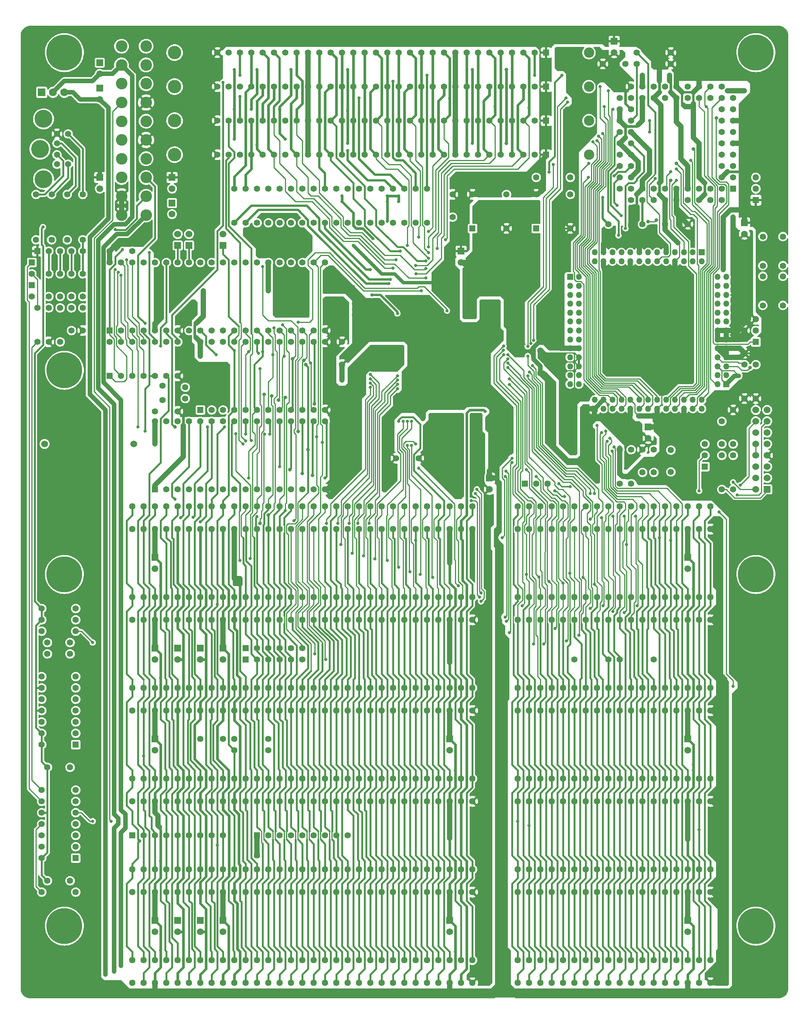
<source format=gbr>
%TF.GenerationSoftware,KiCad,Pcbnew,(6.0.2)*%
%TF.CreationDate,2026-02-18T07:48:14-08:00*%
%TF.ProjectId,AT386SX,41543338-3653-4582-9e6b-696361645f70,2.2*%
%TF.SameCoordinates,Original*%
%TF.FileFunction,Copper,L2,Bot*%
%TF.FilePolarity,Positive*%
%FSLAX46Y46*%
G04 Gerber Fmt 4.6, Leading zero omitted, Abs format (unit mm)*
G04 Created by KiCad (PCBNEW (6.0.2)) date 2026-02-18 07:48:14*
%MOMM*%
%LPD*%
G01*
G04 APERTURE LIST*
%TA.AperFunction,ComponentPad*%
%ADD10R,1.350000X1.350000*%
%TD*%
%TA.AperFunction,ComponentPad*%
%ADD11O,1.350000X1.350000*%
%TD*%
%TA.AperFunction,ComponentPad*%
%ADD12C,1.397000*%
%TD*%
%TA.AperFunction,ComponentPad*%
%ADD13R,1.397000X1.397000*%
%TD*%
%TA.AperFunction,ComponentPad*%
%ADD14R,1.490980X1.490980*%
%TD*%
%TA.AperFunction,ComponentPad*%
%ADD15C,1.490980*%
%TD*%
%TA.AperFunction,ComponentPad*%
%ADD16R,1.440000X1.440000*%
%TD*%
%TA.AperFunction,ComponentPad*%
%ADD17C,1.440000*%
%TD*%
%TA.AperFunction,ComponentPad*%
%ADD18C,2.311400*%
%TD*%
%TA.AperFunction,ComponentPad*%
%ADD19C,2.997200*%
%TD*%
%TA.AperFunction,ComponentPad*%
%ADD20C,1.399540*%
%TD*%
%TA.AperFunction,ComponentPad*%
%ADD21R,1.524000X1.524000*%
%TD*%
%TA.AperFunction,ComponentPad*%
%ADD22C,1.524000*%
%TD*%
%TA.AperFunction,ComponentPad*%
%ADD23C,1.371600*%
%TD*%
%TA.AperFunction,ComponentPad*%
%ADD24C,4.000500*%
%TD*%
%TA.AperFunction,ComponentPad*%
%ADD25C,2.600960*%
%TD*%
%TA.AperFunction,ComponentPad*%
%ADD26C,0.900000*%
%TD*%
%TA.AperFunction,ComponentPad*%
%ADD27C,8.000000*%
%TD*%
%TA.AperFunction,ComponentPad*%
%ADD28R,1.778000X1.778000*%
%TD*%
%TA.AperFunction,ComponentPad*%
%ADD29C,1.778000*%
%TD*%
%TA.AperFunction,ViaPad*%
%ADD30C,0.700000*%
%TD*%
%TA.AperFunction,ViaPad*%
%ADD31C,0.800000*%
%TD*%
%TA.AperFunction,ViaPad*%
%ADD32C,1.450000*%
%TD*%
%TA.AperFunction,Conductor*%
%ADD33C,0.300000*%
%TD*%
%TA.AperFunction,Conductor*%
%ADD34C,1.200000*%
%TD*%
%TA.AperFunction,Conductor*%
%ADD35C,0.400000*%
%TD*%
%TA.AperFunction,Conductor*%
%ADD36C,0.600000*%
%TD*%
%TA.AperFunction,Conductor*%
%ADD37C,1.000000*%
%TD*%
%TA.AperFunction,Conductor*%
%ADD38C,0.800000*%
%TD*%
%TA.AperFunction,Conductor*%
%ADD39C,0.250000*%
%TD*%
%TA.AperFunction,Conductor*%
%ADD40C,0.500000*%
%TD*%
G04 APERTURE END LIST*
D10*
%TO.P,J17,1,Pin_1*%
%TO.N,GND*%
X146750000Y-103870000D03*
D11*
%TO.P,J17,2,Pin_2*%
%TO.N,A21*%
X146750000Y-101870000D03*
%TO.P,J17,3,Pin_3*%
%TO.N,A22*%
X148750000Y-103870000D03*
%TO.P,J17,4,Pin_4*%
%TO.N,GND*%
X148750000Y-101870000D03*
%TO.P,J17,5,Pin_5*%
%TO.N,D15*%
X150750000Y-103870000D03*
%TO.P,J17,6,Pin_6*%
%TO.N,A23*%
X150750000Y-101870000D03*
%TO.P,J17,7,Pin_7*%
%TO.N,D13*%
X152750000Y-103870000D03*
%TO.P,J17,8,Pin_8*%
%TO.N,D14*%
X152750000Y-101870000D03*
%TO.P,J17,9,Pin_9*%
%TO.N,GND*%
X154750000Y-103870000D03*
%TO.P,J17,10,Pin_10*%
%TO.N,VCC*%
X154750000Y-101870000D03*
%TO.P,J17,11,Pin_11*%
%TO.N,D11*%
X156750000Y-103870000D03*
%TO.P,J17,12,Pin_12*%
%TO.N,D12*%
X156750000Y-101870000D03*
%TO.P,J17,13,Pin_13*%
%TO.N,D9*%
X158750000Y-103870000D03*
%TO.P,J17,14,Pin_14*%
%TO.N,D10*%
X158750000Y-101870000D03*
%TO.P,J17,15,Pin_15*%
%TO.N,VCC*%
X160750000Y-103870000D03*
%TO.P,J17,16,Pin_16*%
%TO.N,D8*%
X160750000Y-101870000D03*
%TO.P,J17,17,Pin_17*%
%TO.N,D6*%
X162750000Y-103870000D03*
%TO.P,J17,18,Pin_18*%
%TO.N,D7*%
X162750000Y-101870000D03*
%TO.P,J17,19,Pin_19*%
%TO.N,D4*%
X164750000Y-103870000D03*
%TO.P,J17,20,Pin_20*%
%TO.N,D5*%
X164750000Y-101870000D03*
%TO.P,J17,21,Pin_21*%
%TO.N,VCC*%
X166750000Y-103870000D03*
%TO.P,J17,22,Pin_22*%
%TO.N,D3*%
X166750000Y-101870000D03*
%TO.P,J17,23,Pin_23*%
%TO.N,D2*%
X168750000Y-103870000D03*
%TO.P,J17,24,Pin_24*%
%TO.N,GND*%
X168750000Y-101870000D03*
%TO.P,J17,25,Pin_25*%
%TO.N,unconnected-(J17-Pad25)*%
X170750000Y-103870000D03*
%TO.P,J17,26,Pin_26*%
%TO.N,D1*%
X170750000Y-101870000D03*
%TD*%
D12*
%TO.P,C9,1*%
%TO.N,FPU_RESET*%
X153670000Y-26670000D03*
%TO.P,C9,2*%
%TO.N,GND*%
X148590000Y-26670000D03*
%TD*%
%TO.P,R2,1*%
%TO.N,MA0*%
X99060000Y-62230000D03*
%TO.P,R2,2*%
%TO.N,/Memory\u002C BIOS\u002C Keyboard\u002C RTC/RA0*%
X99060000Y-54610000D03*
%TD*%
D13*
%TO.P,X1,1,EN*%
%TO.N,unconnected-(X1-Pad1)*%
X133667500Y-63500000D03*
D12*
%TO.P,X1,4,GND*%
%TO.N,GND*%
X141287500Y-63500000D03*
%TO.P,X1,5,OUT*%
%TO.N,Net-(R13-Pad1)*%
X141287500Y-55880000D03*
%TO.P,X1,8,Vcc*%
%TO.N,VCC*%
X133667500Y-55880000D03*
%TD*%
%TO.P,C7,1*%
%TO.N,/Memory\u002C BIOS\u002C Keyboard\u002C RTC/MSCI*%
X32067500Y-73660000D03*
%TO.P,C7,2*%
%TO.N,GND*%
X32067500Y-78740000D03*
%TD*%
D14*
%TO.P,C32,1*%
%TO.N,VCC*%
X167640000Y-137180000D03*
D15*
%TO.P,C32,2*%
%TO.N,GND*%
X167640000Y-139680000D03*
%TD*%
D16*
%TO.P,JP5,1,A*%
%TO.N,VCC*%
X182880000Y-57150000D03*
D17*
%TO.P,JP5,2,C*%
%TO.N,Net-(JP5-Pad2)*%
X182880000Y-54610000D03*
%TO.P,JP5,3,B*%
%TO.N,GND*%
X182880000Y-52070000D03*
%TD*%
D10*
%TO.P,J16,1,Pin_1*%
%TO.N,A3*%
X141240000Y-74360000D03*
D11*
%TO.P,J16,2,Pin_2*%
%TO.N,A2*%
X143240000Y-74360000D03*
%TO.P,J16,3,Pin_3*%
%TO.N,A5*%
X141240000Y-76360000D03*
%TO.P,J16,4,Pin_4*%
%TO.N,A4*%
X143240000Y-76360000D03*
%TO.P,J16,5,Pin_5*%
%TO.N,A7*%
X141240000Y-78360000D03*
%TO.P,J16,6,Pin_6*%
%TO.N,A6*%
X143240000Y-78360000D03*
%TO.P,J16,7,Pin_7*%
%TO.N,A8*%
X141240000Y-80360000D03*
%TO.P,J16,8,Pin_8*%
%TO.N,VCC*%
X143240000Y-80360000D03*
%TO.P,J16,9,Pin_9*%
%TO.N,A10*%
X141240000Y-82360000D03*
%TO.P,J16,10,Pin_10*%
%TO.N,A9*%
X143240000Y-82360000D03*
%TO.P,J16,11,Pin_11*%
%TO.N,A12*%
X141240000Y-84360000D03*
%TO.P,J16,12,Pin_12*%
%TO.N,A11*%
X143240000Y-84360000D03*
%TO.P,J16,13,Pin_13*%
%TO.N,A13*%
X141240000Y-86360000D03*
%TO.P,J16,14,Pin_14*%
%TO.N,GND*%
X143240000Y-86360000D03*
%TO.P,J16,15,Pin_15*%
%TO.N,A15*%
X141240000Y-88360000D03*
%TO.P,J16,16,Pin_16*%
%TO.N,A14*%
X143240000Y-88360000D03*
%TO.P,J16,17,Pin_17*%
%TO.N,GND*%
X141240000Y-90360000D03*
%TO.P,J16,18,Pin_18*%
X143240000Y-90360000D03*
%TO.P,J16,19,Pin_19*%
%TO.N,A16*%
X141240000Y-92360000D03*
%TO.P,J16,20,Pin_20*%
%TO.N,VCC*%
X143240000Y-92360000D03*
%TO.P,J16,21,Pin_21*%
%TO.N,A17*%
X141240000Y-94360000D03*
%TO.P,J16,22,Pin_22*%
%TO.N,VCC*%
X143240000Y-94360000D03*
%TO.P,J16,23,Pin_23*%
%TO.N,A19*%
X141240000Y-96360000D03*
%TO.P,J16,24,Pin_24*%
%TO.N,A18*%
X143240000Y-96360000D03*
%TO.P,J16,25,Pin_25*%
%TO.N,unconnected-(J16-Pad25)*%
X141240000Y-98360000D03*
%TO.P,J16,26,Pin_26*%
%TO.N,A20*%
X143240000Y-98360000D03*
%TD*%
D12*
%TO.P,R33,1*%
%TO.N,VCC*%
X163830000Y-24130000D03*
%TO.P,R33,2*%
%TO.N,/~{ERROR}*%
X156210000Y-24130000D03*
%TD*%
D13*
%TO.P,J2,1,VCC*%
%TO.N,VCC*%
X135890000Y-31750000D03*
D12*
%TO.P,J2,2,~{CAS}*%
%TO.N,/Memory\u002C BIOS\u002C Keyboard\u002C RTC/~{RCAS1}*%
X133350000Y-31750000D03*
%TO.P,J2,3,DQ0*%
%TO.N,D8*%
X130810000Y-31750000D03*
%TO.P,J2,4,A0*%
%TO.N,/Memory\u002C BIOS\u002C Keyboard\u002C RTC/RA0*%
X128270000Y-31750000D03*
%TO.P,J2,5,A1*%
%TO.N,/Memory\u002C BIOS\u002C Keyboard\u002C RTC/RA1*%
X125730000Y-31750000D03*
%TO.P,J2,6,DQ1*%
%TO.N,D9*%
X123190000Y-31750000D03*
%TO.P,J2,7,A2*%
%TO.N,/Memory\u002C BIOS\u002C Keyboard\u002C RTC/RA2*%
X120650000Y-31750000D03*
%TO.P,J2,8,A3*%
%TO.N,/Memory\u002C BIOS\u002C Keyboard\u002C RTC/RA3*%
X118110000Y-31750000D03*
%TO.P,J2,9,GND*%
%TO.N,GND*%
X115570000Y-31750000D03*
%TO.P,J2,10,DQ2*%
%TO.N,D10*%
X113030000Y-31750000D03*
%TO.P,J2,11,A4*%
%TO.N,/Memory\u002C BIOS\u002C Keyboard\u002C RTC/RA4*%
X110490000Y-31750000D03*
%TO.P,J2,12,A5*%
%TO.N,/Memory\u002C BIOS\u002C Keyboard\u002C RTC/RA5*%
X107950000Y-31750000D03*
%TO.P,J2,13,DQ3*%
%TO.N,D11*%
X105410000Y-31750000D03*
%TO.P,J2,14,A6*%
%TO.N,/Memory\u002C BIOS\u002C Keyboard\u002C RTC/RA6*%
X102870000Y-31750000D03*
%TO.P,J2,15,A7*%
%TO.N,/Memory\u002C BIOS\u002C Keyboard\u002C RTC/RA7*%
X100330000Y-31750000D03*
%TO.P,J2,16,DQ4*%
%TO.N,D12*%
X97790000Y-31750000D03*
%TO.P,J2,17,A8*%
%TO.N,/Memory\u002C BIOS\u002C Keyboard\u002C RTC/RA8*%
X95250000Y-31750000D03*
%TO.P,J2,18,A9*%
%TO.N,/Memory\u002C BIOS\u002C Keyboard\u002C RTC/RA9*%
X92710000Y-31750000D03*
%TO.P,J2,19,A10*%
%TO.N,/Memory\u002C BIOS\u002C Keyboard\u002C RTC/RA10*%
X90170000Y-31750000D03*
%TO.P,J2,20,DQ5*%
%TO.N,D13*%
X87630000Y-31750000D03*
%TO.P,J2,21,~{WE}*%
%TO.N,/Memory\u002C BIOS\u002C Keyboard\u002C RTC/~{RWE}*%
X85090000Y-31750000D03*
%TO.P,J2,22,GND*%
%TO.N,GND*%
X82550000Y-31750000D03*
%TO.P,J2,23,DQ6*%
%TO.N,D14*%
X80010000Y-31750000D03*
%TO.P,J2,24,A11*%
%TO.N,unconnected-(J2-Pad24)*%
X77470000Y-31750000D03*
%TO.P,J2,25,DQ7*%
%TO.N,D15*%
X74930000Y-31750000D03*
%TO.P,J2,26,QP*%
%TO.N,DP_HI*%
X72390000Y-31750000D03*
%TO.P,J2,27,~{RAS}*%
%TO.N,/Memory\u002C BIOS\u002C Keyboard\u002C RTC/~{RRAS01}*%
X69850000Y-31750000D03*
%TO.P,J2,28,~{CASP}*%
%TO.N,/Memory\u002C BIOS\u002C Keyboard\u002C RTC/~{RCAS1}*%
X67310000Y-31750000D03*
%TO.P,J2,29,DP*%
%TO.N,DP_HI*%
X64770000Y-31750000D03*
%TO.P,J2,30,VCC*%
%TO.N,VCC*%
X62230000Y-31750000D03*
D18*
%TO.P,J2,~*%
%TO.N,N/C*%
X145480000Y-31750000D03*
D19*
X52640000Y-31750000D03*
%TD*%
D20*
%TO.P,SW1,1,1*%
%TO.N,GND*%
X184439560Y-80721200D03*
X184439560Y-74218800D03*
%TO.P,SW1,2,2*%
%TO.N,POWER_SW*%
X188940440Y-80721200D03*
X188940440Y-74218800D03*
%TD*%
D14*
%TO.P,C29,1*%
%TO.N,VCC*%
X123190000Y-119400000D03*
D15*
%TO.P,C29,2*%
%TO.N,GND*%
X123190000Y-121900000D03*
%TD*%
D21*
%TO.P,JP3,1,A*%
%TO.N,/Memory\u002C BIOS\u002C Keyboard\u002C RTC/KEY_LOCK*%
X53340000Y-67310000D03*
D22*
%TO.P,JP3,2,B*%
%TO.N,GND*%
X53340000Y-64770000D03*
%TD*%
D13*
%TO.P,U6,1,NC*%
%TO.N,GND*%
X48260000Y-121920000D03*
D12*
%TO.P,U6,2,A16*%
%TO.N,SA16*%
X50800000Y-121920000D03*
%TO.P,U6,3,A15*%
%TO.N,SA15*%
X53340000Y-121920000D03*
%TO.P,U6,4,A12*%
%TO.N,SA12*%
X55880000Y-121920000D03*
%TO.P,U6,5,A7*%
%TO.N,SA7*%
X58420000Y-121920000D03*
%TO.P,U6,6,A6*%
%TO.N,SA6*%
X60960000Y-121920000D03*
%TO.P,U6,7,A5*%
%TO.N,SA5*%
X63500000Y-121920000D03*
%TO.P,U6,8,A4*%
%TO.N,SA4*%
X66040000Y-121920000D03*
%TO.P,U6,9,A3*%
%TO.N,SA3*%
X68580000Y-121920000D03*
%TO.P,U6,10,A2*%
%TO.N,SA2*%
X71120000Y-121920000D03*
%TO.P,U6,11,A1*%
%TO.N,SA1*%
X73660000Y-121920000D03*
%TO.P,U6,12,A0*%
%TO.N,SA0*%
X76200000Y-121920000D03*
%TO.P,U6,13,DQ0*%
%TO.N,SD0*%
X78740000Y-121920000D03*
%TO.P,U6,14,DQ1*%
%TO.N,SD1*%
X81280000Y-121920000D03*
%TO.P,U6,15,DQ2*%
%TO.N,SD2*%
X83820000Y-121920000D03*
%TO.P,U6,16,GND*%
%TO.N,GND*%
X86360000Y-121920000D03*
%TO.P,U6,17,DQ3*%
%TO.N,SD3*%
X86360000Y-106680000D03*
%TO.P,U6,18,DQ4*%
%TO.N,SD4*%
X83820000Y-106680000D03*
%TO.P,U6,19,DQ5*%
%TO.N,SD5*%
X81280000Y-106680000D03*
%TO.P,U6,20,DQ6*%
%TO.N,SD6*%
X78740000Y-106680000D03*
%TO.P,U6,21,DQ7*%
%TO.N,SD7*%
X76200000Y-106680000D03*
%TO.P,U6,22,~{CE}*%
%TO.N,~{BIOS_CS}*%
X73660000Y-106680000D03*
%TO.P,U6,23,A10*%
%TO.N,SA10*%
X71120000Y-106680000D03*
%TO.P,U6,24,~{OE}*%
%TO.N,~{MEMR}*%
X68580000Y-106680000D03*
%TO.P,U6,25,A11*%
%TO.N,SA11*%
X66040000Y-106680000D03*
%TO.P,U6,26,A9*%
%TO.N,SA9*%
X63500000Y-106680000D03*
%TO.P,U6,27,A8*%
%TO.N,SA8*%
X60960000Y-106680000D03*
%TO.P,U6,28,A13*%
%TO.N,SA13*%
X58420000Y-106680000D03*
%TO.P,U6,29,A14*%
%TO.N,SA14*%
X55880000Y-106680000D03*
%TO.P,U6,30,NC*%
%TO.N,VCC*%
X53340000Y-106680000D03*
%TO.P,U6,31,~{WE}*%
%TO.N,~{SMEMW}*%
X50800000Y-106680000D03*
%TO.P,U6,32,VCC*%
%TO.N,VCC*%
X48260000Y-106680000D03*
%TD*%
%TO.P,R28,1*%
%TO.N,Net-(R28-Pad1)*%
X21907500Y-88900000D03*
%TO.P,R28,2*%
%TO.N,Net-(D2-Pad2)*%
X21907500Y-81280000D03*
%TD*%
%TO.P,C8,1*%
%TO.N,RESET*%
X63500000Y-177800000D03*
%TO.P,C8,2*%
%TO.N,GND*%
X58420000Y-177800000D03*
%TD*%
D14*
%TO.P,C37,1*%
%TO.N,VCC*%
X48260000Y-218460000D03*
D15*
%TO.P,C37,2*%
%TO.N,GND*%
X48260000Y-220960000D03*
%TD*%
D12*
%TO.P,R1,1*%
%TO.N,~{MWE}*%
X86360000Y-62230000D03*
%TO.P,R1,2*%
%TO.N,/Memory\u002C BIOS\u002C Keyboard\u002C RTC/~{RWE}*%
X86360000Y-54610000D03*
%TD*%
%TO.P,R27,1*%
%TO.N,VCC*%
X24447500Y-88900000D03*
%TO.P,R27,2*%
%TO.N,Net-(D1-Pad2)*%
X24447500Y-81280000D03*
%TD*%
D14*
%TO.P,C33,1*%
%TO.N,VCC*%
X48260000Y-157500000D03*
D15*
%TO.P,C33,2*%
%TO.N,GND*%
X48260000Y-160000000D03*
%TD*%
D12*
%TO.P,R35,1*%
%TO.N,VCC*%
X142240000Y-160020000D03*
%TO.P,R35,2*%
%TO.N,~{MEMR}*%
X149860000Y-160020000D03*
%TD*%
%TO.P,C16,1*%
%TO.N,VCC*%
X32067500Y-86360000D03*
%TO.P,C16,2*%
%TO.N,GND*%
X32067500Y-81280000D03*
%TD*%
D13*
%TO.P,RN5,1,common*%
%TO.N,VCC*%
X21907500Y-68580000D03*
D12*
%TO.P,RN5,2,R1*%
%TO.N,/Memory\u002C BIOS\u002C Keyboard\u002C RTC/KBDI*%
X24447500Y-68580000D03*
%TO.P,RN5,3,R2*%
%TO.N,/Memory\u002C BIOS\u002C Keyboard\u002C RTC/KBCI*%
X26987500Y-68580000D03*
%TO.P,RN5,4,R3*%
%TO.N,/Memory\u002C BIOS\u002C Keyboard\u002C RTC/MSDI*%
X29527500Y-68580000D03*
%TO.P,RN5,5,R4*%
%TO.N,/Memory\u002C BIOS\u002C Keyboard\u002C RTC/MSCI*%
X32067500Y-68580000D03*
%TD*%
D16*
%TO.P,JP4,1,A*%
%TO.N,/READY*%
X182880000Y-88900000D03*
D17*
%TO.P,JP4,2,C*%
%TO.N,/~{NA}*%
X182880000Y-86360000D03*
%TO.P,JP4,3,B*%
%TO.N,GND*%
X182880000Y-83820000D03*
%TD*%
%TO.P,J5,1,GND*%
%TO.N,GND*%
X43180000Y-130810000D03*
%TO.P,J5,2,RESET*%
%TO.N,RESET*%
X45720000Y-130810000D03*
%TO.P,J5,3,+5V*%
%TO.N,VCC*%
X48260000Y-130810000D03*
%TO.P,J5,4,IRQ9*%
%TO.N,IRQ9*%
X50800000Y-130810000D03*
%TO.P,J5,5,-5V*%
%TO.N,-5V*%
X53340000Y-130810000D03*
%TO.P,J5,6,DRQ2*%
%TO.N,DRQ2*%
X55880000Y-130810000D03*
%TO.P,J5,7,-12V*%
%TO.N,-12V*%
X58420000Y-130810000D03*
%TO.P,J5,8,~{0WS}/~{SRDY}*%
%TO.N,~{0WS}*%
X60960000Y-130810000D03*
%TO.P,J5,9,+12V*%
%TO.N,+12V*%
X63500000Y-130810000D03*
%TO.P,J5,10,GND*%
%TO.N,GND*%
X66040000Y-130810000D03*
%TO.P,J5,11,~{SMEMW}*%
%TO.N,~{SMEMW}*%
X68580000Y-130810000D03*
%TO.P,J5,12,~{SMEMR}*%
%TO.N,~{SMEMR}*%
X71120000Y-130810000D03*
%TO.P,J5,13,~{IOW}*%
%TO.N,~{IOW}*%
X73660000Y-130810000D03*
%TO.P,J5,14,~{IOR}*%
%TO.N,~{IOR}*%
X76200000Y-130810000D03*
%TO.P,J5,15,~{DACK3}*%
%TO.N,~{DACK3}*%
X78740000Y-130810000D03*
%TO.P,J5,16,DRQ3*%
%TO.N,DRQ3*%
X81280000Y-130810000D03*
%TO.P,J5,17,~{DACK1}*%
%TO.N,~{DACK1}*%
X83820000Y-130810000D03*
%TO.P,J5,18,DRQ1*%
%TO.N,DRQ1*%
X86360000Y-130810000D03*
%TO.P,J5,19,~{REFRESH}*%
%TO.N,~{REFRESH}*%
X88900000Y-130810000D03*
%TO.P,J5,20,BCLK*%
%TO.N,BCLK*%
X91440000Y-130810000D03*
%TO.P,J5,21,IRQ7*%
%TO.N,IRQ7*%
X93980000Y-130810000D03*
%TO.P,J5,22,IRQ6*%
%TO.N,IRQ6*%
X96520000Y-130810000D03*
%TO.P,J5,23,IRQ5*%
%TO.N,IRQ5*%
X99060000Y-130810000D03*
%TO.P,J5,24,IRQ4*%
%TO.N,IRQ4*%
X101600000Y-130810000D03*
%TO.P,J5,25,IRQ3*%
%TO.N,IRQ3*%
X104140000Y-130810000D03*
%TO.P,J5,26,~{DACK2}*%
%TO.N,~{DACK2}*%
X106680000Y-130810000D03*
%TO.P,J5,27,TC*%
%TO.N,TC*%
X109220000Y-130810000D03*
%TO.P,J5,28,BALE*%
%TO.N,ALE*%
X111760000Y-130810000D03*
%TO.P,J5,29,+5V*%
%TO.N,VCC*%
X114300000Y-130810000D03*
%TO.P,J5,30,OSC*%
%TO.N,OSC*%
X116840000Y-130810000D03*
%TO.P,J5,31,GND*%
%TO.N,GND*%
X119380000Y-130810000D03*
%TO.P,J5,32,~{IOCHCK}*%
%TO.N,~{IO_CH_CHK}*%
X43180000Y-125730000D03*
%TO.P,J5,33,SD7*%
%TO.N,SD7*%
X45720000Y-125730000D03*
%TO.P,J5,34,SD6*%
%TO.N,SD6*%
X48260000Y-125730000D03*
%TO.P,J5,35,SD5*%
%TO.N,SD5*%
X50800000Y-125730000D03*
%TO.P,J5,36,SD4*%
%TO.N,SD4*%
X53340000Y-125730000D03*
%TO.P,J5,37,SD3*%
%TO.N,SD3*%
X55880000Y-125730000D03*
%TO.P,J5,38,SD2*%
%TO.N,SD2*%
X58420000Y-125730000D03*
%TO.P,J5,39,SD1*%
%TO.N,SD1*%
X60960000Y-125730000D03*
%TO.P,J5,40,SD0*%
%TO.N,SD0*%
X63500000Y-125730000D03*
%TO.P,J5,41,IOCHRDY*%
%TO.N,IO_CH_RDY*%
X66040000Y-125730000D03*
%TO.P,J5,42,AEN*%
%TO.N,AEN*%
X68580000Y-125730000D03*
%TO.P,J5,43,SA19*%
%TO.N,SA19*%
X71120000Y-125730000D03*
%TO.P,J5,44,SA18*%
%TO.N,SA18*%
X73660000Y-125730000D03*
%TO.P,J5,45,SA17*%
%TO.N,SA17*%
X76200000Y-125730000D03*
%TO.P,J5,46,SA16*%
%TO.N,SA16*%
X78740000Y-125730000D03*
%TO.P,J5,47,SA15*%
%TO.N,SA15*%
X81280000Y-125730000D03*
%TO.P,J5,48,SA14*%
%TO.N,SA14*%
X83820000Y-125730000D03*
%TO.P,J5,49,SA13*%
%TO.N,SA13*%
X86360000Y-125730000D03*
%TO.P,J5,50,SA12*%
%TO.N,SA12*%
X88900000Y-125730000D03*
%TO.P,J5,51,SA11*%
%TO.N,SA11*%
X91440000Y-125730000D03*
%TO.P,J5,52,SA10*%
%TO.N,SA10*%
X93980000Y-125730000D03*
%TO.P,J5,53,SA9*%
%TO.N,SA9*%
X96520000Y-125730000D03*
%TO.P,J5,54,SA8*%
%TO.N,SA8*%
X99060000Y-125730000D03*
%TO.P,J5,55,SA7*%
%TO.N,SA7*%
X101600000Y-125730000D03*
%TO.P,J5,56,SA6*%
%TO.N,SA6*%
X104140000Y-125730000D03*
%TO.P,J5,57,SA5*%
%TO.N,SA5*%
X106680000Y-125730000D03*
%TO.P,J5,58,SA4*%
%TO.N,SA4*%
X109220000Y-125730000D03*
%TO.P,J5,59,SA3*%
%TO.N,SA3*%
X111760000Y-125730000D03*
%TO.P,J5,60,SA2*%
%TO.N,SA2*%
X114300000Y-125730000D03*
%TO.P,J5,61,SA1*%
%TO.N,SA1*%
X116840000Y-125730000D03*
%TO.P,J5,62,SA0*%
%TO.N,SA0*%
X119380000Y-125730000D03*
%TO.P,J5,63,~{MEMCS16}*%
%TO.N,~{MEMCS16}*%
X129540000Y-130810000D03*
%TO.P,J5,64,~{IOCS16}*%
%TO.N,~{IOCS16}*%
X132080000Y-130810000D03*
%TO.P,J5,65,IRQ10*%
%TO.N,IRQ10*%
X134620000Y-130810000D03*
%TO.P,J5,66,IRQ11*%
%TO.N,IRQ11*%
X137160000Y-130810000D03*
%TO.P,J5,67,IRQ12*%
%TO.N,IRQ12*%
X139700000Y-130810000D03*
%TO.P,J5,68,IRQ15*%
%TO.N,IRQ15*%
X142240000Y-130810000D03*
%TO.P,J5,69,IRQ14*%
%TO.N,IRQ14*%
X144780000Y-130810000D03*
%TO.P,J5,70,~{DACK0}*%
%TO.N,~{DACK0}*%
X147320000Y-130810000D03*
%TO.P,J5,71,DRQ0*%
%TO.N,DRQ0*%
X149860000Y-130810000D03*
%TO.P,J5,72,~{DACK5}*%
%TO.N,~{DACK5}*%
X152400000Y-130810000D03*
%TO.P,J5,73,DRQ5*%
%TO.N,DRQ5*%
X154940000Y-130810000D03*
%TO.P,J5,74,~{DACK6}*%
%TO.N,~{DACK6}*%
X157480000Y-130810000D03*
%TO.P,J5,75,DRQ6*%
%TO.N,DRQ6*%
X160020000Y-130810000D03*
%TO.P,J5,76,~{DACK7}*%
%TO.N,~{DACK7}*%
X162560000Y-130810000D03*
%TO.P,J5,77,DRQ7*%
%TO.N,DRQ7*%
X165100000Y-130810000D03*
%TO.P,J5,78,+5V*%
%TO.N,VCC*%
X167640000Y-130810000D03*
%TO.P,J5,79,~{MASTER}*%
%TO.N,MASTER*%
X170180000Y-130810000D03*
%TO.P,J5,80,GND*%
%TO.N,GND*%
X172720000Y-130810000D03*
%TO.P,J5,81,~{SBHE}*%
%TO.N,~{SBHE}*%
X129540000Y-125730000D03*
%TO.P,J5,82,LA23*%
%TO.N,LA23*%
X132080000Y-125730000D03*
%TO.P,J5,83,LA22*%
%TO.N,LA22*%
X134620000Y-125730000D03*
%TO.P,J5,84,LA21*%
%TO.N,LA21*%
X137160000Y-125730000D03*
%TO.P,J5,85,LA20*%
%TO.N,LA20*%
X139700000Y-125730000D03*
%TO.P,J5,86,LA19*%
%TO.N,LA19*%
X142240000Y-125730000D03*
%TO.P,J5,87,LA18*%
%TO.N,LA18*%
X144780000Y-125730000D03*
%TO.P,J5,88,LA17*%
%TO.N,LA17*%
X147320000Y-125730000D03*
%TO.P,J5,89,~{MEMR}*%
%TO.N,~{MEMR}*%
X149860000Y-125730000D03*
%TO.P,J5,90,~{MEMW}*%
%TO.N,~{MEMW}*%
X152400000Y-125730000D03*
%TO.P,J5,91,SD8*%
%TO.N,SD8*%
X154940000Y-125730000D03*
%TO.P,J5,92,SD9*%
%TO.N,SD9*%
X157480000Y-125730000D03*
%TO.P,J5,93,SD10*%
%TO.N,SD10*%
X160020000Y-125730000D03*
%TO.P,J5,94,SD11*%
%TO.N,SD11*%
X162560000Y-125730000D03*
%TO.P,J5,95,SD12*%
%TO.N,SD12*%
X165100000Y-125730000D03*
%TO.P,J5,96,SD13*%
%TO.N,SD13*%
X167640000Y-125730000D03*
%TO.P,J5,97,SD14*%
%TO.N,SD14*%
X170180000Y-125730000D03*
%TO.P,J5,98,SD15*%
%TO.N,SD15*%
X172720000Y-125730000D03*
%TD*%
D13*
%TO.P,U9,1,~{R}*%
%TO.N,/ISA Slots and Power/VSTB*%
X30480000Y-204470000D03*
D12*
%TO.P,U9,2,D*%
%TO.N,/ISA Slots and Power/~{PS_OFF}*%
X30480000Y-201930000D03*
%TO.P,U9,3,C*%
%TO.N,Net-(U8-Pad2)*%
X30480000Y-199390000D03*
%TO.P,U9,4,~{S}*%
%TO.N,Net-(U8-Pad6)*%
X30480000Y-196850000D03*
%TO.P,U9,5,Q*%
%TO.N,/ISA Slots and Power/~{PS_ON}*%
X30480000Y-194310000D03*
%TO.P,U9,6,~{Q}*%
%TO.N,/ISA Slots and Power/~{PS_OFF}*%
X30480000Y-191770000D03*
%TO.P,U9,7,GND*%
%TO.N,GND*%
X30480000Y-189230000D03*
%TO.P,U9,8,~{Q}*%
%TO.N,Net-(R28-Pad1)*%
X22860000Y-189230000D03*
%TO.P,U9,9,Q*%
%TO.N,Net-(D2-Pad1)*%
X22860000Y-191770000D03*
%TO.P,U9,10,~{S}*%
%TO.N,/ISA Slots and Power/VSTB*%
X22860000Y-194310000D03*
%TO.P,U9,11,C*%
%TO.N,Net-(R31-Pad2)*%
X22860000Y-196850000D03*
%TO.P,U9,12,D*%
%TO.N,Net-(R28-Pad1)*%
X22860000Y-199390000D03*
%TO.P,U9,13,~{R}*%
%TO.N,/ISA Slots and Power/~{PS_OFF}*%
X22860000Y-201930000D03*
%TO.P,U9,14,VCC*%
%TO.N,/ISA Slots and Power/VSTB*%
X22860000Y-204470000D03*
%TD*%
%TO.P,C13,1*%
%TO.N,VCC*%
X90170000Y-93980000D03*
%TO.P,C13,2*%
%TO.N,GND*%
X90170000Y-88900000D03*
%TD*%
D13*
%TO.P,J3,1,VCC*%
%TO.N,VCC*%
X135890000Y-39370000D03*
D12*
%TO.P,J3,2,~{CAS}*%
%TO.N,/Memory\u002C BIOS\u002C Keyboard\u002C RTC/~{RCAS2}*%
X133350000Y-39370000D03*
%TO.P,J3,3,DQ0*%
%TO.N,D0*%
X130810000Y-39370000D03*
%TO.P,J3,4,A0*%
%TO.N,/Memory\u002C BIOS\u002C Keyboard\u002C RTC/RA0*%
X128270000Y-39370000D03*
%TO.P,J3,5,A1*%
%TO.N,/Memory\u002C BIOS\u002C Keyboard\u002C RTC/RA1*%
X125730000Y-39370000D03*
%TO.P,J3,6,DQ1*%
%TO.N,D1*%
X123190000Y-39370000D03*
%TO.P,J3,7,A2*%
%TO.N,/Memory\u002C BIOS\u002C Keyboard\u002C RTC/RA2*%
X120650000Y-39370000D03*
%TO.P,J3,8,A3*%
%TO.N,/Memory\u002C BIOS\u002C Keyboard\u002C RTC/RA3*%
X118110000Y-39370000D03*
%TO.P,J3,9,GND*%
%TO.N,GND*%
X115570000Y-39370000D03*
%TO.P,J3,10,DQ2*%
%TO.N,D2*%
X113030000Y-39370000D03*
%TO.P,J3,11,A4*%
%TO.N,/Memory\u002C BIOS\u002C Keyboard\u002C RTC/RA4*%
X110490000Y-39370000D03*
%TO.P,J3,12,A5*%
%TO.N,/Memory\u002C BIOS\u002C Keyboard\u002C RTC/RA5*%
X107950000Y-39370000D03*
%TO.P,J3,13,DQ3*%
%TO.N,D3*%
X105410000Y-39370000D03*
%TO.P,J3,14,A6*%
%TO.N,/Memory\u002C BIOS\u002C Keyboard\u002C RTC/RA6*%
X102870000Y-39370000D03*
%TO.P,J3,15,A7*%
%TO.N,/Memory\u002C BIOS\u002C Keyboard\u002C RTC/RA7*%
X100330000Y-39370000D03*
%TO.P,J3,16,DQ4*%
%TO.N,D4*%
X97790000Y-39370000D03*
%TO.P,J3,17,A8*%
%TO.N,/Memory\u002C BIOS\u002C Keyboard\u002C RTC/RA8*%
X95250000Y-39370000D03*
%TO.P,J3,18,A9*%
%TO.N,/Memory\u002C BIOS\u002C Keyboard\u002C RTC/RA9*%
X92710000Y-39370000D03*
%TO.P,J3,19,A10*%
%TO.N,/Memory\u002C BIOS\u002C Keyboard\u002C RTC/RA10*%
X90170000Y-39370000D03*
%TO.P,J3,20,DQ5*%
%TO.N,D5*%
X87630000Y-39370000D03*
%TO.P,J3,21,~{WE}*%
%TO.N,/Memory\u002C BIOS\u002C Keyboard\u002C RTC/~{RWE}*%
X85090000Y-39370000D03*
%TO.P,J3,22,GND*%
%TO.N,GND*%
X82550000Y-39370000D03*
%TO.P,J3,23,DQ6*%
%TO.N,D6*%
X80010000Y-39370000D03*
%TO.P,J3,24,A11*%
%TO.N,unconnected-(J3-Pad24)*%
X77470000Y-39370000D03*
%TO.P,J3,25,DQ7*%
%TO.N,D7*%
X74930000Y-39370000D03*
%TO.P,J3,26,QP*%
%TO.N,DP_LO*%
X72390000Y-39370000D03*
%TO.P,J3,27,~{RAS}*%
%TO.N,/Memory\u002C BIOS\u002C Keyboard\u002C RTC/~{RRAS23}*%
X69850000Y-39370000D03*
%TO.P,J3,28,~{CASP}*%
%TO.N,/Memory\u002C BIOS\u002C Keyboard\u002C RTC/~{RCAS2}*%
X67310000Y-39370000D03*
%TO.P,J3,29,DP*%
%TO.N,DP_LO*%
X64770000Y-39370000D03*
%TO.P,J3,30,VCC*%
%TO.N,VCC*%
X62230000Y-39370000D03*
D19*
%TO.P,J3,~*%
%TO.N,N/C*%
X52640000Y-39370000D03*
D18*
X145480000Y-39370000D03*
%TD*%
D12*
%TO.P,C5,1*%
%TO.N,/Memory\u002C BIOS\u002C Keyboard\u002C RTC/KBDI*%
X24447500Y-73660000D03*
%TO.P,C5,2*%
%TO.N,GND*%
X24447500Y-78740000D03*
%TD*%
%TO.P,R8,1*%
%TO.N,MA6*%
X81280000Y-62230000D03*
%TO.P,R8,2*%
%TO.N,/Memory\u002C BIOS\u002C Keyboard\u002C RTC/RA6*%
X81280000Y-54610000D03*
%TD*%
%TO.P,R18,1*%
%TO.N,~{CAS0}*%
X109220000Y-62230000D03*
%TO.P,R18,2*%
%TO.N,/Memory\u002C BIOS\u002C Keyboard\u002C RTC/~{RCAS0}*%
X109220000Y-54610000D03*
%TD*%
%TO.P,R19,1*%
%TO.N,~{CAS1}*%
X106680000Y-62230000D03*
%TO.P,R19,2*%
%TO.N,/Memory\u002C BIOS\u002C Keyboard\u002C RTC/~{RCAS1}*%
X106680000Y-54610000D03*
%TD*%
D13*
%TO.P,J1,1,VCC*%
%TO.N,VCC*%
X135890000Y-24130000D03*
D12*
%TO.P,J1,2,~{CAS}*%
%TO.N,/Memory\u002C BIOS\u002C Keyboard\u002C RTC/~{RCAS0}*%
X133350000Y-24130000D03*
%TO.P,J1,3,DQ0*%
%TO.N,D0*%
X130810000Y-24130000D03*
%TO.P,J1,4,A0*%
%TO.N,/Memory\u002C BIOS\u002C Keyboard\u002C RTC/RA0*%
X128270000Y-24130000D03*
%TO.P,J1,5,A1*%
%TO.N,/Memory\u002C BIOS\u002C Keyboard\u002C RTC/RA1*%
X125730000Y-24130000D03*
%TO.P,J1,6,DQ1*%
%TO.N,D1*%
X123190000Y-24130000D03*
%TO.P,J1,7,A2*%
%TO.N,/Memory\u002C BIOS\u002C Keyboard\u002C RTC/RA2*%
X120650000Y-24130000D03*
%TO.P,J1,8,A3*%
%TO.N,/Memory\u002C BIOS\u002C Keyboard\u002C RTC/RA3*%
X118110000Y-24130000D03*
%TO.P,J1,9,GND*%
%TO.N,GND*%
X115570000Y-24130000D03*
%TO.P,J1,10,DQ2*%
%TO.N,D2*%
X113030000Y-24130000D03*
%TO.P,J1,11,A4*%
%TO.N,/Memory\u002C BIOS\u002C Keyboard\u002C RTC/RA4*%
X110490000Y-24130000D03*
%TO.P,J1,12,A5*%
%TO.N,/Memory\u002C BIOS\u002C Keyboard\u002C RTC/RA5*%
X107950000Y-24130000D03*
%TO.P,J1,13,DQ3*%
%TO.N,D3*%
X105410000Y-24130000D03*
%TO.P,J1,14,A6*%
%TO.N,/Memory\u002C BIOS\u002C Keyboard\u002C RTC/RA6*%
X102870000Y-24130000D03*
%TO.P,J1,15,A7*%
%TO.N,/Memory\u002C BIOS\u002C Keyboard\u002C RTC/RA7*%
X100330000Y-24130000D03*
%TO.P,J1,16,DQ4*%
%TO.N,D4*%
X97790000Y-24130000D03*
%TO.P,J1,17,A8*%
%TO.N,/Memory\u002C BIOS\u002C Keyboard\u002C RTC/RA8*%
X95250000Y-24130000D03*
%TO.P,J1,18,A9*%
%TO.N,/Memory\u002C BIOS\u002C Keyboard\u002C RTC/RA9*%
X92710000Y-24130000D03*
%TO.P,J1,19,A10*%
%TO.N,/Memory\u002C BIOS\u002C Keyboard\u002C RTC/RA10*%
X90170000Y-24130000D03*
%TO.P,J1,20,DQ5*%
%TO.N,D5*%
X87630000Y-24130000D03*
%TO.P,J1,21,~{WE}*%
%TO.N,/Memory\u002C BIOS\u002C Keyboard\u002C RTC/~{RWE}*%
X85090000Y-24130000D03*
%TO.P,J1,22,GND*%
%TO.N,GND*%
X82550000Y-24130000D03*
%TO.P,J1,23,DQ6*%
%TO.N,D6*%
X80010000Y-24130000D03*
%TO.P,J1,24,A11*%
%TO.N,unconnected-(J1-Pad24)*%
X77470000Y-24130000D03*
%TO.P,J1,25,DQ7*%
%TO.N,D7*%
X74930000Y-24130000D03*
%TO.P,J1,26,QP*%
%TO.N,DP_LO*%
X72390000Y-24130000D03*
%TO.P,J1,27,~{RAS}*%
%TO.N,/Memory\u002C BIOS\u002C Keyboard\u002C RTC/~{RRAS01}*%
X69850000Y-24130000D03*
%TO.P,J1,28,~{CASP}*%
%TO.N,/Memory\u002C BIOS\u002C Keyboard\u002C RTC/~{RCAS0}*%
X67310000Y-24130000D03*
%TO.P,J1,29,DP*%
%TO.N,DP_LO*%
X64770000Y-24130000D03*
%TO.P,J1,30,VCC*%
%TO.N,VCC*%
X62230000Y-24130000D03*
D19*
%TO.P,J1,~*%
%TO.N,N/C*%
X52640000Y-24130000D03*
D18*
X145480000Y-24130000D03*
%TD*%
D13*
%TO.P,RN1,1,common*%
%TO.N,VCC*%
X71120000Y-199390000D03*
D12*
%TO.P,RN1,2,R1*%
%TO.N,~{IO_CH_CHK}*%
X73660000Y-199390000D03*
%TO.P,RN1,3,R2*%
%TO.N,unconnected-(RN1-Pad3)*%
X76200000Y-199390000D03*
%TO.P,RN1,4,R3*%
%TO.N,~{0WS}*%
X78740000Y-199390000D03*
%TO.P,RN1,5,R4*%
%TO.N,~{MEMCS16}*%
X81280000Y-199390000D03*
%TO.P,RN1,6,R5*%
%TO.N,~{IOCS16}*%
X83820000Y-199390000D03*
%TO.P,RN1,7,R6*%
%TO.N,MASTER*%
X86360000Y-199390000D03*
%TO.P,RN1,8,R7*%
%TO.N,~{REFRESH}*%
X88900000Y-199390000D03*
%TO.P,RN1,9,R8*%
%TO.N,unconnected-(RN1-Pad9)*%
X91440000Y-199390000D03*
%TD*%
%TO.P,R10,1*%
%TO.N,MA8*%
X76200000Y-62230000D03*
%TO.P,R10,2*%
%TO.N,/Memory\u002C BIOS\u002C Keyboard\u002C RTC/RA8*%
X76200000Y-54610000D03*
%TD*%
%TO.P,Y1,1,1*%
%TO.N,Net-(C1-Pad1)*%
X163830000Y-118010940D03*
%TO.P,Y1,2,2*%
%TO.N,Net-(C2-Pad1)*%
X163830000Y-113129060D03*
%TD*%
%TO.P,R3,1*%
%TO.N,MA1*%
X96520000Y-62230000D03*
%TO.P,R3,2*%
%TO.N,/Memory\u002C BIOS\u002C Keyboard\u002C RTC/RA1*%
X96520000Y-54610000D03*
%TD*%
D14*
%TO.P,C43,1*%
%TO.N,GND*%
X35877500Y-26372500D03*
D15*
%TO.P,C43,2*%
%TO.N,-12V*%
X35877500Y-28872500D03*
%TD*%
D23*
%TO.P,J11,1*%
%TO.N,/Memory\u002C BIOS\u002C Keyboard\u002C RTC/KB_DATA*%
X26280000Y-47020000D03*
%TO.P,J11,2*%
%TO.N,/Memory\u002C BIOS\u002C Keyboard\u002C RTC/MS_DATA*%
X26280000Y-44420000D03*
%TO.P,J11,3*%
%TO.N,GND*%
X26280000Y-49120000D03*
%TO.P,J11,4*%
%TO.N,VCC*%
X26280000Y-42320000D03*
%TO.P,J11,5*%
%TO.N,/Memory\u002C BIOS\u002C Keyboard\u002C RTC/KB_CLOCK*%
X28780000Y-49120000D03*
%TO.P,J11,6*%
%TO.N,/Memory\u002C BIOS\u002C Keyboard\u002C RTC/MS_CLOCK*%
X28780000Y-42320000D03*
D24*
%TO.P,J11,~*%
%TO.N,N/C*%
X23280000Y-38970000D03*
X23280000Y-52470000D03*
X22480000Y-45720000D03*
%TD*%
D12*
%TO.P,R25,1*%
%TO.N,/TURBO_LED+*%
X177800000Y-114300000D03*
%TO.P,R25,2*%
%TO.N,Net-(R25-Pad2)*%
X177800000Y-121920000D03*
%TD*%
%TO.P,C20,1*%
%TO.N,/ISA Slots and Power/VSTB*%
X24130000Y-209550000D03*
%TO.P,C20,2*%
%TO.N,GND*%
X29210000Y-209550000D03*
%TD*%
D17*
%TO.P,J9,1,GND*%
%TO.N,GND*%
X43180000Y-212090000D03*
%TO.P,J9,2,RESET*%
%TO.N,RESET*%
X45720000Y-212090000D03*
%TO.P,J9,3,+5V*%
%TO.N,VCC*%
X48260000Y-212090000D03*
%TO.P,J9,4,IRQ9*%
%TO.N,IRQ9*%
X50800000Y-212090000D03*
%TO.P,J9,5,-5V*%
%TO.N,-5V*%
X53340000Y-212090000D03*
%TO.P,J9,6,DRQ2*%
%TO.N,DRQ2*%
X55880000Y-212090000D03*
%TO.P,J9,7,-12V*%
%TO.N,-12V*%
X58420000Y-212090000D03*
%TO.P,J9,8,~{0WS}/~{SRDY}*%
%TO.N,~{0WS}*%
X60960000Y-212090000D03*
%TO.P,J9,9,+12V*%
%TO.N,+12V*%
X63500000Y-212090000D03*
%TO.P,J9,10,GND*%
%TO.N,GND*%
X66040000Y-212090000D03*
%TO.P,J9,11,~{SMEMW}*%
%TO.N,~{SMEMW}*%
X68580000Y-212090000D03*
%TO.P,J9,12,~{SMEMR}*%
%TO.N,~{SMEMR}*%
X71120000Y-212090000D03*
%TO.P,J9,13,~{IOW}*%
%TO.N,~{IOW}*%
X73660000Y-212090000D03*
%TO.P,J9,14,~{IOR}*%
%TO.N,~{IOR}*%
X76200000Y-212090000D03*
%TO.P,J9,15,~{DACK3}*%
%TO.N,~{DACK3}*%
X78740000Y-212090000D03*
%TO.P,J9,16,DRQ3*%
%TO.N,DRQ3*%
X81280000Y-212090000D03*
%TO.P,J9,17,~{DACK1}*%
%TO.N,~{DACK1}*%
X83820000Y-212090000D03*
%TO.P,J9,18,DRQ1*%
%TO.N,DRQ1*%
X86360000Y-212090000D03*
%TO.P,J9,19,~{REFRESH}*%
%TO.N,~{REFRESH}*%
X88900000Y-212090000D03*
%TO.P,J9,20,BCLK*%
%TO.N,BCLK*%
X91440000Y-212090000D03*
%TO.P,J9,21,IRQ7*%
%TO.N,IRQ7*%
X93980000Y-212090000D03*
%TO.P,J9,22,IRQ6*%
%TO.N,IRQ6*%
X96520000Y-212090000D03*
%TO.P,J9,23,IRQ5*%
%TO.N,IRQ5*%
X99060000Y-212090000D03*
%TO.P,J9,24,IRQ4*%
%TO.N,IRQ4*%
X101600000Y-212090000D03*
%TO.P,J9,25,IRQ3*%
%TO.N,IRQ3*%
X104140000Y-212090000D03*
%TO.P,J9,26,~{DACK2}*%
%TO.N,~{DACK2}*%
X106680000Y-212090000D03*
%TO.P,J9,27,TC*%
%TO.N,TC*%
X109220000Y-212090000D03*
%TO.P,J9,28,BALE*%
%TO.N,ALE*%
X111760000Y-212090000D03*
%TO.P,J9,29,+5V*%
%TO.N,VCC*%
X114300000Y-212090000D03*
%TO.P,J9,30,OSC*%
%TO.N,OSC*%
X116840000Y-212090000D03*
%TO.P,J9,31,GND*%
%TO.N,GND*%
X119380000Y-212090000D03*
%TO.P,J9,32,~{IOCHCK}*%
%TO.N,~{IO_CH_CHK}*%
X43180000Y-207010000D03*
%TO.P,J9,33,SD7*%
%TO.N,SD7*%
X45720000Y-207010000D03*
%TO.P,J9,34,SD6*%
%TO.N,SD6*%
X48260000Y-207010000D03*
%TO.P,J9,35,SD5*%
%TO.N,SD5*%
X50800000Y-207010000D03*
%TO.P,J9,36,SD4*%
%TO.N,SD4*%
X53340000Y-207010000D03*
%TO.P,J9,37,SD3*%
%TO.N,SD3*%
X55880000Y-207010000D03*
%TO.P,J9,38,SD2*%
%TO.N,SD2*%
X58420000Y-207010000D03*
%TO.P,J9,39,SD1*%
%TO.N,SD1*%
X60960000Y-207010000D03*
%TO.P,J9,40,SD0*%
%TO.N,SD0*%
X63500000Y-207010000D03*
%TO.P,J9,41,IOCHRDY*%
%TO.N,IO_CH_RDY*%
X66040000Y-207010000D03*
%TO.P,J9,42,AEN*%
%TO.N,AEN*%
X68580000Y-207010000D03*
%TO.P,J9,43,SA19*%
%TO.N,SA19*%
X71120000Y-207010000D03*
%TO.P,J9,44,SA18*%
%TO.N,SA18*%
X73660000Y-207010000D03*
%TO.P,J9,45,SA17*%
%TO.N,SA17*%
X76200000Y-207010000D03*
%TO.P,J9,46,SA16*%
%TO.N,SA16*%
X78740000Y-207010000D03*
%TO.P,J9,47,SA15*%
%TO.N,SA15*%
X81280000Y-207010000D03*
%TO.P,J9,48,SA14*%
%TO.N,SA14*%
X83820000Y-207010000D03*
%TO.P,J9,49,SA13*%
%TO.N,SA13*%
X86360000Y-207010000D03*
%TO.P,J9,50,SA12*%
%TO.N,SA12*%
X88900000Y-207010000D03*
%TO.P,J9,51,SA11*%
%TO.N,SA11*%
X91440000Y-207010000D03*
%TO.P,J9,52,SA10*%
%TO.N,SA10*%
X93980000Y-207010000D03*
%TO.P,J9,53,SA9*%
%TO.N,SA9*%
X96520000Y-207010000D03*
%TO.P,J9,54,SA8*%
%TO.N,SA8*%
X99060000Y-207010000D03*
%TO.P,J9,55,SA7*%
%TO.N,SA7*%
X101600000Y-207010000D03*
%TO.P,J9,56,SA6*%
%TO.N,SA6*%
X104140000Y-207010000D03*
%TO.P,J9,57,SA5*%
%TO.N,SA5*%
X106680000Y-207010000D03*
%TO.P,J9,58,SA4*%
%TO.N,SA4*%
X109220000Y-207010000D03*
%TO.P,J9,59,SA3*%
%TO.N,SA3*%
X111760000Y-207010000D03*
%TO.P,J9,60,SA2*%
%TO.N,SA2*%
X114300000Y-207010000D03*
%TO.P,J9,61,SA1*%
%TO.N,SA1*%
X116840000Y-207010000D03*
%TO.P,J9,62,SA0*%
%TO.N,SA0*%
X119380000Y-207010000D03*
%TO.P,J9,63,~{MEMCS16}*%
%TO.N,~{MEMCS16}*%
X129540000Y-212090000D03*
%TO.P,J9,64,~{IOCS16}*%
%TO.N,~{IOCS16}*%
X132080000Y-212090000D03*
%TO.P,J9,65,IRQ10*%
%TO.N,IRQ10*%
X134620000Y-212090000D03*
%TO.P,J9,66,IRQ11*%
%TO.N,IRQ11*%
X137160000Y-212090000D03*
%TO.P,J9,67,IRQ12*%
%TO.N,IRQ12*%
X139700000Y-212090000D03*
%TO.P,J9,68,IRQ15*%
%TO.N,IRQ15*%
X142240000Y-212090000D03*
%TO.P,J9,69,IRQ14*%
%TO.N,IRQ14*%
X144780000Y-212090000D03*
%TO.P,J9,70,~{DACK0}*%
%TO.N,~{DACK0}*%
X147320000Y-212090000D03*
%TO.P,J9,71,DRQ0*%
%TO.N,DRQ0*%
X149860000Y-212090000D03*
%TO.P,J9,72,~{DACK5}*%
%TO.N,~{DACK5}*%
X152400000Y-212090000D03*
%TO.P,J9,73,DRQ5*%
%TO.N,DRQ5*%
X154940000Y-212090000D03*
%TO.P,J9,74,~{DACK6}*%
%TO.N,~{DACK6}*%
X157480000Y-212090000D03*
%TO.P,J9,75,DRQ6*%
%TO.N,DRQ6*%
X160020000Y-212090000D03*
%TO.P,J9,76,~{DACK7}*%
%TO.N,~{DACK7}*%
X162560000Y-212090000D03*
%TO.P,J9,77,DRQ7*%
%TO.N,DRQ7*%
X165100000Y-212090000D03*
%TO.P,J9,78,+5V*%
%TO.N,VCC*%
X167640000Y-212090000D03*
%TO.P,J9,79,~{MASTER}*%
%TO.N,MASTER*%
X170180000Y-212090000D03*
%TO.P,J9,80,GND*%
%TO.N,GND*%
X172720000Y-212090000D03*
%TO.P,J9,81,~{SBHE}*%
%TO.N,~{SBHE}*%
X129540000Y-207010000D03*
%TO.P,J9,82,LA23*%
%TO.N,LA23*%
X132080000Y-207010000D03*
%TO.P,J9,83,LA22*%
%TO.N,LA22*%
X134620000Y-207010000D03*
%TO.P,J9,84,LA21*%
%TO.N,LA21*%
X137160000Y-207010000D03*
%TO.P,J9,85,LA20*%
%TO.N,LA20*%
X139700000Y-207010000D03*
%TO.P,J9,86,LA19*%
%TO.N,LA19*%
X142240000Y-207010000D03*
%TO.P,J9,87,LA18*%
%TO.N,LA18*%
X144780000Y-207010000D03*
%TO.P,J9,88,LA17*%
%TO.N,LA17*%
X147320000Y-207010000D03*
%TO.P,J9,89,~{MEMR}*%
%TO.N,~{MEMR}*%
X149860000Y-207010000D03*
%TO.P,J9,90,~{MEMW}*%
%TO.N,~{MEMW}*%
X152400000Y-207010000D03*
%TO.P,J9,91,SD8*%
%TO.N,SD8*%
X154940000Y-207010000D03*
%TO.P,J9,92,SD9*%
%TO.N,SD9*%
X157480000Y-207010000D03*
%TO.P,J9,93,SD10*%
%TO.N,SD10*%
X160020000Y-207010000D03*
%TO.P,J9,94,SD11*%
%TO.N,SD11*%
X162560000Y-207010000D03*
%TO.P,J9,95,SD12*%
%TO.N,SD12*%
X165100000Y-207010000D03*
%TO.P,J9,96,SD13*%
%TO.N,SD13*%
X167640000Y-207010000D03*
%TO.P,J9,97,SD14*%
%TO.N,SD14*%
X170180000Y-207010000D03*
%TO.P,J9,98,SD15*%
%TO.N,SD15*%
X172720000Y-207010000D03*
%TD*%
D12*
%TO.P,R6,1*%
%TO.N,MA4*%
X88900000Y-62230000D03*
%TO.P,R6,2*%
%TO.N,/Memory\u002C BIOS\u002C Keyboard\u002C RTC/RA4*%
X88900000Y-54610000D03*
%TD*%
D13*
%TO.P,U4,1,MOT*%
%TO.N,unconnected-(U4-Pad1)*%
X58420000Y-104140000D03*
D12*
%TO.P,U4,2,X1*%
%TO.N,Net-(U4-Pad2)*%
X60960000Y-104140000D03*
%TO.P,U4,3,X2*%
%TO.N,Net-(U4-Pad3)*%
X63500000Y-104140000D03*
%TO.P,U4,4,AD0*%
%TO.N,SD0*%
X66040000Y-104140000D03*
%TO.P,U4,5,AD1*%
%TO.N,SD1*%
X68580000Y-104140000D03*
%TO.P,U4,6,AD2*%
%TO.N,SD2*%
X71120000Y-104140000D03*
%TO.P,U4,7,AD3*%
%TO.N,SD3*%
X73660000Y-104140000D03*
%TO.P,U4,8,AD4*%
%TO.N,SD4*%
X76200000Y-104140000D03*
%TO.P,U4,9,AD5*%
%TO.N,SD5*%
X78740000Y-104140000D03*
%TO.P,U4,10,AD6*%
%TO.N,SD6*%
X81280000Y-104140000D03*
%TO.P,U4,11,AD7*%
%TO.N,SD7*%
X83820000Y-104140000D03*
%TO.P,U4,12,GND*%
%TO.N,GND*%
X86360000Y-104140000D03*
%TO.P,U4,13,~{CS}*%
X86360000Y-88900000D03*
%TO.P,U4,14,AS*%
%TO.N,RTC_AS*%
X83820000Y-88900000D03*
%TO.P,U4,15,R/~{W}*%
%TO.N,RTC_RW*%
X81280000Y-88900000D03*
%TO.P,U4,16,GND*%
%TO.N,GND*%
X78740000Y-88900000D03*
%TO.P,U4,17,DS*%
%TO.N,RTC_DS*%
X76200000Y-88900000D03*
%TO.P,U4,18,~{RESET}*%
%TO.N,VCC*%
X73660000Y-88900000D03*
%TO.P,U4,19,~{IRQ}*%
%TO.N,~{RTC_IRQ8}*%
X71120000Y-88900000D03*
%TO.P,U4,20,VBAT*%
%TO.N,Net-(BT1-Pad1)*%
X68580000Y-88900000D03*
%TO.P,U4,21,~{RCLR}*%
%TO.N,Net-(JP1-Pad1)*%
X66040000Y-88900000D03*
%TO.P,U4,22,NC*%
%TO.N,unconnected-(U4-Pad22)*%
X63500000Y-88900000D03*
%TO.P,U4,23,SQW*%
%TO.N,unconnected-(U4-Pad23)*%
X60960000Y-88900000D03*
%TO.P,U4,24,VCC*%
%TO.N,VCC*%
X58420000Y-88900000D03*
%TD*%
D13*
%TO.P,X2,1,EN*%
%TO.N,unconnected-(X2-Pad1)*%
X119380000Y-63500000D03*
D12*
%TO.P,X2,4,GND*%
%TO.N,GND*%
X127000000Y-63500000D03*
%TO.P,X2,5,OUT*%
%TO.N,Net-(R14-Pad1)*%
X127000000Y-55880000D03*
%TO.P,X2,8,Vcc*%
%TO.N,VCC*%
X119380000Y-55880000D03*
%TD*%
%TO.P,R11,1*%
%TO.N,MA9*%
X73660000Y-62230000D03*
%TO.P,R11,2*%
%TO.N,/Memory\u002C BIOS\u002C Keyboard\u002C RTC/RA9*%
X73660000Y-54610000D03*
%TD*%
D14*
%TO.P,C30,1*%
%TO.N,VCC*%
X158750000Y-107970000D03*
D15*
%TO.P,C30,2*%
%TO.N,GND*%
X158750000Y-110470000D03*
%TD*%
D12*
%TO.P,R21,1*%
%TO.N,~{CAS3}*%
X101600000Y-62230000D03*
%TO.P,R21,2*%
%TO.N,/Memory\u002C BIOS\u002C Keyboard\u002C RTC/~{RCAS3}*%
X101600000Y-54610000D03*
%TD*%
D14*
%TO.P,C40,1*%
%TO.N,+12V*%
X52070000Y-57805000D03*
D15*
%TO.P,C40,2*%
%TO.N,GND*%
X52070000Y-60305000D03*
%TD*%
D14*
%TO.P,C44,1*%
%TO.N,GND*%
X58420000Y-157500000D03*
D15*
%TO.P,C44,2*%
%TO.N,-12V*%
X58420000Y-160000000D03*
%TD*%
D14*
%TO.P,C41,1*%
%TO.N,+12V*%
X63500000Y-157500000D03*
D15*
%TO.P,C41,2*%
%TO.N,GND*%
X63500000Y-160000000D03*
%TD*%
D25*
%TO.P,J12,1,3.3V*%
%TO.N,unconnected-(J12-Pad1)*%
X46248320Y-22692360D03*
%TO.P,J12,2,3.3V*%
%TO.N,unconnected-(J12-Pad2)*%
X46248320Y-26893520D03*
%TO.P,J12,3,GND*%
%TO.N,GND*%
X46248320Y-31092140D03*
%TO.P,J12,4,5V*%
%TO.N,VCC*%
X46248320Y-35293300D03*
%TO.P,J12,5,GND*%
%TO.N,GND*%
X46248320Y-39491920D03*
%TO.P,J12,6,5V*%
%TO.N,VCC*%
X46248320Y-43693080D03*
%TO.P,J12,7,GND*%
%TO.N,GND*%
X46248320Y-47891700D03*
%TO.P,J12,8,PWR_OK*%
%TO.N,POWER_GOOD*%
X46248320Y-52092860D03*
%TO.P,J12,9,5VSB*%
%TO.N,/ISA Slots and Power/VSTB*%
X46248320Y-56291480D03*
%TO.P,J12,10,12V*%
%TO.N,+12V*%
X46248320Y-60492640D03*
%TO.P,J12,11,3.3V*%
%TO.N,unconnected-(J12-Pad11)*%
X40746680Y-22692360D03*
%TO.P,J12,12,-12V*%
%TO.N,-12V*%
X40746680Y-26893520D03*
%TO.P,J12,13,GND*%
%TO.N,GND*%
X40746680Y-31092140D03*
%TO.P,J12,14,~{PS_ON}*%
%TO.N,/ISA Slots and Power/~{PS_ON}*%
X40746680Y-35293300D03*
%TO.P,J12,15,GND*%
%TO.N,GND*%
X40746680Y-39491920D03*
%TO.P,J12,16,GND*%
X40746680Y-43693080D03*
%TO.P,J12,17,GND*%
X40746680Y-47891700D03*
%TO.P,J12,18,-5V*%
%TO.N,unconnected-(J12-Pad18)*%
X40746680Y-52092860D03*
%TO.P,J12,19,5V*%
%TO.N,VCC*%
X40746680Y-56291480D03*
%TO.P,J12,20,5V*%
X40746680Y-60492640D03*
%TD*%
D13*
%TO.P,D1,1,K*%
%TO.N,GND*%
X20637500Y-76200000D03*
D12*
%TO.P,D1,2,A*%
%TO.N,Net-(D1-Pad2)*%
X20637500Y-78740000D03*
%TD*%
%TO.P,R30,1*%
%TO.N,VCC*%
X73660000Y-180340000D03*
%TO.P,R30,2*%
%TO.N,IO_CH_RDY*%
X66040000Y-180340000D03*
%TD*%
%TO.P,R40,1*%
%TO.N,Net-(C1-Pad1)*%
X154940000Y-120650000D03*
%TO.P,R40,2*%
%TO.N,Net-(C2-Pad1)*%
X154940000Y-113030000D03*
%TD*%
D17*
%TO.P,J8,1,GND*%
%TO.N,GND*%
X43180000Y-191770000D03*
%TO.P,J8,2,RESET*%
%TO.N,RESET*%
X45720000Y-191770000D03*
%TO.P,J8,3,+5V*%
%TO.N,VCC*%
X48260000Y-191770000D03*
%TO.P,J8,4,IRQ9*%
%TO.N,IRQ9*%
X50800000Y-191770000D03*
%TO.P,J8,5,-5V*%
%TO.N,-5V*%
X53340000Y-191770000D03*
%TO.P,J8,6,DRQ2*%
%TO.N,DRQ2*%
X55880000Y-191770000D03*
%TO.P,J8,7,-12V*%
%TO.N,-12V*%
X58420000Y-191770000D03*
%TO.P,J8,8,~{0WS}/~{SRDY}*%
%TO.N,~{0WS}*%
X60960000Y-191770000D03*
%TO.P,J8,9,+12V*%
%TO.N,+12V*%
X63500000Y-191770000D03*
%TO.P,J8,10,GND*%
%TO.N,GND*%
X66040000Y-191770000D03*
%TO.P,J8,11,~{SMEMW}*%
%TO.N,~{SMEMW}*%
X68580000Y-191770000D03*
%TO.P,J8,12,~{SMEMR}*%
%TO.N,~{SMEMR}*%
X71120000Y-191770000D03*
%TO.P,J8,13,~{IOW}*%
%TO.N,~{IOW}*%
X73660000Y-191770000D03*
%TO.P,J8,14,~{IOR}*%
%TO.N,~{IOR}*%
X76200000Y-191770000D03*
%TO.P,J8,15,~{DACK3}*%
%TO.N,~{DACK3}*%
X78740000Y-191770000D03*
%TO.P,J8,16,DRQ3*%
%TO.N,DRQ3*%
X81280000Y-191770000D03*
%TO.P,J8,17,~{DACK1}*%
%TO.N,~{DACK1}*%
X83820000Y-191770000D03*
%TO.P,J8,18,DRQ1*%
%TO.N,DRQ1*%
X86360000Y-191770000D03*
%TO.P,J8,19,~{REFRESH}*%
%TO.N,~{REFRESH}*%
X88900000Y-191770000D03*
%TO.P,J8,20,BCLK*%
%TO.N,BCLK*%
X91440000Y-191770000D03*
%TO.P,J8,21,IRQ7*%
%TO.N,IRQ7*%
X93980000Y-191770000D03*
%TO.P,J8,22,IRQ6*%
%TO.N,IRQ6*%
X96520000Y-191770000D03*
%TO.P,J8,23,IRQ5*%
%TO.N,IRQ5*%
X99060000Y-191770000D03*
%TO.P,J8,24,IRQ4*%
%TO.N,IRQ4*%
X101600000Y-191770000D03*
%TO.P,J8,25,IRQ3*%
%TO.N,IRQ3*%
X104140000Y-191770000D03*
%TO.P,J8,26,~{DACK2}*%
%TO.N,~{DACK2}*%
X106680000Y-191770000D03*
%TO.P,J8,27,TC*%
%TO.N,TC*%
X109220000Y-191770000D03*
%TO.P,J8,28,BALE*%
%TO.N,ALE*%
X111760000Y-191770000D03*
%TO.P,J8,29,+5V*%
%TO.N,VCC*%
X114300000Y-191770000D03*
%TO.P,J8,30,OSC*%
%TO.N,OSC*%
X116840000Y-191770000D03*
%TO.P,J8,31,GND*%
%TO.N,GND*%
X119380000Y-191770000D03*
%TO.P,J8,32,~{IOCHCK}*%
%TO.N,~{IO_CH_CHK}*%
X43180000Y-186690000D03*
%TO.P,J8,33,SD7*%
%TO.N,SD7*%
X45720000Y-186690000D03*
%TO.P,J8,34,SD6*%
%TO.N,SD6*%
X48260000Y-186690000D03*
%TO.P,J8,35,SD5*%
%TO.N,SD5*%
X50800000Y-186690000D03*
%TO.P,J8,36,SD4*%
%TO.N,SD4*%
X53340000Y-186690000D03*
%TO.P,J8,37,SD3*%
%TO.N,SD3*%
X55880000Y-186690000D03*
%TO.P,J8,38,SD2*%
%TO.N,SD2*%
X58420000Y-186690000D03*
%TO.P,J8,39,SD1*%
%TO.N,SD1*%
X60960000Y-186690000D03*
%TO.P,J8,40,SD0*%
%TO.N,SD0*%
X63500000Y-186690000D03*
%TO.P,J8,41,IOCHRDY*%
%TO.N,IO_CH_RDY*%
X66040000Y-186690000D03*
%TO.P,J8,42,AEN*%
%TO.N,AEN*%
X68580000Y-186690000D03*
%TO.P,J8,43,SA19*%
%TO.N,SA19*%
X71120000Y-186690000D03*
%TO.P,J8,44,SA18*%
%TO.N,SA18*%
X73660000Y-186690000D03*
%TO.P,J8,45,SA17*%
%TO.N,SA17*%
X76200000Y-186690000D03*
%TO.P,J8,46,SA16*%
%TO.N,SA16*%
X78740000Y-186690000D03*
%TO.P,J8,47,SA15*%
%TO.N,SA15*%
X81280000Y-186690000D03*
%TO.P,J8,48,SA14*%
%TO.N,SA14*%
X83820000Y-186690000D03*
%TO.P,J8,49,SA13*%
%TO.N,SA13*%
X86360000Y-186690000D03*
%TO.P,J8,50,SA12*%
%TO.N,SA12*%
X88900000Y-186690000D03*
%TO.P,J8,51,SA11*%
%TO.N,SA11*%
X91440000Y-186690000D03*
%TO.P,J8,52,SA10*%
%TO.N,SA10*%
X93980000Y-186690000D03*
%TO.P,J8,53,SA9*%
%TO.N,SA9*%
X96520000Y-186690000D03*
%TO.P,J8,54,SA8*%
%TO.N,SA8*%
X99060000Y-186690000D03*
%TO.P,J8,55,SA7*%
%TO.N,SA7*%
X101600000Y-186690000D03*
%TO.P,J8,56,SA6*%
%TO.N,SA6*%
X104140000Y-186690000D03*
%TO.P,J8,57,SA5*%
%TO.N,SA5*%
X106680000Y-186690000D03*
%TO.P,J8,58,SA4*%
%TO.N,SA4*%
X109220000Y-186690000D03*
%TO.P,J8,59,SA3*%
%TO.N,SA3*%
X111760000Y-186690000D03*
%TO.P,J8,60,SA2*%
%TO.N,SA2*%
X114300000Y-186690000D03*
%TO.P,J8,61,SA1*%
%TO.N,SA1*%
X116840000Y-186690000D03*
%TO.P,J8,62,SA0*%
%TO.N,SA0*%
X119380000Y-186690000D03*
%TO.P,J8,63,~{MEMCS16}*%
%TO.N,~{MEMCS16}*%
X129540000Y-191770000D03*
%TO.P,J8,64,~{IOCS16}*%
%TO.N,~{IOCS16}*%
X132080000Y-191770000D03*
%TO.P,J8,65,IRQ10*%
%TO.N,IRQ10*%
X134620000Y-191770000D03*
%TO.P,J8,66,IRQ11*%
%TO.N,IRQ11*%
X137160000Y-191770000D03*
%TO.P,J8,67,IRQ12*%
%TO.N,IRQ12*%
X139700000Y-191770000D03*
%TO.P,J8,68,IRQ15*%
%TO.N,IRQ15*%
X142240000Y-191770000D03*
%TO.P,J8,69,IRQ14*%
%TO.N,IRQ14*%
X144780000Y-191770000D03*
%TO.P,J8,70,~{DACK0}*%
%TO.N,~{DACK0}*%
X147320000Y-191770000D03*
%TO.P,J8,71,DRQ0*%
%TO.N,DRQ0*%
X149860000Y-191770000D03*
%TO.P,J8,72,~{DACK5}*%
%TO.N,~{DACK5}*%
X152400000Y-191770000D03*
%TO.P,J8,73,DRQ5*%
%TO.N,DRQ5*%
X154940000Y-191770000D03*
%TO.P,J8,74,~{DACK6}*%
%TO.N,~{DACK6}*%
X157480000Y-191770000D03*
%TO.P,J8,75,DRQ6*%
%TO.N,DRQ6*%
X160020000Y-191770000D03*
%TO.P,J8,76,~{DACK7}*%
%TO.N,~{DACK7}*%
X162560000Y-191770000D03*
%TO.P,J8,77,DRQ7*%
%TO.N,DRQ7*%
X165100000Y-191770000D03*
%TO.P,J8,78,+5V*%
%TO.N,VCC*%
X167640000Y-191770000D03*
%TO.P,J8,79,~{MASTER}*%
%TO.N,MASTER*%
X170180000Y-191770000D03*
%TO.P,J8,80,GND*%
%TO.N,GND*%
X172720000Y-191770000D03*
%TO.P,J8,81,~{SBHE}*%
%TO.N,~{SBHE}*%
X129540000Y-186690000D03*
%TO.P,J8,82,LA23*%
%TO.N,LA23*%
X132080000Y-186690000D03*
%TO.P,J8,83,LA22*%
%TO.N,LA22*%
X134620000Y-186690000D03*
%TO.P,J8,84,LA21*%
%TO.N,LA21*%
X137160000Y-186690000D03*
%TO.P,J8,85,LA20*%
%TO.N,LA20*%
X139700000Y-186690000D03*
%TO.P,J8,86,LA19*%
%TO.N,LA19*%
X142240000Y-186690000D03*
%TO.P,J8,87,LA18*%
%TO.N,LA18*%
X144780000Y-186690000D03*
%TO.P,J8,88,LA17*%
%TO.N,LA17*%
X147320000Y-186690000D03*
%TO.P,J8,89,~{MEMR}*%
%TO.N,~{MEMR}*%
X149860000Y-186690000D03*
%TO.P,J8,90,~{MEMW}*%
%TO.N,~{MEMW}*%
X152400000Y-186690000D03*
%TO.P,J8,91,SD8*%
%TO.N,SD8*%
X154940000Y-186690000D03*
%TO.P,J8,92,SD9*%
%TO.N,SD9*%
X157480000Y-186690000D03*
%TO.P,J8,93,SD10*%
%TO.N,SD10*%
X160020000Y-186690000D03*
%TO.P,J8,94,SD11*%
%TO.N,SD11*%
X162560000Y-186690000D03*
%TO.P,J8,95,SD12*%
%TO.N,SD12*%
X165100000Y-186690000D03*
%TO.P,J8,96,SD13*%
%TO.N,SD13*%
X167640000Y-186690000D03*
%TO.P,J8,97,SD14*%
%TO.N,SD14*%
X170180000Y-186690000D03*
%TO.P,J8,98,SD15*%
%TO.N,SD15*%
X172720000Y-186690000D03*
%TD*%
D14*
%TO.P,C39,1*%
%TO.N,VCC*%
X167640000Y-218460000D03*
D15*
%TO.P,C39,2*%
%TO.N,GND*%
X167640000Y-220960000D03*
%TD*%
D10*
%TO.P,J14,1,Pin_1*%
%TO.N,GND*%
X176260000Y-98360000D03*
D11*
%TO.P,J14,2,Pin_2*%
%TO.N,D0*%
X174260000Y-98360000D03*
%TO.P,J14,3,Pin_3*%
%TO.N,HOLD*%
X176260000Y-96360000D03*
%TO.P,J14,4,Pin_4*%
%TO.N,HLDA*%
X174260000Y-96360000D03*
%TO.P,J14,5,Pin_5*%
%TO.N,/~{NA}*%
X176260000Y-94360000D03*
%TO.P,J14,6,Pin_6*%
%TO.N,GND*%
X174260000Y-94360000D03*
%TO.P,J14,7,Pin_7*%
%TO.N,VCC*%
X176260000Y-92360000D03*
%TO.P,J14,8,Pin_8*%
%TO.N,~{READY}*%
X174260000Y-92360000D03*
%TO.P,J14,9,Pin_9*%
%TO.N,VCC*%
X176260000Y-90360000D03*
%TO.P,J14,10,Pin_10*%
X174260000Y-90360000D03*
%TO.P,J14,11,Pin_11*%
%TO.N,GND*%
X176260000Y-88360000D03*
%TO.P,J14,12,Pin_12*%
X174260000Y-88360000D03*
%TO.P,J14,13,Pin_13*%
X176260000Y-86360000D03*
%TO.P,J14,14,Pin_14*%
X174260000Y-86360000D03*
%TO.P,J14,15,Pin_15*%
%TO.N,~{ADS}*%
X176260000Y-84360000D03*
%TO.P,J14,16,Pin_16*%
%TO.N,CLK2*%
X174260000Y-84360000D03*
%TO.P,J14,17,Pin_17*%
%TO.N,A1*%
X176260000Y-82360000D03*
%TO.P,J14,18,Pin_18*%
%TO.N,~{BLE}*%
X174260000Y-82360000D03*
%TO.P,J14,19,Pin_19*%
%TO.N,/~{SMADS}*%
X176260000Y-80360000D03*
%TO.P,J14,20,Pin_20*%
%TO.N,~{BHE}*%
X174260000Y-80360000D03*
%TO.P,J14,21,Pin_21*%
%TO.N,GND*%
X176260000Y-78360000D03*
%TO.P,J14,22,Pin_22*%
%TO.N,VCC*%
X174260000Y-78360000D03*
%TO.P,J14,23,Pin_23*%
%TO.N,D{slash}~{C}*%
X176260000Y-76360000D03*
%TO.P,J14,24,Pin_24*%
%TO.N,M{slash}~{IO}*%
X174260000Y-76360000D03*
%TO.P,J14,25,Pin_25*%
%TO.N,unconnected-(J14-Pad25)*%
X176260000Y-74360000D03*
%TO.P,J14,26,Pin_26*%
%TO.N,W{slash}~{R}*%
X174260000Y-74360000D03*
%TD*%
D14*
%TO.P,C25,1*%
%TO.N,VCC*%
X52070000Y-52090000D03*
D15*
%TO.P,C25,2*%
%TO.N,GND*%
X52070000Y-54590000D03*
%TD*%
D21*
%TO.P,JP2,1,A*%
%TO.N,/Memory\u002C BIOS\u002C Keyboard\u002C RTC/DISP_SEL*%
X55880000Y-67310000D03*
D22*
%TO.P,JP2,2,B*%
%TO.N,GND*%
X55880000Y-64770000D03*
%TD*%
D12*
%TO.P,C15,1*%
%TO.N,VCC*%
X48260000Y-104457500D03*
%TO.P,C15,2*%
%TO.N,GND*%
X53340000Y-104457500D03*
%TD*%
%TO.P,C2,1*%
%TO.N,Net-(C2-Pad1)*%
X160020000Y-113030000D03*
%TO.P,C2,2*%
%TO.N,GND*%
X160020000Y-118110000D03*
%TD*%
D26*
%TO.P,H4,1*%
%TO.N,GND*%
X30061320Y-22008680D03*
D27*
X27940000Y-24130000D03*
D26*
X25818680Y-22008680D03*
X24940000Y-24130000D03*
X30940000Y-24130000D03*
X27940000Y-21130000D03*
X25818680Y-26251320D03*
X30061320Y-26251320D03*
X27940000Y-27130000D03*
%TD*%
D12*
%TO.P,L2,1,1*%
%TO.N,/Memory\u002C BIOS\u002C Keyboard\u002C RTC/KBDI*%
X21590000Y-66040000D03*
%TO.P,L2,2,2*%
%TO.N,/Memory\u002C BIOS\u002C Keyboard\u002C RTC/KB_DATA*%
X21590000Y-55880000D03*
%TD*%
D14*
%TO.P,C27,1*%
%TO.N,VCC*%
X116840000Y-68600000D03*
D15*
%TO.P,C27,2*%
%TO.N,GND*%
X116840000Y-71100000D03*
%TD*%
D12*
%TO.P,R7,1*%
%TO.N,MA5*%
X83820000Y-62230000D03*
%TO.P,R7,2*%
%TO.N,/Memory\u002C BIOS\u002C Keyboard\u002C RTC/RA5*%
X83820000Y-54610000D03*
%TD*%
%TO.P,R38,1*%
%TO.N,POWER_SW*%
X30480000Y-151129282D03*
%TO.P,R38,2*%
%TO.N,/ISA Slots and Power/VSTB*%
X22860000Y-151129282D03*
%TD*%
%TO.P,L3,1,1*%
%TO.N,/Memory\u002C BIOS\u002C Keyboard\u002C RTC/MSCI*%
X32067500Y-66040000D03*
%TO.P,L3,2,2*%
%TO.N,/Memory\u002C BIOS\u002C Keyboard\u002C RTC/MS_CLOCK*%
X32067500Y-55880000D03*
%TD*%
D26*
%TO.P,H7,1*%
%TO.N,GND*%
X185001320Y-143091320D03*
X179880000Y-140970000D03*
X180758680Y-138848680D03*
X182880000Y-137970000D03*
X185001320Y-138848680D03*
X185880000Y-140970000D03*
X180758680Y-143091320D03*
D27*
X182880000Y-140970000D03*
D26*
X182880000Y-143970000D03*
%TD*%
D13*
%TO.P,RN3,1,common*%
%TO.N,VCC*%
X68580000Y-160020000D03*
D12*
%TO.P,RN3,2,R1*%
%TO.N,~{SMEMW}*%
X71120000Y-160020000D03*
%TO.P,RN3,3,R2*%
%TO.N,~{SMEMR}*%
X73660000Y-160020000D03*
%TO.P,RN3,4,R3*%
%TO.N,~{IOW}*%
X76200000Y-160020000D03*
%TO.P,RN3,5,R4*%
%TO.N,~{IOR}*%
X78740000Y-160020000D03*
%TO.P,RN3,6,R5*%
%TO.N,~{KBC_RC}*%
X81280000Y-160020000D03*
%TD*%
%TO.P,C17,1*%
%TO.N,VCC*%
X102235000Y-114935000D03*
%TO.P,C17,2*%
%TO.N,GND*%
X107315000Y-114935000D03*
%TD*%
D14*
%TO.P,C42,1*%
%TO.N,+12V*%
X63500000Y-218460000D03*
D15*
%TO.P,C42,2*%
%TO.N,GND*%
X63500000Y-220960000D03*
%TD*%
D20*
%TO.P,SW2,1,1*%
%TO.N,GND*%
X184439560Y-71831200D03*
X184439560Y-65328800D03*
%TO.P,SW2,2,2*%
%TO.N,/RESET_SW*%
X188940440Y-65328800D03*
X188940440Y-71831200D03*
%TD*%
D12*
%TO.P,R17,1*%
%TO.N,~{RAS23}*%
X68580000Y-62230000D03*
%TO.P,R17,2*%
%TO.N,/Memory\u002C BIOS\u002C Keyboard\u002C RTC/~{RRAS23}*%
X68580000Y-54610000D03*
%TD*%
D26*
%TO.P,H2,1*%
%TO.N,GND*%
X25818680Y-138848680D03*
X27940000Y-137970000D03*
X27940000Y-143970000D03*
X25818680Y-143091320D03*
X30061320Y-143091320D03*
D27*
X27940000Y-140970000D03*
D26*
X30940000Y-140970000D03*
X30061320Y-138848680D03*
X24940000Y-140970000D03*
%TD*%
D12*
%TO.P,R23,1*%
%TO.N,VCC*%
X180340000Y-101600000D03*
%TO.P,R23,2*%
%TO.N,~{READY}*%
X180340000Y-93980000D03*
%TD*%
%TO.P,L4,1,1*%
%TO.N,/Memory\u002C BIOS\u002C Keyboard\u002C RTC/MSDI*%
X28575000Y-66040000D03*
%TO.P,L4,2,2*%
%TO.N,/Memory\u002C BIOS\u002C Keyboard\u002C RTC/MS_DATA*%
X28575000Y-55880000D03*
%TD*%
%TO.P,R34,1*%
%TO.N,VCC*%
X163830000Y-26670000D03*
%TO.P,R34,2*%
%TO.N,Net-(R34-Pad2)*%
X156210000Y-26670000D03*
%TD*%
D13*
%TO.P,J4,1,VCC*%
%TO.N,VCC*%
X135890000Y-46990000D03*
D12*
%TO.P,J4,2,~{CAS}*%
%TO.N,/Memory\u002C BIOS\u002C Keyboard\u002C RTC/~{RCAS3}*%
X133350000Y-46990000D03*
%TO.P,J4,3,DQ0*%
%TO.N,D8*%
X130810000Y-46990000D03*
%TO.P,J4,4,A0*%
%TO.N,/Memory\u002C BIOS\u002C Keyboard\u002C RTC/RA0*%
X128270000Y-46990000D03*
%TO.P,J4,5,A1*%
%TO.N,/Memory\u002C BIOS\u002C Keyboard\u002C RTC/RA1*%
X125730000Y-46990000D03*
%TO.P,J4,6,DQ1*%
%TO.N,D9*%
X123190000Y-46990000D03*
%TO.P,J4,7,A2*%
%TO.N,/Memory\u002C BIOS\u002C Keyboard\u002C RTC/RA2*%
X120650000Y-46990000D03*
%TO.P,J4,8,A3*%
%TO.N,/Memory\u002C BIOS\u002C Keyboard\u002C RTC/RA3*%
X118110000Y-46990000D03*
%TO.P,J4,9,GND*%
%TO.N,GND*%
X115570000Y-46990000D03*
%TO.P,J4,10,DQ2*%
%TO.N,D10*%
X113030000Y-46990000D03*
%TO.P,J4,11,A4*%
%TO.N,/Memory\u002C BIOS\u002C Keyboard\u002C RTC/RA4*%
X110490000Y-46990000D03*
%TO.P,J4,12,A5*%
%TO.N,/Memory\u002C BIOS\u002C Keyboard\u002C RTC/RA5*%
X107950000Y-46990000D03*
%TO.P,J4,13,DQ3*%
%TO.N,D11*%
X105410000Y-46990000D03*
%TO.P,J4,14,A6*%
%TO.N,/Memory\u002C BIOS\u002C Keyboard\u002C RTC/RA6*%
X102870000Y-46990000D03*
%TO.P,J4,15,A7*%
%TO.N,/Memory\u002C BIOS\u002C Keyboard\u002C RTC/RA7*%
X100330000Y-46990000D03*
%TO.P,J4,16,DQ4*%
%TO.N,D12*%
X97790000Y-46990000D03*
%TO.P,J4,17,A8*%
%TO.N,/Memory\u002C BIOS\u002C Keyboard\u002C RTC/RA8*%
X95250000Y-46990000D03*
%TO.P,J4,18,A9*%
%TO.N,/Memory\u002C BIOS\u002C Keyboard\u002C RTC/RA9*%
X92710000Y-46990000D03*
%TO.P,J4,19,A10*%
%TO.N,/Memory\u002C BIOS\u002C Keyboard\u002C RTC/RA10*%
X90170000Y-46990000D03*
%TO.P,J4,20,DQ5*%
%TO.N,D13*%
X87630000Y-46990000D03*
%TO.P,J4,21,~{WE}*%
%TO.N,/Memory\u002C BIOS\u002C Keyboard\u002C RTC/~{RWE}*%
X85090000Y-46990000D03*
%TO.P,J4,22,GND*%
%TO.N,GND*%
X82550000Y-46990000D03*
%TO.P,J4,23,DQ6*%
%TO.N,D14*%
X80010000Y-46990000D03*
%TO.P,J4,24,A11*%
%TO.N,unconnected-(J4-Pad24)*%
X77470000Y-46990000D03*
%TO.P,J4,25,DQ7*%
%TO.N,D15*%
X74930000Y-46990000D03*
%TO.P,J4,26,QP*%
%TO.N,DP_HI*%
X72390000Y-46990000D03*
%TO.P,J4,27,~{RAS}*%
%TO.N,/Memory\u002C BIOS\u002C Keyboard\u002C RTC/~{RRAS23}*%
X69850000Y-46990000D03*
%TO.P,J4,28,~{CASP}*%
%TO.N,/Memory\u002C BIOS\u002C Keyboard\u002C RTC/~{RCAS3}*%
X67310000Y-46990000D03*
%TO.P,J4,29,DP*%
%TO.N,DP_HI*%
X64770000Y-46990000D03*
%TO.P,J4,30,VCC*%
%TO.N,VCC*%
X62230000Y-46990000D03*
D19*
%TO.P,J4,~*%
%TO.N,N/C*%
X52640000Y-46990000D03*
D18*
X145480000Y-46990000D03*
%TD*%
D13*
%TO.P,Q1,1,E*%
%TO.N,GND*%
X171450000Y-116840000D03*
D12*
%TO.P,Q1,2,B*%
%TO.N,/SPEAKER*%
X171450000Y-114300000D03*
%TO.P,Q1,3,C*%
%TO.N,Net-(C21-Pad1)*%
X171450000Y-111760000D03*
%TD*%
%TO.P,C22,1*%
%TO.N,Net-(C22-Pad1)*%
X29210000Y-158749282D03*
%TO.P,C22,2*%
%TO.N,GND*%
X24130000Y-158749282D03*
%TD*%
D14*
%TO.P,C47,1*%
%TO.N,GND*%
X53340000Y-157500000D03*
D15*
%TO.P,C47,2*%
%TO.N,-5V*%
X53340000Y-160000000D03*
%TD*%
D12*
%TO.P,R31,1*%
%TO.N,SA7*%
X30480000Y-212090000D03*
%TO.P,R31,2*%
%TO.N,Net-(R31-Pad2)*%
X22860000Y-212090000D03*
%TD*%
D28*
%TO.P,U10,1,GND*%
%TO.N,GND*%
X22860000Y-33020000D03*
D29*
%TO.P,U10,2,VI*%
%TO.N,-12V*%
X25400000Y-33020000D03*
%TO.P,U10,3,VO*%
%TO.N,-5V*%
X27940000Y-33020000D03*
%TD*%
D12*
%TO.P,C18,1*%
%TO.N,VCC*%
X114935000Y-55880000D03*
%TO.P,C18,2*%
%TO.N,GND*%
X114935000Y-60960000D03*
%TD*%
D14*
%TO.P,C26,1*%
%TO.N,VCC*%
X151130000Y-21610000D03*
D15*
%TO.P,C26,2*%
%TO.N,GND*%
X151130000Y-24110000D03*
%TD*%
D12*
%TO.P,C11,1*%
%TO.N,VCC*%
X162560000Y-62547500D03*
%TO.P,C11,2*%
%TO.N,GND*%
X167640000Y-62547500D03*
%TD*%
D21*
%TO.P,JP1,1,A*%
%TO.N,Net-(JP1-Pad1)*%
X63500000Y-67310000D03*
D22*
%TO.P,JP1,2,B*%
%TO.N,GND*%
X63500000Y-64770000D03*
%TD*%
D21*
%TO.P,J13,1,Pin_1*%
%TO.N,/SPEAKER-*%
X185420000Y-121920000D03*
D22*
%TO.P,J13,2,Pin_2*%
%TO.N,/TURBO_SW*%
X182880000Y-121920000D03*
%TO.P,J13,3,Pin_3*%
%TO.N,unconnected-(J13-Pad3)*%
X185420000Y-119380000D03*
%TO.P,J13,4,Pin_4*%
%TO.N,GND*%
X182880000Y-119380000D03*
%TO.P,J13,5,Pin_5*%
X185420000Y-116840000D03*
%TO.P,J13,6,Pin_6*%
%TO.N,unconnected-(J13-Pad6)*%
X182880000Y-116840000D03*
%TO.P,J13,7,Pin_7*%
%TO.N,VCC*%
X185420000Y-114300000D03*
%TO.P,J13,8,Pin_8*%
%TO.N,/PWR_LED+*%
X182880000Y-114300000D03*
%TO.P,J13,9,Pin_9*%
%TO.N,/TURBO_LED+*%
X185420000Y-111760000D03*
%TO.P,J13,10,Pin_10*%
%TO.N,/PWR_LED+*%
X182880000Y-111760000D03*
%TO.P,J13,11,Pin_11*%
%TO.N,GND*%
X185420000Y-109220000D03*
%TO.P,J13,12,Pin_12*%
X182880000Y-109220000D03*
%TO.P,J13,13,Pin_13*%
%TO.N,/RESET_SW*%
X185420000Y-106680000D03*
%TO.P,J13,14,Pin_14*%
%TO.N,POWER_SW*%
X182880000Y-106680000D03*
%TO.P,J13,15,Pin_15*%
%TO.N,GND*%
X185420000Y-104140000D03*
%TO.P,J13,16,Pin_16*%
X182880000Y-104140000D03*
%TD*%
D14*
%TO.P,C31,1*%
%TO.N,VCC*%
X48260000Y-137180000D03*
D15*
%TO.P,C31,2*%
%TO.N,GND*%
X48260000Y-139680000D03*
%TD*%
D12*
%TO.P,R4,1*%
%TO.N,MA2*%
X93980000Y-62230000D03*
%TO.P,R4,2*%
%TO.N,/Memory\u002C BIOS\u002C Keyboard\u002C RTC/RA2*%
X93980000Y-54610000D03*
%TD*%
%TO.P,R5,1*%
%TO.N,MA3*%
X91440000Y-62230000D03*
%TO.P,R5,2*%
%TO.N,/Memory\u002C BIOS\u002C Keyboard\u002C RTC/RA3*%
X91440000Y-54610000D03*
%TD*%
%TO.P,R9,1*%
%TO.N,MA7*%
X78740000Y-62230000D03*
%TO.P,R9,2*%
%TO.N,/Memory\u002C BIOS\u002C Keyboard\u002C RTC/RA7*%
X78740000Y-54610000D03*
%TD*%
D14*
%TO.P,C38,1*%
%TO.N,VCC*%
X114300000Y-218460000D03*
D15*
%TO.P,C38,2*%
%TO.N,GND*%
X114300000Y-220960000D03*
%TD*%
D12*
%TO.P,C12,1*%
%TO.N,VCC*%
X134620000Y-90805000D03*
%TO.P,C12,2*%
%TO.N,GND*%
X134620000Y-95885000D03*
%TD*%
D14*
%TO.P,C24,1*%
%TO.N,VCC*%
X35877500Y-52090000D03*
D15*
%TO.P,C24,2*%
%TO.N,GND*%
X35877500Y-54590000D03*
%TD*%
D14*
%TO.P,C46,1*%
%TO.N,GND*%
X35877500Y-32087500D03*
D15*
%TO.P,C46,2*%
%TO.N,-5V*%
X35877500Y-34587500D03*
%TD*%
D12*
%TO.P,R26,1*%
%TO.N,VCC*%
X177800000Y-104140000D03*
%TO.P,R26,2*%
%TO.N,/PWR_LED+*%
X177800000Y-111760000D03*
%TD*%
%TO.P,R24,1*%
%TO.N,VCC*%
X182880000Y-101600000D03*
%TO.P,R24,2*%
%TO.N,/READY*%
X182880000Y-93980000D03*
%TD*%
D13*
%TO.P,D2,1,KA*%
%TO.N,Net-(D2-Pad1)*%
X20637500Y-71120000D03*
D12*
%TO.P,D2,2,AK*%
%TO.N,Net-(D2-Pad2)*%
X20637500Y-73660000D03*
%TD*%
D17*
%TO.P,J7,1,GND*%
%TO.N,GND*%
X43180000Y-171450000D03*
%TO.P,J7,2,RESET*%
%TO.N,RESET*%
X45720000Y-171450000D03*
%TO.P,J7,3,+5V*%
%TO.N,VCC*%
X48260000Y-171450000D03*
%TO.P,J7,4,IRQ9*%
%TO.N,IRQ9*%
X50800000Y-171450000D03*
%TO.P,J7,5,-5V*%
%TO.N,-5V*%
X53340000Y-171450000D03*
%TO.P,J7,6,DRQ2*%
%TO.N,DRQ2*%
X55880000Y-171450000D03*
%TO.P,J7,7,-12V*%
%TO.N,-12V*%
X58420000Y-171450000D03*
%TO.P,J7,8,~{0WS}/~{SRDY}*%
%TO.N,~{0WS}*%
X60960000Y-171450000D03*
%TO.P,J7,9,+12V*%
%TO.N,+12V*%
X63500000Y-171450000D03*
%TO.P,J7,10,GND*%
%TO.N,GND*%
X66040000Y-171450000D03*
%TO.P,J7,11,~{SMEMW}*%
%TO.N,~{SMEMW}*%
X68580000Y-171450000D03*
%TO.P,J7,12,~{SMEMR}*%
%TO.N,~{SMEMR}*%
X71120000Y-171450000D03*
%TO.P,J7,13,~{IOW}*%
%TO.N,~{IOW}*%
X73660000Y-171450000D03*
%TO.P,J7,14,~{IOR}*%
%TO.N,~{IOR}*%
X76200000Y-171450000D03*
%TO.P,J7,15,~{DACK3}*%
%TO.N,~{DACK3}*%
X78740000Y-171450000D03*
%TO.P,J7,16,DRQ3*%
%TO.N,DRQ3*%
X81280000Y-171450000D03*
%TO.P,J7,17,~{DACK1}*%
%TO.N,~{DACK1}*%
X83820000Y-171450000D03*
%TO.P,J7,18,DRQ1*%
%TO.N,DRQ1*%
X86360000Y-171450000D03*
%TO.P,J7,19,~{REFRESH}*%
%TO.N,~{REFRESH}*%
X88900000Y-171450000D03*
%TO.P,J7,20,BCLK*%
%TO.N,BCLK*%
X91440000Y-171450000D03*
%TO.P,J7,21,IRQ7*%
%TO.N,IRQ7*%
X93980000Y-171450000D03*
%TO.P,J7,22,IRQ6*%
%TO.N,IRQ6*%
X96520000Y-171450000D03*
%TO.P,J7,23,IRQ5*%
%TO.N,IRQ5*%
X99060000Y-171450000D03*
%TO.P,J7,24,IRQ4*%
%TO.N,IRQ4*%
X101600000Y-171450000D03*
%TO.P,J7,25,IRQ3*%
%TO.N,IRQ3*%
X104140000Y-171450000D03*
%TO.P,J7,26,~{DACK2}*%
%TO.N,~{DACK2}*%
X106680000Y-171450000D03*
%TO.P,J7,27,TC*%
%TO.N,TC*%
X109220000Y-171450000D03*
%TO.P,J7,28,BALE*%
%TO.N,ALE*%
X111760000Y-171450000D03*
%TO.P,J7,29,+5V*%
%TO.N,VCC*%
X114300000Y-171450000D03*
%TO.P,J7,30,OSC*%
%TO.N,OSC*%
X116840000Y-171450000D03*
%TO.P,J7,31,GND*%
%TO.N,GND*%
X119380000Y-171450000D03*
%TO.P,J7,32,~{IOCHCK}*%
%TO.N,~{IO_CH_CHK}*%
X43180000Y-166370000D03*
%TO.P,J7,33,SD7*%
%TO.N,SD7*%
X45720000Y-166370000D03*
%TO.P,J7,34,SD6*%
%TO.N,SD6*%
X48260000Y-166370000D03*
%TO.P,J7,35,SD5*%
%TO.N,SD5*%
X50800000Y-166370000D03*
%TO.P,J7,36,SD4*%
%TO.N,SD4*%
X53340000Y-166370000D03*
%TO.P,J7,37,SD3*%
%TO.N,SD3*%
X55880000Y-166370000D03*
%TO.P,J7,38,SD2*%
%TO.N,SD2*%
X58420000Y-166370000D03*
%TO.P,J7,39,SD1*%
%TO.N,SD1*%
X60960000Y-166370000D03*
%TO.P,J7,40,SD0*%
%TO.N,SD0*%
X63500000Y-166370000D03*
%TO.P,J7,41,IOCHRDY*%
%TO.N,IO_CH_RDY*%
X66040000Y-166370000D03*
%TO.P,J7,42,AEN*%
%TO.N,AEN*%
X68580000Y-166370000D03*
%TO.P,J7,43,SA19*%
%TO.N,SA19*%
X71120000Y-166370000D03*
%TO.P,J7,44,SA18*%
%TO.N,SA18*%
X73660000Y-166370000D03*
%TO.P,J7,45,SA17*%
%TO.N,SA17*%
X76200000Y-166370000D03*
%TO.P,J7,46,SA16*%
%TO.N,SA16*%
X78740000Y-166370000D03*
%TO.P,J7,47,SA15*%
%TO.N,SA15*%
X81280000Y-166370000D03*
%TO.P,J7,48,SA14*%
%TO.N,SA14*%
X83820000Y-166370000D03*
%TO.P,J7,49,SA13*%
%TO.N,SA13*%
X86360000Y-166370000D03*
%TO.P,J7,50,SA12*%
%TO.N,SA12*%
X88900000Y-166370000D03*
%TO.P,J7,51,SA11*%
%TO.N,SA11*%
X91440000Y-166370000D03*
%TO.P,J7,52,SA10*%
%TO.N,SA10*%
X93980000Y-166370000D03*
%TO.P,J7,53,SA9*%
%TO.N,SA9*%
X96520000Y-166370000D03*
%TO.P,J7,54,SA8*%
%TO.N,SA8*%
X99060000Y-166370000D03*
%TO.P,J7,55,SA7*%
%TO.N,SA7*%
X101600000Y-166370000D03*
%TO.P,J7,56,SA6*%
%TO.N,SA6*%
X104140000Y-166370000D03*
%TO.P,J7,57,SA5*%
%TO.N,SA5*%
X106680000Y-166370000D03*
%TO.P,J7,58,SA4*%
%TO.N,SA4*%
X109220000Y-166370000D03*
%TO.P,J7,59,SA3*%
%TO.N,SA3*%
X111760000Y-166370000D03*
%TO.P,J7,60,SA2*%
%TO.N,SA2*%
X114300000Y-166370000D03*
%TO.P,J7,61,SA1*%
%TO.N,SA1*%
X116840000Y-166370000D03*
%TO.P,J7,62,SA0*%
%TO.N,SA0*%
X119380000Y-166370000D03*
%TO.P,J7,63,~{MEMCS16}*%
%TO.N,~{MEMCS16}*%
X129540000Y-171450000D03*
%TO.P,J7,64,~{IOCS16}*%
%TO.N,~{IOCS16}*%
X132080000Y-171450000D03*
%TO.P,J7,65,IRQ10*%
%TO.N,IRQ10*%
X134620000Y-171450000D03*
%TO.P,J7,66,IRQ11*%
%TO.N,IRQ11*%
X137160000Y-171450000D03*
%TO.P,J7,67,IRQ12*%
%TO.N,IRQ12*%
X139700000Y-171450000D03*
%TO.P,J7,68,IRQ15*%
%TO.N,IRQ15*%
X142240000Y-171450000D03*
%TO.P,J7,69,IRQ14*%
%TO.N,IRQ14*%
X144780000Y-171450000D03*
%TO.P,J7,70,~{DACK0}*%
%TO.N,~{DACK0}*%
X147320000Y-171450000D03*
%TO.P,J7,71,DRQ0*%
%TO.N,DRQ0*%
X149860000Y-171450000D03*
%TO.P,J7,72,~{DACK5}*%
%TO.N,~{DACK5}*%
X152400000Y-171450000D03*
%TO.P,J7,73,DRQ5*%
%TO.N,DRQ5*%
X154940000Y-171450000D03*
%TO.P,J7,74,~{DACK6}*%
%TO.N,~{DACK6}*%
X157480000Y-171450000D03*
%TO.P,J7,75,DRQ6*%
%TO.N,DRQ6*%
X160020000Y-171450000D03*
%TO.P,J7,76,~{DACK7}*%
%TO.N,~{DACK7}*%
X162560000Y-171450000D03*
%TO.P,J7,77,DRQ7*%
%TO.N,DRQ7*%
X165100000Y-171450000D03*
%TO.P,J7,78,+5V*%
%TO.N,VCC*%
X167640000Y-171450000D03*
%TO.P,J7,79,~{MASTER}*%
%TO.N,MASTER*%
X170180000Y-171450000D03*
%TO.P,J7,80,GND*%
%TO.N,GND*%
X172720000Y-171450000D03*
%TO.P,J7,81,~{SBHE}*%
%TO.N,~{SBHE}*%
X129540000Y-166370000D03*
%TO.P,J7,82,LA23*%
%TO.N,LA23*%
X132080000Y-166370000D03*
%TO.P,J7,83,LA22*%
%TO.N,LA22*%
X134620000Y-166370000D03*
%TO.P,J7,84,LA21*%
%TO.N,LA21*%
X137160000Y-166370000D03*
%TO.P,J7,85,LA20*%
%TO.N,LA20*%
X139700000Y-166370000D03*
%TO.P,J7,86,LA19*%
%TO.N,LA19*%
X142240000Y-166370000D03*
%TO.P,J7,87,LA18*%
%TO.N,LA18*%
X144780000Y-166370000D03*
%TO.P,J7,88,LA17*%
%TO.N,LA17*%
X147320000Y-166370000D03*
%TO.P,J7,89,~{MEMR}*%
%TO.N,~{MEMR}*%
X149860000Y-166370000D03*
%TO.P,J7,90,~{MEMW}*%
%TO.N,~{MEMW}*%
X152400000Y-166370000D03*
%TO.P,J7,91,SD8*%
%TO.N,SD8*%
X154940000Y-166370000D03*
%TO.P,J7,92,SD9*%
%TO.N,SD9*%
X157480000Y-166370000D03*
%TO.P,J7,93,SD10*%
%TO.N,SD10*%
X160020000Y-166370000D03*
%TO.P,J7,94,SD11*%
%TO.N,SD11*%
X162560000Y-166370000D03*
%TO.P,J7,95,SD12*%
%TO.N,SD12*%
X165100000Y-166370000D03*
%TO.P,J7,96,SD13*%
%TO.N,SD13*%
X167640000Y-166370000D03*
%TO.P,J7,97,SD14*%
%TO.N,SD14*%
X170180000Y-166370000D03*
%TO.P,J7,98,SD15*%
%TO.N,SD15*%
X172720000Y-166370000D03*
%TD*%
D26*
%TO.P,H3,1*%
%TO.N,GND*%
X27940000Y-98250000D03*
X30061320Y-97371320D03*
D27*
X27940000Y-95250000D03*
D26*
X25818680Y-97371320D03*
X30940000Y-95250000D03*
X25818680Y-93128680D03*
X24940000Y-95250000D03*
X30061320Y-93128680D03*
X27940000Y-92250000D03*
%TD*%
D17*
%TO.P,J10,1,GND*%
%TO.N,GND*%
X43180000Y-232410000D03*
%TO.P,J10,2,RESET*%
%TO.N,RESET*%
X45720000Y-232410000D03*
%TO.P,J10,3,+5V*%
%TO.N,VCC*%
X48260000Y-232410000D03*
%TO.P,J10,4,IRQ9*%
%TO.N,IRQ9*%
X50800000Y-232410000D03*
%TO.P,J10,5,-5V*%
%TO.N,-5V*%
X53340000Y-232410000D03*
%TO.P,J10,6,DRQ2*%
%TO.N,DRQ2*%
X55880000Y-232410000D03*
%TO.P,J10,7,-12V*%
%TO.N,-12V*%
X58420000Y-232410000D03*
%TO.P,J10,8,~{0WS}/~{SRDY}*%
%TO.N,~{0WS}*%
X60960000Y-232410000D03*
%TO.P,J10,9,+12V*%
%TO.N,+12V*%
X63500000Y-232410000D03*
%TO.P,J10,10,GND*%
%TO.N,GND*%
X66040000Y-232410000D03*
%TO.P,J10,11,~{SMEMW}*%
%TO.N,~{SMEMW}*%
X68580000Y-232410000D03*
%TO.P,J10,12,~{SMEMR}*%
%TO.N,~{SMEMR}*%
X71120000Y-232410000D03*
%TO.P,J10,13,~{IOW}*%
%TO.N,~{IOW}*%
X73660000Y-232410000D03*
%TO.P,J10,14,~{IOR}*%
%TO.N,~{IOR}*%
X76200000Y-232410000D03*
%TO.P,J10,15,~{DACK3}*%
%TO.N,~{DACK3}*%
X78740000Y-232410000D03*
%TO.P,J10,16,DRQ3*%
%TO.N,DRQ3*%
X81280000Y-232410000D03*
%TO.P,J10,17,~{DACK1}*%
%TO.N,~{DACK1}*%
X83820000Y-232410000D03*
%TO.P,J10,18,DRQ1*%
%TO.N,DRQ1*%
X86360000Y-232410000D03*
%TO.P,J10,19,~{REFRESH}*%
%TO.N,~{REFRESH}*%
X88900000Y-232410000D03*
%TO.P,J10,20,BCLK*%
%TO.N,BCLK*%
X91440000Y-232410000D03*
%TO.P,J10,21,IRQ7*%
%TO.N,IRQ7*%
X93980000Y-232410000D03*
%TO.P,J10,22,IRQ6*%
%TO.N,IRQ6*%
X96520000Y-232410000D03*
%TO.P,J10,23,IRQ5*%
%TO.N,IRQ5*%
X99060000Y-232410000D03*
%TO.P,J10,24,IRQ4*%
%TO.N,IRQ4*%
X101600000Y-232410000D03*
%TO.P,J10,25,IRQ3*%
%TO.N,IRQ3*%
X104140000Y-232410000D03*
%TO.P,J10,26,~{DACK2}*%
%TO.N,~{DACK2}*%
X106680000Y-232410000D03*
%TO.P,J10,27,TC*%
%TO.N,TC*%
X109220000Y-232410000D03*
%TO.P,J10,28,BALE*%
%TO.N,ALE*%
X111760000Y-232410000D03*
%TO.P,J10,29,+5V*%
%TO.N,VCC*%
X114300000Y-232410000D03*
%TO.P,J10,30,OSC*%
%TO.N,OSC*%
X116840000Y-232410000D03*
%TO.P,J10,31,GND*%
%TO.N,GND*%
X119380000Y-232410000D03*
%TO.P,J10,32,~{IOCHCK}*%
%TO.N,~{IO_CH_CHK}*%
X43180000Y-227330000D03*
%TO.P,J10,33,SD7*%
%TO.N,SD7*%
X45720000Y-227330000D03*
%TO.P,J10,34,SD6*%
%TO.N,SD6*%
X48260000Y-227330000D03*
%TO.P,J10,35,SD5*%
%TO.N,SD5*%
X50800000Y-227330000D03*
%TO.P,J10,36,SD4*%
%TO.N,SD4*%
X53340000Y-227330000D03*
%TO.P,J10,37,SD3*%
%TO.N,SD3*%
X55880000Y-227330000D03*
%TO.P,J10,38,SD2*%
%TO.N,SD2*%
X58420000Y-227330000D03*
%TO.P,J10,39,SD1*%
%TO.N,SD1*%
X60960000Y-227330000D03*
%TO.P,J10,40,SD0*%
%TO.N,SD0*%
X63500000Y-227330000D03*
%TO.P,J10,41,IOCHRDY*%
%TO.N,IO_CH_RDY*%
X66040000Y-227330000D03*
%TO.P,J10,42,AEN*%
%TO.N,AEN*%
X68580000Y-227330000D03*
%TO.P,J10,43,SA19*%
%TO.N,SA19*%
X71120000Y-227330000D03*
%TO.P,J10,44,SA18*%
%TO.N,SA18*%
X73660000Y-227330000D03*
%TO.P,J10,45,SA17*%
%TO.N,SA17*%
X76200000Y-227330000D03*
%TO.P,J10,46,SA16*%
%TO.N,SA16*%
X78740000Y-227330000D03*
%TO.P,J10,47,SA15*%
%TO.N,SA15*%
X81280000Y-227330000D03*
%TO.P,J10,48,SA14*%
%TO.N,SA14*%
X83820000Y-227330000D03*
%TO.P,J10,49,SA13*%
%TO.N,SA13*%
X86360000Y-227330000D03*
%TO.P,J10,50,SA12*%
%TO.N,SA12*%
X88900000Y-227330000D03*
%TO.P,J10,51,SA11*%
%TO.N,SA11*%
X91440000Y-227330000D03*
%TO.P,J10,52,SA10*%
%TO.N,SA10*%
X93980000Y-227330000D03*
%TO.P,J10,53,SA9*%
%TO.N,SA9*%
X96520000Y-227330000D03*
%TO.P,J10,54,SA8*%
%TO.N,SA8*%
X99060000Y-227330000D03*
%TO.P,J10,55,SA7*%
%TO.N,SA7*%
X101600000Y-227330000D03*
%TO.P,J10,56,SA6*%
%TO.N,SA6*%
X104140000Y-227330000D03*
%TO.P,J10,57,SA5*%
%TO.N,SA5*%
X106680000Y-227330000D03*
%TO.P,J10,58,SA4*%
%TO.N,SA4*%
X109220000Y-227330000D03*
%TO.P,J10,59,SA3*%
%TO.N,SA3*%
X111760000Y-227330000D03*
%TO.P,J10,60,SA2*%
%TO.N,SA2*%
X114300000Y-227330000D03*
%TO.P,J10,61,SA1*%
%TO.N,SA1*%
X116840000Y-227330000D03*
%TO.P,J10,62,SA0*%
%TO.N,SA0*%
X119380000Y-227330000D03*
%TO.P,J10,63,~{MEMCS16}*%
%TO.N,~{MEMCS16}*%
X129540000Y-232410000D03*
%TO.P,J10,64,~{IOCS16}*%
%TO.N,~{IOCS16}*%
X132080000Y-232410000D03*
%TO.P,J10,65,IRQ10*%
%TO.N,IRQ10*%
X134620000Y-232410000D03*
%TO.P,J10,66,IRQ11*%
%TO.N,IRQ11*%
X137160000Y-232410000D03*
%TO.P,J10,67,IRQ12*%
%TO.N,IRQ12*%
X139700000Y-232410000D03*
%TO.P,J10,68,IRQ15*%
%TO.N,IRQ15*%
X142240000Y-232410000D03*
%TO.P,J10,69,IRQ14*%
%TO.N,IRQ14*%
X144780000Y-232410000D03*
%TO.P,J10,70,~{DACK0}*%
%TO.N,~{DACK0}*%
X147320000Y-232410000D03*
%TO.P,J10,71,DRQ0*%
%TO.N,DRQ0*%
X149860000Y-232410000D03*
%TO.P,J10,72,~{DACK5}*%
%TO.N,~{DACK5}*%
X152400000Y-232410000D03*
%TO.P,J10,73,DRQ5*%
%TO.N,DRQ5*%
X154940000Y-232410000D03*
%TO.P,J10,74,~{DACK6}*%
%TO.N,~{DACK6}*%
X157480000Y-232410000D03*
%TO.P,J10,75,DRQ6*%
%TO.N,DRQ6*%
X160020000Y-232410000D03*
%TO.P,J10,76,~{DACK7}*%
%TO.N,~{DACK7}*%
X162560000Y-232410000D03*
%TO.P,J10,77,DRQ7*%
%TO.N,DRQ7*%
X165100000Y-232410000D03*
%TO.P,J10,78,+5V*%
%TO.N,VCC*%
X167640000Y-232410000D03*
%TO.P,J10,79,~{MASTER}*%
%TO.N,MASTER*%
X170180000Y-232410000D03*
%TO.P,J10,80,GND*%
%TO.N,GND*%
X172720000Y-232410000D03*
%TO.P,J10,81,~{SBHE}*%
%TO.N,~{SBHE}*%
X129540000Y-227330000D03*
%TO.P,J10,82,LA23*%
%TO.N,LA23*%
X132080000Y-227330000D03*
%TO.P,J10,83,LA22*%
%TO.N,LA22*%
X134620000Y-227330000D03*
%TO.P,J10,84,LA21*%
%TO.N,LA21*%
X137160000Y-227330000D03*
%TO.P,J10,85,LA20*%
%TO.N,LA20*%
X139700000Y-227330000D03*
%TO.P,J10,86,LA19*%
%TO.N,LA19*%
X142240000Y-227330000D03*
%TO.P,J10,87,LA18*%
%TO.N,LA18*%
X144780000Y-227330000D03*
%TO.P,J10,88,LA17*%
%TO.N,LA17*%
X147320000Y-227330000D03*
%TO.P,J10,89,~{MEMR}*%
%TO.N,~{MEMR}*%
X149860000Y-227330000D03*
%TO.P,J10,90,~{MEMW}*%
%TO.N,~{MEMW}*%
X152400000Y-227330000D03*
%TO.P,J10,91,SD8*%
%TO.N,SD8*%
X154940000Y-227330000D03*
%TO.P,J10,92,SD9*%
%TO.N,SD9*%
X157480000Y-227330000D03*
%TO.P,J10,93,SD10*%
%TO.N,SD10*%
X160020000Y-227330000D03*
%TO.P,J10,94,SD11*%
%TO.N,SD11*%
X162560000Y-227330000D03*
%TO.P,J10,95,SD12*%
%TO.N,SD12*%
X165100000Y-227330000D03*
%TO.P,J10,96,SD13*%
%TO.N,SD13*%
X167640000Y-227330000D03*
%TO.P,J10,97,SD14*%
%TO.N,SD14*%
X170180000Y-227330000D03*
%TO.P,J10,98,SD15*%
%TO.N,SD15*%
X172720000Y-227330000D03*
%TD*%
D13*
%TO.P,RN4,1,common*%
%TO.N,VCC*%
X43180000Y-199390000D03*
D12*
%TO.P,RN4,2,R1*%
%TO.N,SD7*%
X45720000Y-199390000D03*
%TO.P,RN4,3,R2*%
%TO.N,SD6*%
X48260000Y-199390000D03*
%TO.P,RN4,4,R3*%
%TO.N,SD5*%
X50800000Y-199390000D03*
%TO.P,RN4,5,R4*%
%TO.N,SD4*%
X53340000Y-199390000D03*
%TO.P,RN4,6,R5*%
%TO.N,SD3*%
X55880000Y-199390000D03*
%TO.P,RN4,7,R6*%
%TO.N,SD2*%
X58420000Y-199390000D03*
%TO.P,RN4,8,R7*%
%TO.N,SD1*%
X60960000Y-199390000D03*
%TO.P,RN4,9,R8*%
%TO.N,SD0*%
X63500000Y-199390000D03*
%TD*%
%TO.P,R29,1*%
%TO.N,POWER_SW*%
X30480000Y-153669282D03*
%TO.P,R29,2*%
%TO.N,Net-(C22-Pad1)*%
X22860000Y-153669282D03*
%TD*%
%TO.P,C23,1*%
%TO.N,Net-(C23-Pad1)*%
X29210000Y-156209282D03*
%TO.P,C23,2*%
%TO.N,GND*%
X24130000Y-156209282D03*
%TD*%
D14*
%TO.P,C35,1*%
%TO.N,VCC*%
X114300000Y-177820000D03*
D15*
%TO.P,C35,2*%
%TO.N,GND*%
X114300000Y-180320000D03*
%TD*%
D12*
%TO.P,C21,1*%
%TO.N,Net-(C21-Pad1)*%
X175260000Y-111760000D03*
%TO.P,C21,2*%
%TO.N,GND*%
X175260000Y-106680000D03*
%TD*%
D14*
%TO.P,C36,1*%
%TO.N,VCC*%
X167640000Y-177820000D03*
D15*
%TO.P,C36,2*%
%TO.N,GND*%
X167640000Y-180320000D03*
%TD*%
D12*
%TO.P,R16,1*%
%TO.N,~{RAS01}*%
X66040000Y-62230000D03*
%TO.P,R16,2*%
%TO.N,/Memory\u002C BIOS\u002C Keyboard\u002C RTC/~{RRAS01}*%
X66040000Y-54610000D03*
%TD*%
D14*
%TO.P,C28,1*%
%TO.N,VCC*%
X180340000Y-62250000D03*
D15*
%TO.P,C28,2*%
%TO.N,GND*%
X180340000Y-64750000D03*
%TD*%
D10*
%TO.P,J15,1,Pin_1*%
%TO.N,/NC*%
X170750000Y-68850000D03*
D11*
%TO.P,J15,2,Pin_2*%
%TO.N,/~{LOCK}*%
X170750000Y-70850000D03*
%TO.P,J15,3,Pin_3*%
%TO.N,/~{KEN}*%
X168750000Y-68850000D03*
%TO.P,J15,4,Pin_4*%
%TO.N,/~{FLT}*%
X168750000Y-70850000D03*
%TO.P,J15,5,Pin_5*%
%TO.N,~{KBC_GA20}*%
X166750000Y-68850000D03*
%TO.P,J15,6,Pin_6*%
%TO.N,/~{FLUSH}*%
X166750000Y-70850000D03*
%TO.P,J15,7,Pin_7*%
%TO.N,CPU_RESET*%
X164750000Y-68850000D03*
%TO.P,J15,8,Pin_8*%
%TO.N,VCC*%
X164750000Y-70850000D03*
%TO.P,J15,9,Pin_9*%
%TO.N,GND*%
X162750000Y-68850000D03*
%TO.P,J15,10,Pin_10*%
%TO.N,~{CPU_BUSY}*%
X162750000Y-70850000D03*
%TO.P,J15,11,Pin_11*%
%TO.N,CPU_PEREQ*%
X160750000Y-68850000D03*
%TO.P,J15,12,Pin_12*%
%TO.N,/~{ERROR}*%
X160750000Y-70850000D03*
%TO.P,J15,13,Pin_13*%
%TO.N,VCC*%
X158750000Y-68850000D03*
%TO.P,J15,14,Pin_14*%
%TO.N,NMI*%
X158750000Y-70850000D03*
%TO.P,J15,15,Pin_15*%
%TO.N,GND*%
X156750000Y-68850000D03*
%TO.P,J15,16,Pin_16*%
%TO.N,INTR*%
X156750000Y-70850000D03*
%TO.P,J15,17,Pin_17*%
%TO.N,/~{SUSP}*%
X154750000Y-68850000D03*
%TO.P,J15,18,Pin_18*%
%TO.N,VCC*%
X154750000Y-70850000D03*
%TO.P,J15,19,Pin_19*%
%TO.N,/~{RPLSET}*%
X152750000Y-68850000D03*
%TO.P,J15,20,Pin_20*%
%TO.N,/~{SUSPA}*%
X152750000Y-70850000D03*
%TO.P,J15,21,Pin_21*%
%TO.N,/~{SMI}*%
X150750000Y-68850000D03*
%TO.P,J15,22,Pin_22*%
%TO.N,/~{RPLVAL}*%
X150750000Y-70850000D03*
%TO.P,J15,23,Pin_23*%
%TO.N,GND*%
X148750000Y-68850000D03*
%TO.P,J15,24,Pin_24*%
%TO.N,VCC*%
X148750000Y-70850000D03*
%TO.P,J15,25,Pin_25*%
%TO.N,unconnected-(J15-Pad25)*%
X146750000Y-68850000D03*
%TO.P,J15,26,Pin_26*%
%TO.N,GND*%
X146750000Y-70850000D03*
%TD*%
D12*
%TO.P,R14,1*%
%TO.N,Net-(R14-Pad1)*%
X133667500Y-52070000D03*
%TO.P,R14,2*%
%TO.N,FPU_CLK2*%
X141287500Y-52070000D03*
%TD*%
%TO.P,C1,1*%
%TO.N,Net-(C1-Pad1)*%
X157480000Y-118110000D03*
%TO.P,C1,2*%
%TO.N,GND*%
X157480000Y-113030000D03*
%TD*%
%TO.P,C10,1*%
%TO.N,VCC*%
X180340000Y-91440000D03*
%TO.P,C10,2*%
%TO.N,GND*%
X180340000Y-86360000D03*
%TD*%
%TO.P,R13,1*%
%TO.N,Net-(R13-Pad1)*%
X149860000Y-62547500D03*
%TO.P,R13,2*%
%TO.N,CLK2*%
X157480000Y-62547500D03*
%TD*%
%TO.P,C4,1*%
%TO.N,/Memory\u002C BIOS\u002C Keyboard\u002C RTC/KBCI*%
X26987500Y-73660000D03*
%TO.P,C4,2*%
%TO.N,GND*%
X26987500Y-78740000D03*
%TD*%
%TO.P,R22,1*%
%TO.N,VCC*%
X73660000Y-177800000D03*
%TO.P,R22,2*%
%TO.N,RESET*%
X66040000Y-177800000D03*
%TD*%
%TO.P,R20,1*%
%TO.N,~{CAS2}*%
X104140000Y-62230000D03*
%TO.P,R20,2*%
%TO.N,/Memory\u002C BIOS\u002C Keyboard\u002C RTC/~{RCAS2}*%
X104140000Y-54610000D03*
%TD*%
%TO.P,Y2,1,1*%
%TO.N,Net-(U4-Pad3)*%
X55016185Y-99052500D03*
%TO.P,Y2,2,2*%
%TO.N,Net-(U4-Pad2)*%
X55016185Y-101592500D03*
%TO.P,Y2,3,3*%
%TO.N,GND*%
X49936185Y-101910000D03*
X49936185Y-98735000D03*
%TD*%
%TO.P,R32,1*%
%TO.N,VCC*%
X152400000Y-113030000D03*
%TO.P,R32,2*%
%TO.N,Net-(R32-Pad2)*%
X152400000Y-120650000D03*
%TD*%
D14*
%TO.P,C48,1*%
%TO.N,GND*%
X53340000Y-218460000D03*
D15*
%TO.P,C48,2*%
%TO.N,-5V*%
X53340000Y-220960000D03*
%TD*%
D14*
%TO.P,C45,1*%
%TO.N,GND*%
X58420000Y-218460000D03*
D15*
%TO.P,C45,2*%
%TO.N,-12V*%
X58420000Y-220960000D03*
%TD*%
D27*
%TO.P,H1,1*%
%TO.N,GND*%
X27940000Y-219710000D03*
D26*
X27940000Y-222710000D03*
X25818680Y-217588680D03*
X30940000Y-219710000D03*
X30061320Y-221831320D03*
X24940000Y-219710000D03*
X30061320Y-217588680D03*
X27940000Y-216710000D03*
X25818680Y-221831320D03*
%TD*%
D12*
%TO.P,R12,1*%
%TO.N,MA10*%
X71120000Y-62230000D03*
%TO.P,R12,2*%
%TO.N,/Memory\u002C BIOS\u002C Keyboard\u002C RTC/RA10*%
X71120000Y-54610000D03*
%TD*%
D14*
%TO.P,C34,1*%
%TO.N,VCC*%
X48260000Y-177820000D03*
D15*
%TO.P,C34,2*%
%TO.N,GND*%
X48260000Y-180320000D03*
%TD*%
D22*
%TO.P,BT1,1,+*%
%TO.N,Net-(BT1-Pad1)*%
X43500750Y-111760000D03*
%TO.P,BT1,2,-*%
%TO.N,GND*%
X23500790Y-111760000D03*
%TD*%
D26*
%TO.P,H6,1*%
%TO.N,GND*%
X185001320Y-221831320D03*
X180758680Y-221831320D03*
X185001320Y-217588680D03*
X185880000Y-219710000D03*
X179880000Y-219710000D03*
X182880000Y-222710000D03*
X180758680Y-217588680D03*
D27*
X182880000Y-219710000D03*
D26*
X182880000Y-216710000D03*
%TD*%
D13*
%TO.P,U2,1,NC*%
%TO.N,unconnected-(U2-Pad1)*%
X177800000Y-54610000D03*
D12*
%TO.P,U2,2,D7*%
%TO.N,D7*%
X175260000Y-54610000D03*
%TO.P,U2,3,D6*%
%TO.N,D6*%
X177800000Y-52070000D03*
%TO.P,U2,4,VCC*%
%TO.N,VCC*%
X175260000Y-52070000D03*
%TO.P,U2,5,GND*%
%TO.N,GND*%
X177800000Y-49530000D03*
%TO.P,U2,6,D5*%
%TO.N,D5*%
X175260000Y-49530000D03*
%TO.P,U2,7,D4*%
%TO.N,D4*%
X177800000Y-46990000D03*
%TO.P,U2,8,D3*%
%TO.N,D3*%
X175260000Y-46990000D03*
%TO.P,U2,9,VCC*%
%TO.N,VCC*%
X177800000Y-44450000D03*
%TO.P,U2,10,NC*%
%TO.N,unconnected-(U2-Pad10)*%
X175260000Y-44450000D03*
%TO.P,U2,11,D15*%
%TO.N,D15*%
X177800000Y-41910000D03*
%TO.P,U2,12,D14*%
%TO.N,D14*%
X175260000Y-41910000D03*
%TO.P,U2,13,VCC*%
%TO.N,VCC*%
X177800000Y-39370000D03*
%TO.P,U2,14,GND*%
%TO.N,GND*%
X175260000Y-39370000D03*
%TO.P,U2,15,D13*%
%TO.N,D13*%
X177800000Y-36830000D03*
%TO.P,U2,16,D12*%
%TO.N,D12*%
X175260000Y-36830000D03*
%TO.P,U2,17,NC*%
%TO.N,unconnected-(U2-Pad17)*%
X177800000Y-34290000D03*
%TO.P,U2,18,NC*%
%TO.N,unconnected-(U2-Pad18)*%
X175260000Y-31750000D03*
%TO.P,U2,19,D0*%
%TO.N,D0*%
X175260000Y-34290000D03*
%TO.P,U2,20,D1*%
%TO.N,D1*%
X172720000Y-31750000D03*
%TO.P,U2,21,GND*%
%TO.N,GND*%
X172720000Y-34290000D03*
%TO.P,U2,22,VCC*%
%TO.N,VCC*%
X170180000Y-31750000D03*
%TO.P,U2,23,D2*%
%TO.N,D2*%
X170180000Y-34290000D03*
%TO.P,U2,24,D8*%
%TO.N,D8*%
X167640000Y-31750000D03*
%TO.P,U2,25,GND*%
%TO.N,GND*%
X167640000Y-34290000D03*
%TO.P,U2,26,VCC*%
%TO.N,VCC*%
X165100000Y-31750000D03*
%TO.P,U2,27,GND*%
%TO.N,GND*%
X165100000Y-34290000D03*
%TO.P,U2,28,D9*%
%TO.N,D9*%
X162560000Y-31750000D03*
%TO.P,U2,29,D10*%
%TO.N,D10*%
X162560000Y-34290000D03*
%TO.P,U2,30,D11*%
%TO.N,D11*%
X160020000Y-31750000D03*
%TO.P,U2,31,VCC*%
%TO.N,VCC*%
X160020000Y-34290000D03*
%TO.P,U2,32,GND*%
%TO.N,GND*%
X157480000Y-31750000D03*
%TO.P,U2,33,VCC*%
%TO.N,VCC*%
X157480000Y-34290000D03*
%TO.P,U2,34,GND*%
%TO.N,GND*%
X154940000Y-31750000D03*
%TO.P,U2,35,~{ERROR}*%
%TO.N,~{FPU_ERROR}*%
X152400000Y-34290000D03*
%TO.P,U2,36,~{BUSY}*%
%TO.N,~{FPU_BUSY}*%
X154940000Y-34290000D03*
%TO.P,U2,37,VCC*%
%TO.N,VCC*%
X152400000Y-36830000D03*
%TO.P,U2,38,GND*%
%TO.N,GND*%
X154940000Y-36830000D03*
%TO.P,U2,39,VCC*%
%TO.N,VCC*%
X152400000Y-39370000D03*
%TO.P,U2,40,STEN*%
%TO.N,Net-(R34-Pad2)*%
X154940000Y-39370000D03*
%TO.P,U2,41,W/~{R}*%
%TO.N,W{slash}~{R}*%
X152400000Y-41910000D03*
%TO.P,U2,42,GND*%
%TO.N,GND*%
X154940000Y-41910000D03*
%TO.P,U2,43,VCC*%
%TO.N,VCC*%
X152400000Y-44450000D03*
%TO.P,U2,44,~{NPS1}*%
%TO.N,M{slash}~{IO}*%
X154940000Y-44450000D03*
%TO.P,U2,45,NPS2*%
%TO.N,A23*%
X152400000Y-46990000D03*
%TO.P,U2,46,VCC*%
%TO.N,VCC*%
X154940000Y-46990000D03*
%TO.P,U2,47,~{ADS}*%
%TO.N,~{ADS}*%
X152400000Y-49530000D03*
%TO.P,U2,48,~{CMD0}*%
%TO.N,A2*%
X154940000Y-49530000D03*
%TO.P,U2,49,~{READY}*%
%TO.N,~{READY}*%
X152400000Y-52070000D03*
%TO.P,U2,50,VCC*%
%TO.N,VCC*%
X154940000Y-52070000D03*
%TO.P,U2,51,RESETIN*%
%TO.N,FPU_RESET*%
X152400000Y-54610000D03*
%TO.P,U2,52,NC*%
%TO.N,unconnected-(U2-Pad52)*%
X154940000Y-57150000D03*
%TO.P,U2,53,NUMCLK2*%
%TO.N,FPU_CLK2*%
X154940000Y-54610000D03*
%TO.P,U2,54,CPUCLK2*%
%TO.N,CLK2*%
X157480000Y-57150000D03*
%TO.P,U2,55,GND*%
%TO.N,GND*%
X157480000Y-54610000D03*
%TO.P,U2,56,PEREQ*%
%TO.N,FPU_PEREQ*%
X160020000Y-57150000D03*
%TO.P,U2,57,~{READY0}*%
%TO.N,unconnected-(U2-Pad57)*%
X160020000Y-54610000D03*
%TO.P,U2,58,VCC*%
%TO.N,VCC*%
X162560000Y-57150000D03*
%TO.P,U2,59,CKM*%
%TO.N,Net-(JP5-Pad2)*%
X162560000Y-54610000D03*
%TO.P,U2,60,GND*%
%TO.N,GND*%
X165100000Y-57150000D03*
%TO.P,U2,61,GND*%
X165100000Y-54610000D03*
%TO.P,U2,62,VCC*%
%TO.N,VCC*%
X167640000Y-57150000D03*
%TO.P,U2,63,GND*%
%TO.N,GND*%
X167640000Y-54610000D03*
%TO.P,U2,64,VCC*%
%TO.N,VCC*%
X170180000Y-57150000D03*
%TO.P,U2,65,NC*%
%TO.N,unconnected-(U2-Pad65)*%
X170180000Y-54610000D03*
%TO.P,U2,66,GND*%
%TO.N,GND*%
X172720000Y-57150000D03*
%TO.P,U2,67,NC*%
%TO.N,unconnected-(U2-Pad67)*%
X172720000Y-54610000D03*
%TO.P,U2,68,NC*%
%TO.N,unconnected-(U2-Pad68)*%
X175260000Y-57150000D03*
%TD*%
D26*
%TO.P,H5,1*%
%TO.N,GND*%
X182880000Y-21130000D03*
X179880000Y-24130000D03*
X180758680Y-22008680D03*
D27*
X182880000Y-24130000D03*
D26*
X185880000Y-24130000D03*
X180758680Y-26251320D03*
X185001320Y-26251320D03*
X185001320Y-22008680D03*
X182880000Y-27130000D03*
%TD*%
D17*
%TO.P,J6,1,GND*%
%TO.N,GND*%
X43180000Y-151130000D03*
%TO.P,J6,2,RESET*%
%TO.N,RESET*%
X45720000Y-151130000D03*
%TO.P,J6,3,+5V*%
%TO.N,VCC*%
X48260000Y-151130000D03*
%TO.P,J6,4,IRQ9*%
%TO.N,IRQ9*%
X50800000Y-151130000D03*
%TO.P,J6,5,-5V*%
%TO.N,-5V*%
X53340000Y-151130000D03*
%TO.P,J6,6,DRQ2*%
%TO.N,DRQ2*%
X55880000Y-151130000D03*
%TO.P,J6,7,-12V*%
%TO.N,-12V*%
X58420000Y-151130000D03*
%TO.P,J6,8,~{0WS}/~{SRDY}*%
%TO.N,~{0WS}*%
X60960000Y-151130000D03*
%TO.P,J6,9,+12V*%
%TO.N,+12V*%
X63500000Y-151130000D03*
%TO.P,J6,10,GND*%
%TO.N,GND*%
X66040000Y-151130000D03*
%TO.P,J6,11,~{SMEMW}*%
%TO.N,~{SMEMW}*%
X68580000Y-151130000D03*
%TO.P,J6,12,~{SMEMR}*%
%TO.N,~{SMEMR}*%
X71120000Y-151130000D03*
%TO.P,J6,13,~{IOW}*%
%TO.N,~{IOW}*%
X73660000Y-151130000D03*
%TO.P,J6,14,~{IOR}*%
%TO.N,~{IOR}*%
X76200000Y-151130000D03*
%TO.P,J6,15,~{DACK3}*%
%TO.N,~{DACK3}*%
X78740000Y-151130000D03*
%TO.P,J6,16,DRQ3*%
%TO.N,DRQ3*%
X81280000Y-151130000D03*
%TO.P,J6,17,~{DACK1}*%
%TO.N,~{DACK1}*%
X83820000Y-151130000D03*
%TO.P,J6,18,DRQ1*%
%TO.N,DRQ1*%
X86360000Y-151130000D03*
%TO.P,J6,19,~{REFRESH}*%
%TO.N,~{REFRESH}*%
X88900000Y-151130000D03*
%TO.P,J6,20,BCLK*%
%TO.N,BCLK*%
X91440000Y-151130000D03*
%TO.P,J6,21,IRQ7*%
%TO.N,IRQ7*%
X93980000Y-151130000D03*
%TO.P,J6,22,IRQ6*%
%TO.N,IRQ6*%
X96520000Y-151130000D03*
%TO.P,J6,23,IRQ5*%
%TO.N,IRQ5*%
X99060000Y-151130000D03*
%TO.P,J6,24,IRQ4*%
%TO.N,IRQ4*%
X101600000Y-151130000D03*
%TO.P,J6,25,IRQ3*%
%TO.N,IRQ3*%
X104140000Y-151130000D03*
%TO.P,J6,26,~{DACK2}*%
%TO.N,~{DACK2}*%
X106680000Y-151130000D03*
%TO.P,J6,27,TC*%
%TO.N,TC*%
X109220000Y-151130000D03*
%TO.P,J6,28,BALE*%
%TO.N,ALE*%
X111760000Y-151130000D03*
%TO.P,J6,29,+5V*%
%TO.N,VCC*%
X114300000Y-151130000D03*
%TO.P,J6,30,OSC*%
%TO.N,OSC*%
X116840000Y-151130000D03*
%TO.P,J6,31,GND*%
%TO.N,GND*%
X119380000Y-151130000D03*
%TO.P,J6,32,~{IOCHCK}*%
%TO.N,~{IO_CH_CHK}*%
X43180000Y-146050000D03*
%TO.P,J6,33,SD7*%
%TO.N,SD7*%
X45720000Y-146050000D03*
%TO.P,J6,34,SD6*%
%TO.N,SD6*%
X48260000Y-146050000D03*
%TO.P,J6,35,SD5*%
%TO.N,SD5*%
X50800000Y-146050000D03*
%TO.P,J6,36,SD4*%
%TO.N,SD4*%
X53340000Y-146050000D03*
%TO.P,J6,37,SD3*%
%TO.N,SD3*%
X55880000Y-146050000D03*
%TO.P,J6,38,SD2*%
%TO.N,SD2*%
X58420000Y-146050000D03*
%TO.P,J6,39,SD1*%
%TO.N,SD1*%
X60960000Y-146050000D03*
%TO.P,J6,40,SD0*%
%TO.N,SD0*%
X63500000Y-146050000D03*
%TO.P,J6,41,IOCHRDY*%
%TO.N,IO_CH_RDY*%
X66040000Y-146050000D03*
%TO.P,J6,42,AEN*%
%TO.N,AEN*%
X68580000Y-146050000D03*
%TO.P,J6,43,SA19*%
%TO.N,SA19*%
X71120000Y-146050000D03*
%TO.P,J6,44,SA18*%
%TO.N,SA18*%
X73660000Y-146050000D03*
%TO.P,J6,45,SA17*%
%TO.N,SA17*%
X76200000Y-146050000D03*
%TO.P,J6,46,SA16*%
%TO.N,SA16*%
X78740000Y-146050000D03*
%TO.P,J6,47,SA15*%
%TO.N,SA15*%
X81280000Y-146050000D03*
%TO.P,J6,48,SA14*%
%TO.N,SA14*%
X83820000Y-146050000D03*
%TO.P,J6,49,SA13*%
%TO.N,SA13*%
X86360000Y-146050000D03*
%TO.P,J6,50,SA12*%
%TO.N,SA12*%
X88900000Y-146050000D03*
%TO.P,J6,51,SA11*%
%TO.N,SA11*%
X91440000Y-146050000D03*
%TO.P,J6,52,SA10*%
%TO.N,SA10*%
X93980000Y-146050000D03*
%TO.P,J6,53,SA9*%
%TO.N,SA9*%
X96520000Y-146050000D03*
%TO.P,J6,54,SA8*%
%TO.N,SA8*%
X99060000Y-146050000D03*
%TO.P,J6,55,SA7*%
%TO.N,SA7*%
X101600000Y-146050000D03*
%TO.P,J6,56,SA6*%
%TO.N,SA6*%
X104140000Y-146050000D03*
%TO.P,J6,57,SA5*%
%TO.N,SA5*%
X106680000Y-146050000D03*
%TO.P,J6,58,SA4*%
%TO.N,SA4*%
X109220000Y-146050000D03*
%TO.P,J6,59,SA3*%
%TO.N,SA3*%
X111760000Y-146050000D03*
%TO.P,J6,60,SA2*%
%TO.N,SA2*%
X114300000Y-146050000D03*
%TO.P,J6,61,SA1*%
%TO.N,SA1*%
X116840000Y-146050000D03*
%TO.P,J6,62,SA0*%
%TO.N,SA0*%
X119380000Y-146050000D03*
%TO.P,J6,63,~{MEMCS16}*%
%TO.N,~{MEMCS16}*%
X129540000Y-151130000D03*
%TO.P,J6,64,~{IOCS16}*%
%TO.N,~{IOCS16}*%
X132080000Y-151130000D03*
%TO.P,J6,65,IRQ10*%
%TO.N,IRQ10*%
X134620000Y-151130000D03*
%TO.P,J6,66,IRQ11*%
%TO.N,IRQ11*%
X137160000Y-151130000D03*
%TO.P,J6,67,IRQ12*%
%TO.N,IRQ12*%
X139700000Y-151130000D03*
%TO.P,J6,68,IRQ15*%
%TO.N,IRQ15*%
X142240000Y-151130000D03*
%TO.P,J6,69,IRQ14*%
%TO.N,IRQ14*%
X144780000Y-151130000D03*
%TO.P,J6,70,~{DACK0}*%
%TO.N,~{DACK0}*%
X147320000Y-151130000D03*
%TO.P,J6,71,DRQ0*%
%TO.N,DRQ0*%
X149860000Y-151130000D03*
%TO.P,J6,72,~{DACK5}*%
%TO.N,~{DACK5}*%
X152400000Y-151130000D03*
%TO.P,J6,73,DRQ5*%
%TO.N,DRQ5*%
X154940000Y-151130000D03*
%TO.P,J6,74,~{DACK6}*%
%TO.N,~{DACK6}*%
X157480000Y-151130000D03*
%TO.P,J6,75,DRQ6*%
%TO.N,DRQ6*%
X160020000Y-151130000D03*
%TO.P,J6,76,~{DACK7}*%
%TO.N,~{DACK7}*%
X162560000Y-151130000D03*
%TO.P,J6,77,DRQ7*%
%TO.N,DRQ7*%
X165100000Y-151130000D03*
%TO.P,J6,78,+5V*%
%TO.N,VCC*%
X167640000Y-151130000D03*
%TO.P,J6,79,~{MASTER}*%
%TO.N,MASTER*%
X170180000Y-151130000D03*
%TO.P,J6,80,GND*%
%TO.N,GND*%
X172720000Y-151130000D03*
%TO.P,J6,81,~{SBHE}*%
%TO.N,~{SBHE}*%
X129540000Y-146050000D03*
%TO.P,J6,82,LA23*%
%TO.N,LA23*%
X132080000Y-146050000D03*
%TO.P,J6,83,LA22*%
%TO.N,LA22*%
X134620000Y-146050000D03*
%TO.P,J6,84,LA21*%
%TO.N,LA21*%
X137160000Y-146050000D03*
%TO.P,J6,85,LA20*%
%TO.N,LA20*%
X139700000Y-146050000D03*
%TO.P,J6,86,LA19*%
%TO.N,LA19*%
X142240000Y-146050000D03*
%TO.P,J6,87,LA18*%
%TO.N,LA18*%
X144780000Y-146050000D03*
%TO.P,J6,88,LA17*%
%TO.N,LA17*%
X147320000Y-146050000D03*
%TO.P,J6,89,~{MEMR}*%
%TO.N,~{MEMR}*%
X149860000Y-146050000D03*
%TO.P,J6,90,~{MEMW}*%
%TO.N,~{MEMW}*%
X152400000Y-146050000D03*
%TO.P,J6,91,SD8*%
%TO.N,SD8*%
X154940000Y-146050000D03*
%TO.P,J6,92,SD9*%
%TO.N,SD9*%
X157480000Y-146050000D03*
%TO.P,J6,93,SD10*%
%TO.N,SD10*%
X160020000Y-146050000D03*
%TO.P,J6,94,SD11*%
%TO.N,SD11*%
X162560000Y-146050000D03*
%TO.P,J6,95,SD12*%
%TO.N,SD12*%
X165100000Y-146050000D03*
%TO.P,J6,96,SD13*%
%TO.N,SD13*%
X167640000Y-146050000D03*
%TO.P,J6,97,SD14*%
%TO.N,SD14*%
X170180000Y-146050000D03*
%TO.P,J6,98,SD15*%
%TO.N,SD15*%
X172720000Y-146050000D03*
%TD*%
D12*
%TO.P,C19,1*%
%TO.N,/ISA Slots and Power/VSTB*%
X24130000Y-184150000D03*
%TO.P,C19,2*%
%TO.N,GND*%
X29210000Y-184150000D03*
%TD*%
%TO.P,R37,1*%
%TO.N,Net-(R37-Pad1)*%
X26987500Y-88900000D03*
%TO.P,R37,2*%
%TO.N,GND*%
X26987500Y-81280000D03*
%TD*%
%TO.P,R15,1*%
%TO.N,/SPEAKER-*%
X175260000Y-121920000D03*
%TO.P,R15,2*%
%TO.N,Net-(C21-Pad1)*%
X175260000Y-114300000D03*
%TD*%
D13*
%TO.P,RN2,1,common*%
%TO.N,VCC*%
X68580000Y-157480000D03*
D12*
%TO.P,RN2,2,R1*%
%TO.N,SA19*%
X71120000Y-157480000D03*
%TO.P,RN2,3,R2*%
%TO.N,SA18*%
X73660000Y-157480000D03*
%TO.P,RN2,4,R3*%
%TO.N,SA17*%
X76200000Y-157480000D03*
%TO.P,RN2,5,R4*%
%TO.N,~{KBC_GA20}*%
X78740000Y-157480000D03*
%TO.P,RN2,6,R5*%
%TO.N,~{RTC_IRQ8}*%
X81280000Y-157480000D03*
%TD*%
D13*
%TO.P,U5,1,KBCI*%
%TO.N,/Memory\u002C BIOS\u002C Keyboard\u002C RTC/KBCI*%
X38100000Y-86360000D03*
D12*
%TO.P,U5,2,XTAL1*%
%TO.N,Net-(R37-Pad1)*%
X40640000Y-86360000D03*
%TO.P,U5,3,XTAL2*%
%TO.N,KBC_CLK*%
X43180000Y-86360000D03*
%TO.P,U5,4,~{RESET}*%
%TO.N,~{RESET}*%
X45720000Y-86360000D03*
%TO.P,U5,5,~{SS}*%
%TO.N,VCC*%
X48260000Y-86360000D03*
%TO.P,U5,6,~{CS}*%
%TO.N,~{KBC_CS}*%
X50800000Y-86360000D03*
%TO.P,U5,7,EA*%
%TO.N,GND*%
X53340000Y-86360000D03*
%TO.P,U5,8,~{RD}*%
%TO.N,~{IOR}*%
X55880000Y-86360000D03*
%TO.P,U5,9,A2*%
%TO.N,SA2*%
X58420000Y-86360000D03*
%TO.P,U5,10,~{WR}*%
%TO.N,~{IOW}*%
X60960000Y-86360000D03*
%TO.P,U5,11,SYNC*%
%TO.N,unconnected-(U5-Pad11)*%
X63500000Y-86360000D03*
%TO.P,U5,12,DB0*%
%TO.N,SD0*%
X66040000Y-86360000D03*
%TO.P,U5,13,DB1*%
%TO.N,SD1*%
X68580000Y-86360000D03*
%TO.P,U5,14,DB2*%
%TO.N,SD2*%
X71120000Y-86360000D03*
%TO.P,U5,15,DB3*%
%TO.N,SD3*%
X73660000Y-86360000D03*
%TO.P,U5,16,DB4*%
%TO.N,SD4*%
X76200000Y-86360000D03*
%TO.P,U5,17,DB5*%
%TO.N,SD5*%
X78740000Y-86360000D03*
%TO.P,U5,18,DB6*%
%TO.N,SD6*%
X81280000Y-86360000D03*
%TO.P,U5,19,DB7*%
%TO.N,SD7*%
X83820000Y-86360000D03*
%TO.P,U5,20,GND*%
%TO.N,GND*%
X86360000Y-86360000D03*
%TO.P,U5,21,~{RC}*%
%TO.N,~{KBC_RC}*%
X86360000Y-71120000D03*
%TO.P,U5,22,~{GA20}*%
%TO.N,~{KBC_GA20}*%
X83820000Y-71120000D03*
%TO.P,U5,23,P22/MSDO*%
%TO.N,/Memory\u002C BIOS\u002C Keyboard\u002C RTC/MSD0*%
X81280000Y-71120000D03*
%TO.P,U5,24,P23/MSCO*%
%TO.N,/Memory\u002C BIOS\u002C Keyboard\u002C RTC/MSC0*%
X78740000Y-71120000D03*
%TO.P,U5,25,PROG*%
%TO.N,VCC*%
X76200000Y-71120000D03*
%TO.P,U5,26,VCC*%
X73660000Y-71120000D03*
%TO.P,U5,27,P10/KBDI*%
%TO.N,/Memory\u002C BIOS\u002C Keyboard\u002C RTC/KBDI*%
X71120000Y-71120000D03*
%TO.P,U5,28,P11/MSDI*%
%TO.N,/Memory\u002C BIOS\u002C Keyboard\u002C RTC/MSDI*%
X68580000Y-71120000D03*
%TO.P,U5,29,P12*%
%TO.N,unconnected-(U5-Pad29)*%
X66040000Y-71120000D03*
%TO.P,U5,30,P13*%
%TO.N,unconnected-(U5-Pad30)*%
X63500000Y-71120000D03*
%TO.P,U5,31,RAM_SEL*%
%TO.N,unconnected-(U5-Pad31)*%
X60960000Y-71120000D03*
%TO.P,U5,32,JUMP*%
%TO.N,unconnected-(U5-Pad32)*%
X58420000Y-71120000D03*
%TO.P,U5,33,DISP_SEL*%
%TO.N,/Memory\u002C BIOS\u002C Keyboard\u002C RTC/DISP_SEL*%
X55880000Y-71120000D03*
%TO.P,U5,34,~{KBD_INH}*%
%TO.N,/Memory\u002C BIOS\u002C Keyboard\u002C RTC/KEY_LOCK*%
X53340000Y-71120000D03*
%TO.P,U5,35,IRQ1*%
%TO.N,KBC_IRQ1*%
X50800000Y-71120000D03*
%TO.P,U5,36,IRQ12*%
%TO.N,KBC_IRQ12*%
X48260000Y-71120000D03*
%TO.P,U5,37,KBCO*%
%TO.N,/Memory\u002C BIOS\u002C Keyboard\u002C RTC/KBCO*%
X45720000Y-71120000D03*
%TO.P,U5,38,KBDO*%
%TO.N,/Memory\u002C BIOS\u002C Keyboard\u002C RTC/KBDO*%
X43180000Y-71120000D03*
%TO.P,U5,39,KBDI/MSCI*%
%TO.N,/Memory\u002C BIOS\u002C Keyboard\u002C RTC/MSCI*%
X40640000Y-71120000D03*
%TO.P,U5,40,VCC*%
%TO.N,VCC*%
X38100000Y-71120000D03*
%TD*%
%TO.P,L1,1,1*%
%TO.N,/Memory\u002C BIOS\u002C Keyboard\u002C RTC/KBCI*%
X25082500Y-66040000D03*
%TO.P,L1,2,2*%
%TO.N,/Memory\u002C BIOS\u002C Keyboard\u002C RTC/KB_CLOCK*%
X25082500Y-55880000D03*
%TD*%
D16*
%TO.P,JP6,1,A*%
%TO.N,KBC_IRQ12*%
X131127500Y-120650000D03*
D17*
%TO.P,JP6,2,C*%
%TO.N,IRQ12_JP*%
X133667500Y-120650000D03*
%TO.P,JP6,3,B*%
%TO.N,IRQ12*%
X136207500Y-120650000D03*
%TD*%
D12*
%TO.P,C6,1*%
%TO.N,/Memory\u002C BIOS\u002C Keyboard\u002C RTC/MSDI*%
X29527500Y-73660000D03*
%TO.P,C6,2*%
%TO.N,GND*%
X29527500Y-78740000D03*
%TD*%
D13*
%TO.P,U8,1*%
%TO.N,Net-(C22-Pad1)*%
X30480000Y-179070000D03*
D12*
%TO.P,U8,2*%
%TO.N,Net-(U8-Pad2)*%
X30480000Y-176530000D03*
%TO.P,U8,3*%
%TO.N,Net-(C23-Pad1)*%
X30480000Y-173990000D03*
%TO.P,U8,4*%
%TO.N,Net-(U8-Pad4)*%
X30480000Y-171450000D03*
%TO.P,U8,5*%
X30480000Y-168910000D03*
%TO.P,U8,6*%
%TO.N,Net-(U8-Pad6)*%
X30480000Y-166370000D03*
%TO.P,U8,7,GND*%
%TO.N,GND*%
X30480000Y-163830000D03*
%TO.P,U8,8*%
%TO.N,unconnected-(U8-Pad8)*%
X22860000Y-163830000D03*
%TO.P,U8,9*%
%TO.N,/ISA Slots and Power/VSTB*%
X22860000Y-166370000D03*
%TO.P,U8,10*%
%TO.N,unconnected-(U8-Pad10)*%
X22860000Y-168910000D03*
%TO.P,U8,11*%
%TO.N,/ISA Slots and Power/VSTB*%
X22860000Y-171450000D03*
%TO.P,U8,12*%
%TO.N,unconnected-(U8-Pad12)*%
X22860000Y-173990000D03*
%TO.P,U8,13*%
%TO.N,/ISA Slots and Power/VSTB*%
X22860000Y-176530000D03*
%TO.P,U8,14,VCC*%
X22860000Y-179070000D03*
%TD*%
%TO.P,R39,1*%
%TO.N,Net-(C23-Pad1)*%
X30480000Y-148589282D03*
%TO.P,R39,2*%
%TO.N,/ISA Slots and Power/VSTB*%
X22860000Y-148589282D03*
%TD*%
%TO.P,C3,1*%
%TO.N,KBC_CLK*%
X29527500Y-86360000D03*
%TO.P,C3,2*%
%TO.N,GND*%
X29527500Y-81280000D03*
%TD*%
%TO.P,R36,1*%
%TO.N,VCC*%
X160020000Y-160020000D03*
%TO.P,R36,2*%
%TO.N,~{MEMW}*%
X152400000Y-160020000D03*
%TD*%
D13*
%TO.P,U7,1*%
%TO.N,/Memory\u002C BIOS\u002C Keyboard\u002C RTC/KBCO*%
X38100000Y-96520000D03*
D12*
%TO.P,U7,2*%
%TO.N,/Memory\u002C BIOS\u002C Keyboard\u002C RTC/KBCI*%
X40640000Y-96520000D03*
%TO.P,U7,3*%
%TO.N,/Memory\u002C BIOS\u002C Keyboard\u002C RTC/MSD0*%
X43180000Y-96520000D03*
%TO.P,U7,4*%
%TO.N,/Memory\u002C BIOS\u002C Keyboard\u002C RTC/MSDI*%
X45720000Y-96520000D03*
%TO.P,U7,5*%
%TO.N,~{RESET}*%
X48260000Y-96520000D03*
%TO.P,U7,6*%
%TO.N,RESET*%
X50800000Y-96520000D03*
%TO.P,U7,7,GND*%
%TO.N,GND*%
X53340000Y-96520000D03*
%TO.P,U7,8*%
%TO.N,/READY*%
X53340000Y-88900000D03*
%TO.P,U7,9*%
%TO.N,~{READY}*%
X50800000Y-88900000D03*
%TO.P,U7,10*%
%TO.N,/Memory\u002C BIOS\u002C Keyboard\u002C RTC/KBDI*%
X48260000Y-88900000D03*
%TO.P,U7,11*%
%TO.N,/Memory\u002C BIOS\u002C Keyboard\u002C RTC/KBDO*%
X45720000Y-88900000D03*
%TO.P,U7,12*%
%TO.N,/Memory\u002C BIOS\u002C Keyboard\u002C RTC/MSCI*%
X43180000Y-88900000D03*
%TO.P,U7,13*%
%TO.N,/Memory\u002C BIOS\u002C Keyboard\u002C RTC/MSC0*%
X40640000Y-88900000D03*
%TO.P,U7,14,VCC*%
%TO.N,VCC*%
X38100000Y-88900000D03*
%TD*%
%TO.P,C14,1*%
%TO.N,VCC*%
X38100000Y-68580000D03*
%TO.P,C14,2*%
%TO.N,GND*%
X43180000Y-68580000D03*
%TD*%
D30*
%TO.N,GND*%
X111760000Y-105410000D03*
X89217500Y-117157500D03*
X82232500Y-82867500D03*
X79692500Y-81597500D03*
X113030000Y-106680000D03*
D31*
X139382500Y-84772500D03*
D30*
X92392500Y-101282500D03*
X123190000Y-218440000D03*
X91440000Y-44450000D03*
X135255000Y-80645000D03*
X90487500Y-118427500D03*
X123190000Y-215900000D03*
X80962500Y-80327500D03*
X78422500Y-81597500D03*
X111760000Y-106680000D03*
X82232500Y-69215000D03*
X120650000Y-105410000D03*
X82550000Y-43497500D03*
X78422500Y-80327500D03*
X79692500Y-82867500D03*
X121920000Y-214630000D03*
X121920000Y-190500000D03*
X120650000Y-57785000D03*
X115570000Y-105410000D03*
X78740000Y-27940000D03*
X91757500Y-117157500D03*
D31*
X127000000Y-27940000D03*
D30*
X113030000Y-105410000D03*
X82550000Y-42545000D03*
X123190000Y-129540000D03*
X121920000Y-176530000D03*
X179585750Y-81280000D03*
X119380000Y-27940000D03*
X90170000Y-99377500D03*
X119380000Y-81915000D03*
X102235000Y-90805000D03*
X137160000Y-82550000D03*
X91440000Y-82867500D03*
X123190000Y-209550000D03*
X177800000Y-60960000D03*
X77470000Y-60960000D03*
X123190000Y-194310000D03*
X121920000Y-171450000D03*
X137795000Y-61595000D03*
X123190000Y-171450000D03*
X82550000Y-36512500D03*
X121920000Y-170180000D03*
X116840000Y-105410000D03*
X82550000Y-37465000D03*
X123190000Y-214630000D03*
X123190000Y-210820000D03*
X102235000Y-93345000D03*
X136207500Y-81597500D03*
X76200000Y-36830000D03*
X123190000Y-232410000D03*
X123190000Y-158115000D03*
X123190000Y-229870000D03*
X123190000Y-168910000D03*
X72390000Y-60960000D03*
X137795000Y-60325000D03*
X64452500Y-98742500D03*
X67310000Y-141922500D03*
X123190000Y-176530000D03*
D31*
X137477500Y-107632500D03*
D30*
X121920000Y-194310000D03*
D31*
X145415000Y-115570000D03*
D30*
X123190000Y-213360000D03*
X144129450Y-114300000D03*
X123190000Y-212090000D03*
X119380000Y-106680000D03*
X86360000Y-84137500D03*
X123190000Y-173990000D03*
X120015000Y-58420000D03*
X123190000Y-190500000D03*
X91440000Y-27940000D03*
X121920000Y-231140000D03*
X121920000Y-210820000D03*
X123190000Y-172720000D03*
X123190000Y-160655000D03*
X119380000Y-138430000D03*
X87947500Y-119697500D03*
X114300000Y-106680000D03*
X123190000Y-217170000D03*
X137795000Y-62865000D03*
X66040000Y-27940000D03*
X121920000Y-213360000D03*
X102235000Y-92075000D03*
X179427000Y-88265000D03*
X82550000Y-44450000D03*
X86360000Y-80327500D03*
X93027500Y-117157500D03*
X69532500Y-66040000D03*
X123190000Y-231140000D03*
X121920000Y-215900000D03*
X123190000Y-175260000D03*
X87947500Y-117157500D03*
X67310000Y-143192500D03*
X114300000Y-105410000D03*
X121920000Y-217170000D03*
X74930000Y-60960000D03*
X80962500Y-82867500D03*
X119380000Y-105410000D03*
X121920000Y-151130000D03*
X121920000Y-218440000D03*
X103505000Y-93345000D03*
X90487500Y-117157500D03*
X123190000Y-170180000D03*
X121920000Y-212090000D03*
X80010000Y-60960000D03*
X66040000Y-143192500D03*
X127000000Y-83185000D03*
X121920000Y-177800000D03*
X56515000Y-103505000D03*
X176530000Y-32702500D03*
X86360000Y-82867500D03*
X86360000Y-81597500D03*
X79692500Y-69215000D03*
X89217500Y-119697500D03*
X121920000Y-189230000D03*
X87947500Y-120967500D03*
X123190000Y-151130000D03*
X121920000Y-193040000D03*
X80962500Y-81597500D03*
X121920000Y-158115000D03*
X163512500Y-29210000D03*
X115570000Y-44450000D03*
X87947500Y-118427500D03*
D31*
X146685000Y-116840000D03*
D30*
X118110000Y-81915000D03*
X120650000Y-106680000D03*
X116840000Y-106680000D03*
X123190000Y-177800000D03*
X121920000Y-229870000D03*
X91440000Y-81597500D03*
X66040000Y-43497500D03*
X89217500Y-118427500D03*
X121920000Y-175260000D03*
X157480000Y-29210000D03*
X80962500Y-69215000D03*
X110490000Y-106680000D03*
X70485000Y-66992500D03*
X121920000Y-173990000D03*
X119380000Y-83185000D03*
X180340000Y-32702500D03*
X103505000Y-90805000D03*
X79692500Y-80327500D03*
X137795000Y-64135000D03*
X123190000Y-193040000D03*
X123190000Y-189230000D03*
X123190000Y-138430000D03*
X86360000Y-99377500D03*
X82550000Y-27940000D03*
X121920000Y-159385000D03*
X166052500Y-40640000D03*
X66040000Y-36830000D03*
D31*
X179070000Y-96520000D03*
D30*
X56515000Y-97155000D03*
X123190000Y-191770000D03*
X78422500Y-82867500D03*
X177800000Y-62230000D03*
X103505000Y-92075000D03*
X110490000Y-105410000D03*
X77470000Y-43497500D03*
X50800000Y-118427500D03*
X66040000Y-141922500D03*
X138747500Y-72707500D03*
X69850000Y-36830000D03*
X153670000Y-117157500D03*
X121920000Y-232410000D03*
X127000000Y-84455000D03*
X121920000Y-209550000D03*
X78422500Y-69215000D03*
X119380000Y-44450000D03*
X180340000Y-88265000D03*
X121920000Y-172720000D03*
X71437500Y-67945000D03*
X115570000Y-27940000D03*
X91440000Y-80327500D03*
X129540000Y-79375000D03*
X177482500Y-32702500D03*
X82232500Y-80327500D03*
X121920000Y-191770000D03*
X130810000Y-79375000D03*
X71120000Y-27940000D03*
X91440000Y-37147500D03*
X137795000Y-72707500D03*
X82232500Y-81597500D03*
X121920000Y-160655000D03*
X121920000Y-168910000D03*
X118110000Y-83185000D03*
X123190000Y-159385000D03*
X87630000Y-99377500D03*
X115570000Y-106680000D03*
X88900000Y-99377500D03*
D31*
X127000000Y-44450000D03*
D30*
%TO.N,VCC*%
X179070000Y-179705000D03*
X124460000Y-52070000D03*
X126365000Y-222885000D03*
D31*
X168275000Y-75565000D03*
D30*
X61595000Y-54610000D03*
X35560000Y-163830000D03*
X125095000Y-201295000D03*
X177800000Y-147320000D03*
X126365000Y-165100000D03*
X73660000Y-77470000D03*
X126365000Y-202565000D03*
X121920000Y-52070000D03*
D31*
X168275000Y-76835000D03*
X108585000Y-81915000D03*
D30*
X120650000Y-52070000D03*
X128270000Y-52070000D03*
X144145000Y-100965000D03*
X35560000Y-144145000D03*
X126365000Y-203835000D03*
X179070000Y-183515000D03*
X125095000Y-202565000D03*
X56197500Y-75247500D03*
X114300000Y-138430000D03*
X100330000Y-56197500D03*
X35560000Y-178435000D03*
X115570000Y-164465000D03*
X167322500Y-88900000D03*
X125095000Y-184785000D03*
X48260000Y-111760000D03*
X92710000Y-77787500D03*
X35560000Y-116522500D03*
X54610000Y-76835000D03*
X35560000Y-197485000D03*
X180340000Y-202565000D03*
X121920000Y-55880000D03*
X61595000Y-53340000D03*
X35560000Y-119062500D03*
X126365000Y-183515000D03*
X126365000Y-221615000D03*
X150177500Y-90487500D03*
X167322500Y-81915000D03*
X152717500Y-77787500D03*
X168592500Y-97472500D03*
X179070000Y-148590000D03*
X49530000Y-164147500D03*
X167640000Y-200342500D03*
X179070000Y-228600000D03*
X35560000Y-140335000D03*
X61595000Y-57150000D03*
X126365000Y-184785000D03*
X92710000Y-76517500D03*
D31*
X175577500Y-70884636D03*
D30*
X126365000Y-180975000D03*
X125095000Y-86042500D03*
X122555000Y-81915000D03*
X179070000Y-184785000D03*
X115570000Y-205105000D03*
X179070000Y-163195000D03*
D32*
X35877500Y-41910000D03*
D30*
X35560000Y-115252500D03*
X179070000Y-229870000D03*
X126365000Y-163830000D03*
X90170000Y-57467500D03*
X90170000Y-97472500D03*
X179070000Y-160655000D03*
X177800000Y-148590000D03*
X180340000Y-147320000D03*
X167640000Y-97472500D03*
X126365000Y-205105000D03*
X180340000Y-184785000D03*
X152400000Y-118427500D03*
X179070000Y-203835000D03*
X125095000Y-225425000D03*
X180340000Y-164465000D03*
X126365000Y-166370000D03*
X172720000Y-101917500D03*
X35560000Y-205105000D03*
X170180000Y-44450000D03*
X126365000Y-182245000D03*
X127000000Y-52070000D03*
X102870000Y-57467500D03*
X100330000Y-57467500D03*
X121920000Y-53340000D03*
X180340000Y-159385000D03*
X122872500Y-106680000D03*
X126365000Y-162560000D03*
X180340000Y-160655000D03*
X150177500Y-82550000D03*
X127000000Y-102870000D03*
X168910000Y-164465000D03*
D32*
X71120000Y-203835000D03*
D30*
X180340000Y-183515000D03*
X92710000Y-79057500D03*
X49530000Y-143510000D03*
X168910000Y-224790000D03*
X108267500Y-106045000D03*
X86360000Y-73342500D03*
X179070000Y-182245000D03*
X102235000Y-86995000D03*
X177800000Y-149860000D03*
X52070000Y-76835000D03*
X97101273Y-65776227D03*
X120650000Y-54610000D03*
X180340000Y-228600000D03*
X49212500Y-197485000D03*
X168910000Y-183515000D03*
X35560000Y-182245000D03*
X179070000Y-200025000D03*
X180340000Y-148590000D03*
X35560000Y-224790000D03*
X170180000Y-46990000D03*
X35560000Y-218440000D03*
X125095000Y-84455000D03*
X180340000Y-200025000D03*
X121920000Y-54610000D03*
X168910000Y-205105000D03*
X125095000Y-203835000D03*
D31*
X58420000Y-92075000D03*
D30*
X92710000Y-82867500D03*
X90170000Y-56197500D03*
X35560000Y-200025000D03*
X35560000Y-202565000D03*
X125095000Y-162560000D03*
X155892500Y-77787500D03*
X180340000Y-201295000D03*
X119380000Y-52070000D03*
X125095000Y-182245000D03*
X86360000Y-75882500D03*
X144780000Y-100330000D03*
X92710000Y-80327500D03*
X96520000Y-71120000D03*
X125095000Y-221615000D03*
X179070000Y-161925000D03*
X32385000Y-76835000D03*
X92710000Y-67310000D03*
X114300000Y-160655000D03*
X35560000Y-223520000D03*
X126047500Y-140017500D03*
X179070000Y-147320000D03*
X86360000Y-77152500D03*
X102165754Y-100965000D03*
X180340000Y-205105000D03*
X124777500Y-140017500D03*
X115570000Y-225425000D03*
X35560000Y-198755000D03*
X100330000Y-61912500D03*
X125730000Y-52070000D03*
X35560000Y-158750000D03*
X179070000Y-149860000D03*
X123190000Y-52070000D03*
X35560000Y-157480000D03*
X35560000Y-203835000D03*
X35560000Y-180975000D03*
X35560000Y-120332500D03*
X35560000Y-222250000D03*
X180340000Y-180975000D03*
X35560000Y-117792500D03*
X141605000Y-113982500D03*
X35560000Y-160020000D03*
X48577500Y-76835000D03*
X164147500Y-94932500D03*
X180340000Y-203835000D03*
X125095000Y-163830000D03*
X161607500Y-46990000D03*
X180340000Y-163195000D03*
X92710000Y-81597500D03*
X150177500Y-91440000D03*
X125095000Y-166370000D03*
X140335000Y-112712500D03*
X35560000Y-142875000D03*
X179070000Y-180975000D03*
X35560000Y-139065000D03*
X180340000Y-149860000D03*
X180340000Y-179705000D03*
X179070000Y-202565000D03*
X168910000Y-184785000D03*
X125095000Y-205105000D03*
X35560000Y-113982500D03*
X180340000Y-161925000D03*
D31*
X175577500Y-72707500D03*
D30*
X160655000Y-94932500D03*
X35560000Y-184785000D03*
X35560000Y-162560000D03*
X49530000Y-225107500D03*
X120650000Y-53340000D03*
X180340000Y-182245000D03*
X139065000Y-111442500D03*
X125095000Y-165100000D03*
X179070000Y-159385000D03*
X35560000Y-179705000D03*
X35560000Y-141605000D03*
X86360000Y-74612500D03*
X32067500Y-88900000D03*
X35560000Y-161290000D03*
X49530000Y-205105000D03*
X170180000Y-51435000D03*
X155892500Y-94932500D03*
X61595000Y-55880000D03*
D32*
X44767500Y-64452500D03*
D30*
X119380000Y-53340000D03*
X168910000Y-144145000D03*
X179070000Y-201295000D03*
X179070000Y-227330000D03*
X59055000Y-77470000D03*
X126365000Y-201295000D03*
D31*
X162560000Y-77787500D03*
D30*
X172720000Y-102870000D03*
X125095000Y-180975000D03*
X126365000Y-225425000D03*
X35560000Y-219710000D03*
X158115000Y-77787500D03*
X180340000Y-229870000D03*
X125095000Y-222885000D03*
X115570000Y-184785000D03*
X35560000Y-201295000D03*
X32385000Y-75565000D03*
X180340000Y-227330000D03*
X35560000Y-220980000D03*
X125095000Y-183515000D03*
X179070000Y-164465000D03*
X35560000Y-137795000D03*
X165417500Y-66675000D03*
X35560000Y-183515000D03*
X114300000Y-200025000D03*
X179070000Y-205105000D03*
X102870000Y-56197500D03*
X125095000Y-224155000D03*
X126365000Y-224155000D03*
%TO.N,-5V*%
X37147500Y-210502500D03*
X37147500Y-149542500D03*
X37147500Y-169862500D03*
X37147500Y-190182500D03*
X37147500Y-230505000D03*
%TO.N,KBC_CLK*%
X44450000Y-107950000D03*
%TO.N,-12V*%
X39052500Y-148590000D03*
X39052500Y-209550000D03*
X39052500Y-189230000D03*
X39052500Y-168910000D03*
X39052500Y-229870000D03*
%TO.N,+12V*%
X40640000Y-167640000D03*
X40640000Y-187960000D03*
X40640000Y-147320000D03*
X40640000Y-208280000D03*
X40640000Y-228600000D03*
%TO.N,RESET*%
X45720000Y-181610000D03*
%TO.N,IRQ9*%
X127635000Y-153988980D03*
X128271221Y-115887668D03*
D31*
%TO.N,~{IOW}*%
X73660000Y-127670000D03*
D30*
X74930000Y-85725000D03*
%TO.N,~{IOR}*%
X76835000Y-85090000D03*
X77470000Y-126682500D03*
%TO.N,IRQ7*%
X128270000Y-114935000D03*
X126047500Y-132715000D03*
%TO.N,IRQ4*%
X140017500Y-123508888D03*
X137795694Y-122238194D03*
%TO.N,IRQ10*%
X131445000Y-117475000D03*
%TO.N,IRQ11*%
X133667500Y-119062500D03*
%TO.N,IRQ15*%
X126682500Y-150495000D03*
X126722000Y-119061806D03*
%TO.N,IRQ14*%
X126919392Y-117873107D03*
X127000000Y-151447500D03*
%TO.N,FPU_RESET*%
X136525000Y-50839500D03*
X139382500Y-29209911D03*
%TO.N,/Memory\u002C BIOS\u002C Keyboard\u002C RTC/KBCI*%
X40957500Y-68262500D03*
%TO.N,/Memory\u002C BIOS\u002C Keyboard\u002C RTC/MSDI*%
X41910000Y-70485000D03*
%TO.N,/Memory\u002C BIOS\u002C Keyboard\u002C RTC/KBDI*%
X46990000Y-68897500D03*
%TO.N,DRQ2*%
X132162704Y-95695538D03*
X155892500Y-127952500D03*
X156249500Y-147955000D03*
X145732500Y-122872500D03*
%TO.N,~{0WS}*%
X62230000Y-147637500D03*
X127317500Y-92710000D03*
X62230000Y-201612500D03*
X137909500Y-153033959D03*
%TO.N,~{SMEMW}*%
X66357500Y-109498000D03*
%TO.N,~{SMEMR}*%
X71120000Y-128029920D03*
%TO.N,~{DACK3}*%
X127635000Y-97164876D03*
X135369500Y-156527500D03*
%TO.N,DRQ3*%
X127635000Y-98425000D03*
X133032500Y-156527500D03*
%TO.N,~{DACK1}*%
X140449500Y-155893194D03*
X127289942Y-94605814D03*
%TO.N,DRQ1*%
X143192500Y-154622500D03*
X127317500Y-93662500D03*
%TO.N,~{REFRESH}*%
X153352500Y-149542500D03*
X153352500Y-127952500D03*
%TO.N,BCLK*%
X150812500Y-149225000D03*
X150812500Y-127952500D03*
%TO.N,~{DACK2}*%
X145732500Y-128587500D03*
X106680000Y-133350000D03*
X131762500Y-96520000D03*
%TO.N,TC*%
X141286806Y-121285694D03*
X138747243Y-120651132D03*
%TO.N,ALE*%
X102868956Y-106678956D03*
%TO.N,OSC*%
X122237500Y-104457500D03*
D31*
%TO.N,~{IO_CH_CHK}*%
X44767500Y-200660000D03*
D30*
X126318468Y-90776840D03*
X130511122Y-147973622D03*
%TO.N,SD7*%
X83145500Y-93662500D03*
X76200000Y-116840000D03*
D31*
%TO.N,SD6*%
X78441489Y-117475000D03*
X81597500Y-93027500D03*
%TO.N,SD5*%
X81280000Y-118374409D03*
X79057500Y-92710000D03*
%TO.N,SD4*%
X83502500Y-118745000D03*
D30*
X77152500Y-92075000D03*
%TO.N,SD3*%
X74612500Y-91757500D03*
X86360000Y-119380000D03*
%TO.N,SD2*%
X69215000Y-119380000D03*
X72390000Y-91122500D03*
%TO.N,SD1*%
X63817500Y-107950000D03*
X69215694Y-91123194D03*
%TO.N,SD0*%
X66040000Y-90805000D03*
%TO.N,IO_CH_RDY*%
X127317069Y-91756742D03*
X145731806Y-148589306D03*
%TO.N,AEN*%
X148272500Y-128270000D03*
X148629500Y-147955000D03*
D31*
%TO.N,SA19*%
X72707500Y-100647500D03*
%TO.N,SA18*%
X74384500Y-100965000D03*
%TO.N,SA17*%
X77470000Y-101317600D03*
D30*
%TO.N,SA14*%
X52705000Y-124142500D03*
%TO.N,SA13*%
X53975000Y-128270000D03*
%TO.N,SA11*%
X67310000Y-137795000D03*
%TO.N,SA10*%
X69532500Y-137438000D03*
%TO.N,SA9*%
X56787617Y-128207429D03*
X60007500Y-107950000D03*
%TO.N,SA8*%
X58420000Y-129222500D03*
%TO.N,SA2*%
X71755000Y-94932500D03*
X61912500Y-91757500D03*
%TO.N,~{MEMCS16}*%
X129540000Y-196215000D03*
X126351409Y-89835256D03*
%TO.N,~{IOCS16}*%
X132080000Y-197167500D03*
X126365000Y-91757500D03*
%TO.N,~{DACK0}*%
X132793242Y-94215604D03*
%TO.N,DRQ0*%
X147320000Y-107593000D03*
%TO.N,~{DACK5}*%
X148272500Y-109220000D03*
%TO.N,DRQ5*%
X149225000Y-108902500D03*
%TO.N,~{DACK6}*%
X149542500Y-111125000D03*
%TO.N,DRQ6*%
X150178544Y-110488956D03*
%TO.N,~{DACK7}*%
X150666520Y-113347500D03*
%TO.N,DRQ7*%
X151130000Y-112395000D03*
%TO.N,MASTER*%
X131762500Y-92075000D03*
X170180000Y-198120000D03*
X146685694Y-122871806D03*
%TO.N,~{SBHE}*%
X120967500Y-146050000D03*
X119063194Y-124459306D03*
%TO.N,LA23*%
X131445000Y-140930500D03*
X103822500Y-106680000D03*
X97472500Y-137477500D03*
%TO.N,LA22*%
X134263000Y-141565500D03*
X104775000Y-106680000D03*
X100330000Y-137795000D03*
%TO.N,LA21*%
X136525000Y-142557500D03*
X107632500Y-140970000D03*
X104775000Y-112077500D03*
%TO.N,LA20*%
X110489306Y-141605694D03*
X105727500Y-112077500D03*
X139699306Y-142875694D03*
%TO.N,LA19*%
X105674503Y-106680000D03*
X141195489Y-140744511D03*
X102870000Y-139382500D03*
%TO.N,LA18*%
X106680000Y-111760000D03*
X105410000Y-140374500D03*
X144145000Y-141605000D03*
%TO.N,LA17*%
X107315000Y-117157500D03*
X116202511Y-143512489D03*
X146726451Y-143151049D03*
D31*
%TO.N,~{MEMR}*%
X71755000Y-129540000D03*
D30*
X72817511Y-109537500D03*
X68580000Y-109537500D03*
X121285000Y-145097500D03*
X120017449Y-122870051D03*
%TO.N,~{MEMW}*%
X120359500Y-121920000D03*
X121285000Y-147002500D03*
%TO.N,SD8*%
X153895489Y-134302500D03*
X102589244Y-96483256D03*
X92392500Y-136207500D03*
%TO.N,SD9*%
X93662500Y-129540000D03*
X102572788Y-97456044D03*
%TO.N,SD10*%
X96520000Y-96202500D03*
X91757500Y-129540000D03*
%TO.N,SD11*%
X96520000Y-97155000D03*
X89852500Y-134302500D03*
X161290000Y-132715000D03*
%TO.N,SD12*%
X94932500Y-136842500D03*
X163830000Y-133350000D03*
X102570872Y-98406628D03*
%TO.N,SD13*%
X96202500Y-129540000D03*
X102552500Y-99377500D03*
%TO.N,SD14*%
X89217500Y-129540000D03*
X96520000Y-98107500D03*
%TO.N,SD15*%
X86677500Y-129540000D03*
X96520000Y-99060000D03*
%TO.N,POWER_GOOD*%
X46037500Y-84772500D03*
%TO.N,Net-(BT1-Pad1)*%
X68580000Y-111060500D03*
%TO.N,/TURBO_SW*%
X177800000Y-120332500D03*
%TO.N,/READY*%
X63500000Y-30797500D03*
D31*
X174026049Y-38771049D03*
D30*
%TO.N,/SPEAKER*%
X170181412Y-122238912D03*
%TO.N,/Memory\u002C BIOS\u002C Keyboard\u002C RTC/KBCO*%
X39367912Y-72705412D03*
%TO.N,/Memory\u002C BIOS\u002C Keyboard\u002C RTC/MSC0*%
X40003956Y-73341456D03*
%TO.N,~{RAS23}*%
X100639394Y-75882500D03*
%TO.N,~{RAS01}*%
X100965000Y-74930000D03*
%TO.N,~{READY}*%
X113665000Y-81915000D03*
X151765000Y-58315980D03*
X80327500Y-84455000D03*
D31*
%TO.N,~{RTC_IRQ8}*%
X82004500Y-93980000D03*
D30*
X71437500Y-91440000D03*
D31*
X82550000Y-113030000D03*
D30*
%TO.N,~{MWE}*%
X96520000Y-72707500D03*
%TO.N,~{CAS3}*%
X102552500Y-82550000D03*
X96837500Y-78422500D03*
%TO.N,~{RESET}*%
X46037500Y-108902500D03*
D31*
%TO.N,~{KBC_CS}*%
X52705000Y-107950000D03*
D30*
%TO.N,~{KBC_RC}*%
X86474500Y-160020000D03*
X85725000Y-111442500D03*
%TO.N,~{KBC_GA20}*%
X84023000Y-158750000D03*
X107950000Y-77470000D03*
X84455000Y-110172500D03*
D31*
X163830000Y-52705000D03*
D30*
%TO.N,/Memory\u002C BIOS\u002C Keyboard\u002C RTC/MSD0*%
X40640000Y-73977500D03*
%TO.N,KBC_IRQ12*%
X72390000Y-72072500D03*
X79375694Y-128905694D03*
%TO.N,KBC_IRQ1*%
X49530000Y-89852500D03*
%TO.N,~{BIOS_CS}*%
X73976806Y-109538194D03*
D31*
%TO.N,RTC_AS*%
X83967551Y-102772149D03*
%TO.N,RTC_RW*%
X80327500Y-108937600D03*
%TO.N,RTC_DS*%
X75882500Y-101953549D03*
D30*
%TO.N,D0*%
X113347500Y-66040000D03*
X132080000Y-36458200D03*
%TO.N,~{ADS}*%
X152717500Y-60603000D03*
D31*
%TO.N,A1*%
X160565500Y-61595000D03*
X158750000Y-61942292D03*
D30*
%TO.N,M{slash}~{IO}*%
X153670000Y-63460500D03*
%TO.N,W{slash}~{R}*%
X152082500Y-65048000D03*
%TO.N,A2*%
X151076273Y-51752500D03*
X145375500Y-52070000D03*
%TO.N,A23*%
X145413588Y-48893588D03*
%TO.N,D15*%
X101599306Y-72390000D03*
X146367500Y-44132500D03*
X74930000Y-34607500D03*
%TO.N,D14*%
X147320000Y-43815000D03*
X102235000Y-70485000D03*
X80010000Y-34290000D03*
%TO.N,D13*%
X147637500Y-42862500D03*
X159067500Y-41910000D03*
X103187500Y-68580000D03*
X159067500Y-39370000D03*
%TO.N,D12*%
X148550500Y-42227500D03*
X104775000Y-67310000D03*
%TO.N,D11*%
X107315000Y-65405000D03*
X147955000Y-31750000D03*
%TO.N,D10*%
X109537500Y-64135000D03*
X148907500Y-36195000D03*
X113030000Y-33655000D03*
%TO.N,D9*%
X149860000Y-32702500D03*
X106680694Y-71755000D03*
X123189306Y-33654306D03*
%TO.N,D8*%
X130810000Y-34607500D03*
X150812500Y-36830000D03*
X106719500Y-73660000D03*
%TO.N,D7*%
X165100000Y-52705000D03*
X108902500Y-74612500D03*
%TO.N,D6*%
X165100000Y-50165000D03*
X108902500Y-72429500D03*
%TO.N,D5*%
X108902489Y-70804574D03*
D31*
X165100000Y-48895000D03*
D30*
%TO.N,D4*%
X168275000Y-48260000D03*
X109537500Y-70167500D03*
D31*
%TO.N,D3*%
X168910000Y-45720000D03*
D30*
X109537500Y-68897500D03*
%TO.N,D2*%
X114300000Y-34329500D03*
X109537500Y-67627500D03*
%TO.N,D1*%
X111442500Y-67945000D03*
X124460000Y-36195000D03*
X171767500Y-36195000D03*
%TO.N,~{FPU_ERROR}*%
X133072000Y-88582500D03*
X140652500Y-35242500D03*
%TO.N,~{FPU_BUSY}*%
X140335000Y-34290000D03*
X132437000Y-89219585D03*
%TO.N,FPU_PEREQ*%
X137477500Y-49212500D03*
X131756667Y-89916169D03*
X160337500Y-52348000D03*
%TO.N,Net-(R13-Pad1)*%
X148590000Y-56515000D03*
%TO.N,/Memory\u002C BIOS\u002C Keyboard\u002C RTC/~{RCAS0}*%
X67310000Y-29209911D03*
X133350000Y-29209911D03*
X109220000Y-29209911D03*
%TO.N,/Memory\u002C BIOS\u002C Keyboard\u002C RTC/~{RCAS1}*%
X101600000Y-30558911D03*
%TO.N,/Memory\u002C BIOS\u002C Keyboard\u002C RTC/~{RCAS2}*%
X67310000Y-33972500D03*
X93980000Y-34290000D03*
%TO.N,/Memory\u002C BIOS\u002C Keyboard\u002C RTC/~{RCAS3}*%
X91440000Y-46037500D03*
%TO.N,/RESET_SW*%
X178713000Y-123150500D03*
%TO.N,Net-(JP5-Pad2)*%
X163830000Y-50800000D03*
D31*
%TO.N,/~{NA}*%
X181610000Y-94615000D03*
D30*
%TO.N,/ISA Slots and Power/VSTB*%
X39355619Y-63774356D03*
X23177500Y-63182500D03*
%TO.N,/ISA Slots and Power/~{PS_ON}*%
X34290000Y-196215000D03*
X38417500Y-196215000D03*
%TO.N,POWER_SW*%
X34290000Y-156210000D03*
X177800000Y-166052500D03*
X174625000Y-127000000D03*
X179388194Y-120966806D03*
%TO.N,DP_LO*%
X69850000Y-110974520D03*
%TO.N,DP_HI*%
X67945000Y-111760000D03*
X71120000Y-44767500D03*
%TD*%
D33*
%TO.N,GND*%
X102235000Y-92075000D02*
X103505000Y-92075000D01*
D34*
X157480000Y-54610000D02*
X156210000Y-55880000D01*
X48260000Y-121920000D02*
X48260000Y-120967500D01*
X144145000Y-114284450D02*
X144129450Y-114300000D01*
D33*
X123190000Y-209232500D02*
X123190000Y-194310000D01*
D35*
X120015000Y-58420000D02*
X120015000Y-59055000D01*
D36*
X78740000Y-33655000D02*
X78105000Y-34290000D01*
D34*
X141240000Y-90360000D02*
X143240000Y-90360000D01*
D33*
X121602500Y-110490000D02*
X121602500Y-120312500D01*
D36*
X66040000Y-36830000D02*
X66040000Y-27940000D01*
D34*
X165100000Y-39687500D02*
X165100000Y-34290000D01*
D37*
X133032500Y-92754239D02*
X134620000Y-94341739D01*
D34*
X115570000Y-31750000D02*
X115570000Y-39370000D01*
D36*
X76200000Y-41592500D02*
X76200000Y-42227500D01*
X66040000Y-210026250D02*
X67310000Y-208756250D01*
X67310000Y-229235000D02*
X67310000Y-225425000D01*
D35*
X120015000Y-58420000D02*
X120650000Y-57785000D01*
D34*
X157480000Y-54610000D02*
X157480000Y-52705000D01*
D35*
X54610000Y-95250000D02*
X53340000Y-96520000D01*
D34*
X159067500Y-46037500D02*
X154940000Y-41910000D01*
X166052500Y-47942500D02*
X166052500Y-40640000D01*
X179332000Y-88360000D02*
X176260000Y-88360000D01*
D38*
X67310000Y-143192500D02*
X66040000Y-141922500D01*
D34*
X157480000Y-52705000D02*
X159067500Y-51117500D01*
D33*
X123190000Y-124142500D02*
X122237500Y-123190000D01*
D35*
X181610000Y-66020000D02*
X180340000Y-64750000D01*
X180856444Y-82550694D02*
X181610000Y-82550694D01*
D34*
X172720000Y-130810000D02*
X174625000Y-130810000D01*
X157480000Y-31750000D02*
X157480000Y-29210000D01*
D35*
X78422500Y-81597500D02*
X78422500Y-80327500D01*
X137795000Y-60325000D02*
X137795000Y-61595000D01*
D36*
X66040000Y-171450000D02*
X66040000Y-173672500D01*
D34*
X162750000Y-68850000D02*
X162750000Y-67727468D01*
X176212500Y-212090000D02*
X172720000Y-212090000D01*
D35*
X137795000Y-62865000D02*
X137795000Y-61595000D01*
D36*
X66675000Y-224790000D02*
X66675000Y-214630000D01*
X78740000Y-27940000D02*
X78740000Y-33655000D01*
D34*
X176212500Y-232410000D02*
X172720000Y-232410000D01*
D35*
X53340000Y-86360000D02*
X54610000Y-87630000D01*
D34*
X154305000Y-105727500D02*
X149542500Y-105727500D01*
X82550000Y-39370000D02*
X82550000Y-31750000D01*
D39*
X175260000Y-97360000D02*
X176260000Y-98360000D01*
D34*
X86995000Y-121920000D02*
X86360000Y-121920000D01*
X136207500Y-97472500D02*
X136207500Y-98107500D01*
X165100000Y-60007500D02*
X167640000Y-62547500D01*
X134620000Y-95885000D02*
X136207500Y-97472500D01*
X145097500Y-115887500D02*
X140970000Y-115887500D01*
D36*
X163830000Y-33020000D02*
X163830000Y-30797500D01*
X66040000Y-171450000D02*
X66040000Y-169545000D01*
D33*
X102235000Y-90805000D02*
X103505000Y-90805000D01*
X120650000Y-78105000D02*
X119380000Y-79375000D01*
D34*
X87947500Y-120967500D02*
X86995000Y-121920000D01*
D36*
X66040000Y-169545000D02*
X67310000Y-168275000D01*
D34*
X67310000Y-141922500D02*
X66040000Y-141922500D01*
D36*
X66992500Y-194627500D02*
X66040000Y-193675000D01*
D34*
X137477500Y-98107500D02*
X135255000Y-95885000D01*
X176530000Y-32702500D02*
X180340000Y-32702500D01*
D36*
X76200000Y-36195000D02*
X76200000Y-36830000D01*
X67310000Y-168275000D02*
X67310000Y-164147500D01*
D34*
X144145000Y-112712500D02*
X144145000Y-114284450D01*
D36*
X66040000Y-151130000D02*
X66040000Y-149225000D01*
D34*
X177800000Y-62230000D02*
X177800000Y-60960000D01*
X167640000Y-54610000D02*
X167640000Y-49530000D01*
X50800000Y-118427500D02*
X54610000Y-114617500D01*
D39*
X123190000Y-229552500D02*
X123190000Y-216852500D01*
D34*
X179427000Y-88265000D02*
X179332000Y-88360000D01*
D37*
X136207500Y-87312500D02*
X135890000Y-87312500D01*
D34*
X156750000Y-67087500D02*
X156845000Y-66992500D01*
D36*
X154940000Y-36830000D02*
X153670000Y-35560000D01*
D34*
X146750000Y-103870000D02*
X144732500Y-103870000D01*
D36*
X163830000Y-30797500D02*
X163512500Y-30480000D01*
X153670000Y-33020000D02*
X154940000Y-31750000D01*
D35*
X78422500Y-82867500D02*
X78422500Y-81597500D01*
X82232500Y-81597500D02*
X82232500Y-80327500D01*
D34*
X115570000Y-24130000D02*
X115570000Y-27940000D01*
X179070000Y-86360000D02*
X179387500Y-86042500D01*
D36*
X153670000Y-35560000D02*
X153670000Y-33020000D01*
D35*
X137795000Y-62865000D02*
X137795000Y-64135000D01*
D33*
X122237500Y-122852500D02*
X123190000Y-121900000D01*
D39*
X77470000Y-62865000D02*
X77470000Y-60960000D01*
D35*
X120015000Y-59055000D02*
X120650000Y-59690000D01*
X138430000Y-63500000D02*
X141287500Y-63500000D01*
D39*
X175260000Y-95360000D02*
X177910000Y-95360000D01*
D35*
X181610000Y-83820000D02*
X181610000Y-66020000D01*
D33*
X123190000Y-168592500D02*
X123190000Y-160655000D01*
D39*
X153670000Y-117157500D02*
X153670000Y-116840000D01*
D37*
X176277500Y-98360000D02*
X178117500Y-96520000D01*
D35*
X80962500Y-81597500D02*
X80962500Y-80327500D01*
X79692500Y-81597500D02*
X79692500Y-80327500D01*
D33*
X129540000Y-79375000D02*
X128270000Y-78105000D01*
D36*
X66040000Y-230505000D02*
X67310000Y-229235000D01*
D35*
X110490000Y-105410000D02*
X110490000Y-106680000D01*
D38*
X66040000Y-141922500D02*
X66040000Y-143192500D01*
D36*
X67310000Y-208756250D02*
X67310000Y-206057500D01*
X76200000Y-36830000D02*
X76200000Y-41592500D01*
X66040000Y-232410000D02*
X66040000Y-230505000D01*
D34*
X82550000Y-46990000D02*
X82550000Y-39370000D01*
X179427000Y-88265000D02*
X180340000Y-88265000D01*
X140970000Y-115887500D02*
X137477500Y-112395000D01*
X176212500Y-191770000D02*
X176212500Y-212090000D01*
D35*
X80962500Y-82867500D02*
X80962500Y-81597500D01*
D36*
X67310000Y-147955000D02*
X67310000Y-143192500D01*
D33*
X128270000Y-78105000D02*
X120650000Y-78105000D01*
D35*
X82232500Y-82867500D02*
X82232500Y-81597500D01*
D34*
X166052500Y-40640000D02*
X165100000Y-39687500D01*
X54610000Y-114617500D02*
X54610000Y-107632500D01*
X115570000Y-27940000D02*
X115570000Y-31750000D01*
D36*
X67310000Y-164147500D02*
X66610480Y-163447980D01*
D34*
X137160000Y-82550000D02*
X136207500Y-83502500D01*
X156750000Y-68850000D02*
X156750000Y-67087500D01*
X146685000Y-105727500D02*
X146685000Y-103935000D01*
D33*
X120650000Y-69215000D02*
X118110000Y-71755000D01*
D34*
X176260000Y-86360000D02*
X179070000Y-86360000D01*
X165100000Y-34290000D02*
X163830000Y-33020000D01*
D36*
X66675000Y-214630000D02*
X66040000Y-213995000D01*
D39*
X148750000Y-101870000D02*
X149749511Y-102869511D01*
D34*
X66040000Y-130810000D02*
X66040000Y-141922500D01*
D35*
X56515000Y-97155000D02*
X56515000Y-103505000D01*
X180340000Y-64750000D02*
X179050000Y-66040000D01*
D34*
X146685000Y-103935000D02*
X146750000Y-103870000D01*
X67310000Y-143192500D02*
X67310000Y-141922500D01*
X177800000Y-66040000D02*
X177800000Y-62230000D01*
D33*
X102235000Y-92075000D02*
X102235000Y-90805000D01*
D37*
X176260000Y-98360000D02*
X176277500Y-98360000D01*
X146750000Y-103870000D02*
X148750000Y-101870000D01*
D33*
X102235000Y-93345000D02*
X103505000Y-93345000D01*
D34*
X82550000Y-31750000D02*
X82550000Y-24130000D01*
X154750000Y-105282500D02*
X154305000Y-105727500D01*
D37*
X135890000Y-87312500D02*
X133032500Y-90170000D01*
D34*
X136207500Y-98107500D02*
X136207500Y-111125000D01*
D39*
X149749511Y-105520489D02*
X149542500Y-105727500D01*
D37*
X155257500Y-60007500D02*
X156210000Y-59055000D01*
D36*
X67310000Y-188595000D02*
X66040000Y-189865000D01*
X71120000Y-33337500D02*
X69850000Y-34607500D01*
D39*
X174260000Y-94360000D02*
X175260000Y-95360000D01*
D37*
X155257500Y-64135000D02*
X155257500Y-60007500D01*
D33*
X120650000Y-109537500D02*
X121602500Y-110490000D01*
X123190000Y-189230000D02*
X123190000Y-177800000D01*
D36*
X66040000Y-189865000D02*
X66040000Y-191770000D01*
D39*
X177910000Y-95360000D02*
X179070000Y-96520000D01*
D36*
X69850000Y-34607500D02*
X69850000Y-36830000D01*
D34*
X165100000Y-57150000D02*
X165100000Y-54610000D01*
X176260000Y-86360000D02*
X176260000Y-88360000D01*
X148750000Y-68850000D02*
X148750000Y-66992500D01*
D39*
X153670000Y-116840000D02*
X157480000Y-113030000D01*
D33*
X123190000Y-158115000D02*
X123190000Y-151130000D01*
D37*
X134620000Y-94341739D02*
X134620000Y-95885000D01*
D36*
X66610480Y-153605480D02*
X66040000Y-153035000D01*
X54610000Y-105410000D02*
X56515000Y-103505000D01*
D34*
X136207500Y-83502500D02*
X136207500Y-87459470D01*
X144145000Y-104457500D02*
X144145000Y-112712500D01*
D39*
X78422500Y-63817500D02*
X77470000Y-62865000D01*
D34*
X148750000Y-66992500D02*
X156845000Y-66992500D01*
X176212500Y-171450000D02*
X176212500Y-179387500D01*
D33*
X120650000Y-59690000D02*
X120650000Y-69215000D01*
D34*
X136207500Y-87459470D02*
X139108030Y-90360000D01*
D35*
X115570000Y-105410000D02*
X115570000Y-106680000D01*
D33*
X123190000Y-129540000D02*
X123190000Y-124142500D01*
D34*
X48260000Y-120967500D02*
X50800000Y-118427500D01*
D36*
X66040000Y-212090000D02*
X66040000Y-210026250D01*
D39*
X175260000Y-95360000D02*
X175260000Y-97360000D01*
D35*
X91757500Y-117157500D02*
X93027500Y-117157500D01*
D34*
X135255000Y-95885000D02*
X134620000Y-95885000D01*
X167640000Y-49530000D02*
X166052500Y-47942500D01*
X165100000Y-57150000D02*
X165100000Y-60007500D01*
X162750000Y-67727468D02*
X162015032Y-66992500D01*
D36*
X91440000Y-44450000D02*
X91440000Y-37147500D01*
D35*
X137795000Y-62865000D02*
X138430000Y-63500000D01*
D36*
X127000000Y-44450000D02*
X127000000Y-27940000D01*
X54610000Y-107632500D02*
X54610000Y-105410000D01*
D34*
X174260000Y-86360000D02*
X176260000Y-86360000D01*
D33*
X121602500Y-120312500D02*
X123190000Y-121900000D01*
D34*
X176212500Y-191770000D02*
X172720000Y-191770000D01*
D33*
X123190000Y-151130000D02*
X123190000Y-138430000D01*
D35*
X111760000Y-106680000D02*
X111760000Y-105410000D01*
X54610000Y-95250000D02*
X56515000Y-97155000D01*
X79692500Y-82867500D02*
X79692500Y-81597500D01*
D34*
X176212500Y-165100000D02*
X176212500Y-171450000D01*
D36*
X76200000Y-42227500D02*
X77470000Y-43497500D01*
D35*
X87947500Y-120967500D02*
X91757500Y-117157500D01*
D34*
X149542500Y-105727500D02*
X146685000Y-105727500D01*
X174625000Y-163512500D02*
X176212500Y-165100000D01*
D36*
X66992500Y-205740000D02*
X66992500Y-194627500D01*
D34*
X163512500Y-29210000D02*
X163512500Y-30480000D01*
X174625000Y-151130000D02*
X174625000Y-163512500D01*
D33*
X102235000Y-93345000D02*
X102235000Y-92075000D01*
D34*
X180340000Y-88265000D02*
X180340000Y-86360000D01*
X119380000Y-130810000D02*
X119380000Y-138430000D01*
D33*
X118110000Y-83185000D02*
X119380000Y-83185000D01*
D39*
X138747500Y-72707500D02*
X137795000Y-72707500D01*
X149749511Y-102869511D02*
X149749511Y-105520489D01*
D34*
X137477500Y-112395000D02*
X137477500Y-98107500D01*
D33*
X120650000Y-106680000D02*
X120650000Y-109537500D01*
D39*
X78422500Y-69215000D02*
X78422500Y-63817500D01*
D34*
X176212500Y-212090000D02*
X176212500Y-232410000D01*
X162015032Y-66992500D02*
X156845000Y-66992500D01*
D33*
X119380000Y-79375000D02*
X119380000Y-81915000D01*
D37*
X178117500Y-96520000D02*
X179070000Y-96520000D01*
D34*
X176212500Y-179387500D02*
X176212500Y-191770000D01*
D39*
X74930000Y-60960000D02*
X72390000Y-60960000D01*
D33*
X123190000Y-138430000D02*
X123190000Y-129540000D01*
D35*
X116840000Y-106680000D02*
X116840000Y-105410000D01*
D39*
X77470000Y-60960000D02*
X74930000Y-60960000D01*
D35*
X179387500Y-86042500D02*
X181610000Y-83820000D01*
D36*
X91440000Y-37147500D02*
X91440000Y-27940000D01*
D33*
X122237500Y-123190000D02*
X122237500Y-122852500D01*
D36*
X67310000Y-174942500D02*
X67310000Y-188595000D01*
X66040000Y-36830000D02*
X66040000Y-43497500D01*
D34*
X116840000Y-71120000D02*
X118725000Y-71120000D01*
D37*
X133032500Y-90170000D02*
X133032500Y-92754239D01*
D36*
X66040000Y-149225000D02*
X67310000Y-147955000D01*
D33*
X145415000Y-115570000D02*
X144621900Y-115570000D01*
D35*
X54610000Y-87630000D02*
X54610000Y-95250000D01*
D33*
X118110000Y-71755000D02*
X118110000Y-81915000D01*
D35*
X113030000Y-105410000D02*
X113030000Y-106680000D01*
D39*
X77470000Y-60960000D02*
X80010000Y-60960000D01*
D34*
X172720000Y-151130000D02*
X174625000Y-151130000D01*
D36*
X66040000Y-173672500D02*
X67310000Y-174942500D01*
D38*
X67310000Y-143192500D02*
X66040000Y-143192500D01*
D34*
X174625000Y-130810000D02*
X174625000Y-151130000D01*
X145415000Y-115570000D02*
X145097500Y-115887500D01*
X159067500Y-51117500D02*
X159067500Y-46037500D01*
D36*
X66040000Y-193675000D02*
X66040000Y-191770000D01*
D37*
X156845000Y-66992500D02*
X156845000Y-65722500D01*
D36*
X66040000Y-213995000D02*
X66040000Y-212090000D01*
D34*
X144732500Y-103870000D02*
X144145000Y-104457500D01*
X154750000Y-103870000D02*
X154750000Y-105282500D01*
D37*
X156845000Y-65722500D02*
X155257500Y-64135000D01*
D36*
X119380000Y-44450000D02*
X119380000Y-27940000D01*
X156210000Y-55880000D02*
X156210000Y-59055000D01*
X78105000Y-34290000D02*
X76200000Y-36195000D01*
X71120000Y-27940000D02*
X71120000Y-33337500D01*
X66040000Y-153035000D02*
X66040000Y-151130000D01*
X66610480Y-163447980D02*
X66610480Y-153605480D01*
D34*
X115570000Y-39370000D02*
X115570000Y-46990000D01*
D35*
X179585750Y-81280000D02*
X180856444Y-82550694D01*
D34*
X176212500Y-171450000D02*
X172720000Y-171450000D01*
X174260000Y-86360000D02*
X174260000Y-88360000D01*
D35*
X114300000Y-106680000D02*
X114300000Y-105410000D01*
D36*
X67310000Y-225425000D02*
X66675000Y-224790000D01*
D34*
X174260000Y-88360000D02*
X176260000Y-88360000D01*
D35*
X179050000Y-66040000D02*
X177800000Y-66040000D01*
D36*
X67310000Y-206057500D02*
X66992500Y-205740000D01*
D34*
X139108030Y-90360000D02*
X141240000Y-90360000D01*
%TO.N,VCC*%
X160750000Y-105505000D02*
X166750000Y-105505000D01*
D36*
X49530000Y-168275000D02*
X49530000Y-158770000D01*
X100330000Y-57467500D02*
X100330000Y-56197500D01*
X171450000Y-55880000D02*
X171450000Y-53340000D01*
D34*
X154940000Y-52070000D02*
X156527500Y-50482500D01*
D33*
X121920000Y-83820000D02*
X121920000Y-82550000D01*
D35*
X167640000Y-95250000D02*
X167322500Y-94932500D01*
D34*
X176251962Y-92265059D02*
X174337237Y-90350334D01*
D38*
X96520000Y-71120000D02*
X99060000Y-73660000D01*
D34*
X108267500Y-103505000D02*
X108267500Y-106045000D01*
D35*
X124777500Y-131127500D02*
X125412500Y-130492500D01*
X126365000Y-222885000D02*
X126365000Y-221615000D01*
D36*
X92710000Y-60007500D02*
X90170000Y-57467500D01*
D34*
X58420000Y-92075000D02*
X58420000Y-88900000D01*
D37*
X136207500Y-93980000D02*
X134620000Y-92392500D01*
D35*
X135890000Y-31750000D02*
X135890000Y-46990000D01*
X155892500Y-94932500D02*
X150177500Y-94932500D01*
X126365000Y-205105000D02*
X125095000Y-205105000D01*
X126365000Y-234632500D02*
X126365000Y-225425000D01*
D34*
X48895000Y-194945000D02*
X48260000Y-194310000D01*
X59055000Y-77470000D02*
X59055000Y-83185000D01*
D35*
X123190000Y-52070000D02*
X121920000Y-52070000D01*
D36*
X115570000Y-164465000D02*
X114300000Y-163195000D01*
D34*
X154750000Y-70850000D02*
X154750000Y-73850000D01*
D35*
X179070000Y-182245000D02*
X179070000Y-180975000D01*
D36*
X168910000Y-219730000D02*
X167640000Y-218460000D01*
D35*
X170180000Y-29527500D02*
X165100000Y-29527500D01*
X121920000Y-52070000D02*
X121920000Y-53340000D01*
D36*
X168910000Y-138450000D02*
X168910000Y-147955000D01*
D39*
X143240000Y-94360000D02*
X142240489Y-95359511D01*
D35*
X125095000Y-184785000D02*
X125095000Y-201295000D01*
D36*
X49530000Y-138430000D02*
X48260000Y-137160000D01*
D35*
X124142500Y-105410000D02*
X124142500Y-102870000D01*
D36*
X90170000Y-57467500D02*
X90170000Y-56197500D01*
D34*
X170180000Y-44450000D02*
X170180000Y-46990000D01*
X170180000Y-31750000D02*
X170180000Y-29527500D01*
D36*
X92710000Y-62865000D02*
X92710000Y-60007500D01*
D34*
X179705000Y-39370000D02*
X179705000Y-36195000D01*
D35*
X179070000Y-200025000D02*
X180340000Y-200025000D01*
D36*
X57150000Y-85090000D02*
X57467500Y-84772500D01*
D35*
X126365000Y-222885000D02*
X125095000Y-222885000D01*
X126365000Y-202565000D02*
X125095000Y-202565000D01*
D34*
X167640000Y-171450000D02*
X167640000Y-177820000D01*
D35*
X167322500Y-88900000D02*
X167322500Y-94932500D01*
D36*
X167640000Y-137180000D02*
X168910000Y-138450000D01*
X115570000Y-188595000D02*
X115570000Y-179090000D01*
D35*
X179070000Y-161925000D02*
X179070000Y-160655000D01*
D36*
X114300000Y-232410000D02*
X114300000Y-230505000D01*
D35*
X105410000Y-100965000D02*
X105410000Y-103505000D01*
D34*
X48260000Y-111760000D02*
X48260000Y-106680000D01*
D35*
X179070000Y-227330000D02*
X180340000Y-227330000D01*
X162560000Y-25400000D02*
X163830000Y-24130000D01*
X180340000Y-163195000D02*
X179070000Y-163195000D01*
X180340000Y-160655000D02*
X179070000Y-160655000D01*
D39*
X142240489Y-93360489D02*
X142240489Y-91360489D01*
D34*
X135255000Y-47942500D02*
X135890000Y-47307500D01*
D36*
X49530000Y-179090000D02*
X48260000Y-177820000D01*
X49212500Y-197802500D02*
X49530000Y-198120000D01*
D35*
X167322500Y-81915000D02*
X167322500Y-78105000D01*
X179070000Y-184785000D02*
X179070000Y-183515000D01*
X180340000Y-101600000D02*
X181610000Y-102870000D01*
D36*
X94825046Y-63500000D02*
X93345000Y-63500000D01*
D33*
X102235000Y-86995000D02*
X105410000Y-86995000D01*
D36*
X167640000Y-189865000D02*
X167640000Y-191770000D01*
X167640000Y-210185000D02*
X167640000Y-212090000D01*
D34*
X157480000Y-39370000D02*
X156527500Y-40322500D01*
X179420000Y-92360000D02*
X176260000Y-92360000D01*
X182562500Y-33337500D02*
X182562500Y-30797500D01*
D38*
X101917500Y-73660000D02*
X103822500Y-75565000D01*
D36*
X156210000Y-40640000D02*
X153670000Y-40640000D01*
D35*
X167640000Y-77787500D02*
X168275000Y-77152500D01*
X126365000Y-165100000D02*
X126365000Y-163830000D01*
D36*
X168910000Y-168275000D02*
X168910000Y-164465000D01*
D35*
X179070000Y-149860000D02*
X177800000Y-149860000D01*
X182862661Y-91440000D02*
X180340000Y-91440000D01*
X126365000Y-201295000D02*
X125095000Y-201295000D01*
D34*
X176256645Y-92352505D02*
X176256645Y-90352505D01*
X135255000Y-54610000D02*
X135255000Y-47942500D01*
X166750000Y-105505000D02*
X166750000Y-103870000D01*
X114300000Y-151130000D02*
X114300000Y-160655000D01*
D36*
X114300000Y-142875000D02*
X114300000Y-138430000D01*
D34*
X152400000Y-36830000D02*
X152400000Y-39370000D01*
X40746680Y-60492640D02*
X40746680Y-56291480D01*
X164750000Y-73945000D02*
X164750000Y-70850000D01*
D35*
X184467500Y-93044839D02*
X182862661Y-91440000D01*
D39*
X135175489Y-91360489D02*
X134620000Y-90805000D01*
D34*
X160750000Y-107727500D02*
X160992500Y-107970000D01*
D35*
X139065000Y-111442500D02*
X140335000Y-112712500D01*
X126365000Y-225425000D02*
X126365000Y-224155000D01*
D34*
X177165000Y-59372500D02*
X180340000Y-59372500D01*
D35*
X125095000Y-166370000D02*
X125095000Y-180975000D01*
X179070000Y-163195000D02*
X179070000Y-161925000D01*
X179070000Y-201295000D02*
X180340000Y-201295000D01*
D36*
X168910000Y-147955000D02*
X167640000Y-149225000D01*
D34*
X153035000Y-119062500D02*
X154305000Y-119062500D01*
D35*
X181610000Y-102870000D02*
X184467500Y-100012500D01*
X127000000Y-52070000D02*
X125730000Y-52070000D01*
X179070000Y-203835000D02*
X179070000Y-205105000D01*
D34*
X135890000Y-47307500D02*
X135890000Y-46990000D01*
X179260000Y-90360000D02*
X176260000Y-90360000D01*
D36*
X49530000Y-158770000D02*
X48260000Y-157500000D01*
D34*
X179705000Y-36195000D02*
X182562500Y-33337500D01*
D36*
X114300000Y-163195000D02*
X114300000Y-160655000D01*
D35*
X56197500Y-75247500D02*
X59690000Y-71755000D01*
X160655000Y-94932500D02*
X155892500Y-94932500D01*
X177800000Y-147320000D02*
X177800000Y-148590000D01*
D34*
X59055000Y-83185000D02*
X57467500Y-84772500D01*
D35*
X135890000Y-24130000D02*
X135890000Y-31750000D01*
D36*
X167640000Y-163195000D02*
X168910000Y-164465000D01*
D35*
X120650000Y-53340000D02*
X121920000Y-53340000D01*
D36*
X167640000Y-203835000D02*
X168910000Y-205105000D01*
D35*
X180340000Y-159385000D02*
X179070000Y-159385000D01*
D36*
X102870000Y-56197500D02*
X102870000Y-57467500D01*
X115570000Y-144145000D02*
X114300000Y-142875000D01*
D34*
X175577500Y-72707500D02*
X175577500Y-60960000D01*
X168910000Y-43180000D02*
X168910000Y-35560000D01*
D35*
X122872500Y-106680000D02*
X124142500Y-105410000D01*
X180340000Y-184785000D02*
X179070000Y-184785000D01*
D39*
X143240000Y-94360000D02*
X142240489Y-93360489D01*
D35*
X125412500Y-120015000D02*
X124777500Y-119380000D01*
D33*
X102165754Y-100965000D02*
X105410000Y-100965000D01*
D35*
X179070000Y-228600000D02*
X180340000Y-228600000D01*
X179070000Y-183515000D02*
X179070000Y-182245000D01*
D34*
X154622500Y-73977500D02*
X149225000Y-73977500D01*
X48260000Y-177820000D02*
X48260000Y-171450000D01*
D35*
X180340000Y-149860000D02*
X179070000Y-149860000D01*
D34*
X167640000Y-212090000D02*
X167640000Y-218460000D01*
D39*
X155749511Y-104632011D02*
X156622500Y-105505000D01*
D34*
X160992500Y-107970000D02*
X158750000Y-107970000D01*
D36*
X49530000Y-208915000D02*
X48260000Y-210185000D01*
D35*
X61595000Y-53340000D02*
X60960000Y-52705000D01*
D36*
X48260000Y-171450000D02*
X48260000Y-169545000D01*
D35*
X179070000Y-160655000D02*
X179070000Y-159385000D01*
D34*
X152400000Y-39370000D02*
X153670000Y-40640000D01*
X181292500Y-29527500D02*
X170180000Y-29527500D01*
D35*
X137795000Y-95567500D02*
X136207500Y-93980000D01*
X180340000Y-148590000D02*
X179070000Y-148590000D01*
D34*
X161290000Y-30480000D02*
X161290000Y-27305000D01*
D36*
X161290000Y-33020000D02*
X161290000Y-30480000D01*
D34*
X114300000Y-130810000D02*
X114300000Y-138430000D01*
X114300000Y-212090000D02*
X114300000Y-218460000D01*
X48260000Y-86360000D02*
X48260000Y-84772500D01*
D39*
X161750489Y-102869511D02*
X161750489Y-96027989D01*
D34*
X176260000Y-90360000D02*
X174260000Y-90360000D01*
D39*
X142240489Y-95359511D02*
X138002989Y-95359511D01*
D36*
X168910000Y-208915000D02*
X167640000Y-210185000D01*
D34*
X164782500Y-73977500D02*
X164750000Y-73945000D01*
D35*
X179070000Y-200025000D02*
X179070000Y-201295000D01*
D36*
X168910000Y-205105000D02*
X168910000Y-208915000D01*
X115570000Y-205105000D02*
X115570000Y-208915000D01*
D35*
X61595000Y-54610000D02*
X61595000Y-55880000D01*
X124777500Y-140017500D02*
X125095000Y-140335000D01*
D39*
X186055000Y-102552500D02*
X183832500Y-102552500D01*
D35*
X168275000Y-77152500D02*
X168275000Y-76835000D01*
D36*
X167640000Y-200342500D02*
X167640000Y-203835000D01*
D35*
X179070000Y-164465000D02*
X179070000Y-163195000D01*
D34*
X170180000Y-52070000D02*
X171450000Y-53340000D01*
X73660000Y-77470000D02*
X73660000Y-71120000D01*
X182562500Y-30797500D02*
X181292500Y-29527500D01*
D35*
X119380000Y-55880000D02*
X120650000Y-54610000D01*
D34*
X154622500Y-73977500D02*
X164782500Y-73977500D01*
D36*
X114300000Y-189865000D02*
X115570000Y-188595000D01*
D35*
X158770000Y-21610000D02*
X151130000Y-21610000D01*
D38*
X99060000Y-73660000D02*
X101917500Y-73660000D01*
D35*
X126365000Y-203835000D02*
X126365000Y-202565000D01*
D34*
X161607500Y-35877500D02*
X160020000Y-34290000D01*
D35*
X126365000Y-224155000D02*
X126365000Y-222885000D01*
D39*
X142240489Y-95359511D02*
X142240489Y-93360489D01*
D35*
X127000000Y-52070000D02*
X128270000Y-52070000D01*
X177800000Y-148590000D02*
X177800000Y-149860000D01*
D34*
X133985000Y-55880000D02*
X135255000Y-54610000D01*
D38*
X103822500Y-75565000D02*
X114935000Y-75565000D01*
D39*
X142240489Y-93359511D02*
X143240000Y-92360000D01*
D34*
X71120000Y-199390000D02*
X71120000Y-203835000D01*
D35*
X120650000Y-85090000D02*
X115570000Y-85090000D01*
X161607500Y-94932500D02*
X160655000Y-94932500D01*
D39*
X142240489Y-93360489D02*
X142240489Y-93359511D01*
D35*
X179070000Y-202565000D02*
X179070000Y-203835000D01*
X124777500Y-140017500D02*
X125095000Y-139700000D01*
X150177500Y-94932500D02*
X150177500Y-82550000D01*
X144780000Y-100330000D02*
X139382500Y-105727500D01*
D33*
X121920000Y-82550000D02*
X122555000Y-81915000D01*
D34*
X162560000Y-63817500D02*
X162560000Y-62547500D01*
X49212500Y-197485000D02*
X48895000Y-197167500D01*
D36*
X115570000Y-168275000D02*
X115570000Y-164465000D01*
D35*
X179070000Y-201295000D02*
X179070000Y-202565000D01*
X158115000Y-77787500D02*
X162560000Y-77787500D01*
X180340000Y-180975000D02*
X179070000Y-180975000D01*
D34*
X48260000Y-232410000D02*
X48260000Y-234632500D01*
D35*
X126365000Y-224155000D02*
X125095000Y-224155000D01*
D34*
X154750000Y-73850000D02*
X154622500Y-73977500D01*
X161925000Y-113982500D02*
X161925000Y-107970000D01*
D40*
X166370000Y-35560000D02*
X166370000Y-33020000D01*
D36*
X48260000Y-210185000D02*
X48260000Y-212090000D01*
D33*
X108585000Y-81915000D02*
X108585000Y-85090000D01*
D35*
X126365000Y-225425000D02*
X125095000Y-225425000D01*
X167640000Y-234632500D02*
X179070000Y-234632500D01*
X123190000Y-117792500D02*
X123190000Y-106997500D01*
D34*
X134620000Y-90805000D02*
X134620000Y-92392500D01*
D35*
X150177500Y-82550000D02*
X150177500Y-77787500D01*
D34*
X157480000Y-34290000D02*
X157480000Y-39370000D01*
X170180000Y-46990000D02*
X170180000Y-51435000D01*
X133667500Y-55880000D02*
X130175000Y-55880000D01*
D36*
X114300000Y-203835000D02*
X115570000Y-205105000D01*
D35*
X126365000Y-163830000D02*
X125095000Y-163830000D01*
X179070000Y-229870000D02*
X180340000Y-229870000D01*
X120650000Y-53340000D02*
X120650000Y-52070000D01*
D36*
X115570000Y-147955000D02*
X115570000Y-144145000D01*
D35*
X126365000Y-183515000D02*
X125095000Y-183515000D01*
D36*
X115570000Y-219730000D02*
X114300000Y-218460000D01*
X97101273Y-65776227D02*
X94825046Y-63500000D01*
D39*
X138002989Y-95359511D02*
X137795000Y-95567500D01*
D35*
X155892500Y-77787500D02*
X158115000Y-77787500D01*
X126365000Y-162560000D02*
X125095000Y-162560000D01*
X124777500Y-134620000D02*
X124777500Y-131127500D01*
X162560000Y-25400000D02*
X158770000Y-21610000D01*
D36*
X114300000Y-151130000D02*
X114300000Y-149225000D01*
D35*
X126365000Y-203835000D02*
X125095000Y-203835000D01*
D39*
X165749511Y-69850489D02*
X164750000Y-70850000D01*
D35*
X126365000Y-182245000D02*
X126365000Y-180975000D01*
D34*
X114300000Y-234632500D02*
X114300000Y-232410000D01*
X42862500Y-66357500D02*
X40322500Y-66357500D01*
D35*
X179070000Y-203835000D02*
X180340000Y-203835000D01*
D36*
X48260000Y-151130000D02*
X48260000Y-149225000D01*
X168910000Y-179090000D02*
X168910000Y-188595000D01*
D39*
X142239511Y-99059511D02*
X142239511Y-95360489D01*
D35*
X114935000Y-85090000D02*
X115570000Y-85090000D01*
X125412500Y-130492500D02*
X125412500Y-120015000D01*
D36*
X153670000Y-40640000D02*
X153670000Y-43180000D01*
D35*
X172720000Y-102870000D02*
X176530000Y-102870000D01*
X24447500Y-88900000D02*
X26035000Y-90487500D01*
D34*
X175577500Y-60960000D02*
X177165000Y-59372500D01*
D39*
X154750000Y-101870000D02*
X155749511Y-102869511D01*
D35*
X152717500Y-77787500D02*
X155892500Y-77787500D01*
X165100000Y-29527500D02*
X165100000Y-27940000D01*
D34*
X152400000Y-118427500D02*
X152400000Y-112712500D01*
D39*
X137175489Y-93360489D02*
X134620000Y-90805000D01*
X142240489Y-91360489D02*
X135175489Y-91360489D01*
D34*
X168910000Y-36195000D02*
X167005000Y-36195000D01*
X123190000Y-119400000D02*
X123190000Y-117792500D01*
D36*
X167640000Y-169545000D02*
X168910000Y-168275000D01*
D35*
X179070000Y-148590000D02*
X177800000Y-148590000D01*
X179070000Y-234632500D02*
X179070000Y-229870000D01*
X116840000Y-68600000D02*
X114935000Y-68600000D01*
D39*
X142240489Y-93360489D02*
X137175489Y-93360489D01*
D34*
X123190000Y-55880000D02*
X119380000Y-55880000D01*
D35*
X125095000Y-205105000D02*
X125095000Y-221615000D01*
D36*
X156527500Y-40322500D02*
X156210000Y-40640000D01*
D34*
X48577500Y-84455000D02*
X48577500Y-76835000D01*
D36*
X167640000Y-177820000D02*
X168910000Y-179090000D01*
D34*
X160337500Y-115570000D02*
X161925000Y-113982500D01*
D35*
X116840000Y-58420000D02*
X116840000Y-68600000D01*
X122555000Y-52070000D02*
X123190000Y-52070000D01*
D36*
X114300000Y-169545000D02*
X115570000Y-168275000D01*
D35*
X126365000Y-184785000D02*
X126365000Y-183515000D01*
D34*
X48260000Y-84772500D02*
X48577500Y-84455000D01*
X48260000Y-234632500D02*
X114300000Y-234632500D01*
D35*
X119380000Y-52070000D02*
X119380000Y-53340000D01*
D34*
X160750000Y-103870000D02*
X160750000Y-105505000D01*
D36*
X48260000Y-191770000D02*
X48260000Y-189865000D01*
X49212500Y-197485000D02*
X49212500Y-197802500D01*
D35*
X120650000Y-53340000D02*
X119380000Y-53340000D01*
D36*
X49530000Y-198120000D02*
X49530000Y-208915000D01*
D34*
X149225000Y-72547500D02*
X148750000Y-72072500D01*
D35*
X126365000Y-221615000D02*
X125095000Y-221615000D01*
X179070000Y-180975000D02*
X179070000Y-179705000D01*
X60960000Y-52705000D02*
X60960000Y-48260000D01*
X179070000Y-202565000D02*
X180340000Y-202565000D01*
D36*
X48260000Y-189865000D02*
X49530000Y-188595000D01*
D39*
X160750000Y-103870000D02*
X161750489Y-102869511D01*
D34*
X170180000Y-31750000D02*
X168910000Y-33020000D01*
D35*
X59690000Y-59055000D02*
X61595000Y-57150000D01*
D34*
X177800000Y-44450000D02*
X179705000Y-44450000D01*
D35*
X163830000Y-26670000D02*
X162560000Y-25400000D01*
D36*
X168910000Y-229235000D02*
X167640000Y-230505000D01*
D35*
X108585000Y-85090000D02*
X105410000Y-85090000D01*
X167322500Y-78105000D02*
X167640000Y-77787500D01*
X126365000Y-184785000D02*
X125095000Y-184785000D01*
D34*
X114300000Y-177820000D02*
X114300000Y-171450000D01*
D36*
X49530000Y-143510000D02*
X49530000Y-138430000D01*
D34*
X160020000Y-34290000D02*
X161290000Y-33020000D01*
X128270000Y-53975000D02*
X125095000Y-53975000D01*
D39*
X165417500Y-66675000D02*
X165749511Y-67007011D01*
D37*
X35877500Y-41910000D02*
X35877500Y-52090000D01*
D35*
X180340000Y-147320000D02*
X179070000Y-147320000D01*
D36*
X168910000Y-224790000D02*
X168910000Y-219730000D01*
D39*
X142239511Y-95360489D02*
X142240489Y-95359511D01*
D35*
X126365000Y-182245000D02*
X125095000Y-182245000D01*
X105410000Y-85090000D02*
X105410000Y-86995000D01*
D39*
X183832500Y-102552500D02*
X182880000Y-101600000D01*
D34*
X156527500Y-48577500D02*
X154940000Y-46990000D01*
X170180000Y-44450000D02*
X168910000Y-43180000D01*
D36*
X49530000Y-147955000D02*
X49530000Y-143510000D01*
D39*
X161750489Y-96027989D02*
X160655000Y-94932500D01*
D34*
X154305000Y-119062500D02*
X157797500Y-115570000D01*
X126365000Y-234632500D02*
X167640000Y-234632500D01*
D35*
X164147500Y-94932500D02*
X161607500Y-94932500D01*
D36*
X114300000Y-200025000D02*
X114300000Y-203835000D01*
D35*
X126365000Y-166370000D02*
X125095000Y-166370000D01*
D36*
X167640000Y-171450000D02*
X167640000Y-169545000D01*
X49530000Y-228917500D02*
X49530000Y-219710000D01*
D34*
X154940000Y-46990000D02*
X152400000Y-44450000D01*
D35*
X125095000Y-140335000D02*
X125095000Y-162560000D01*
X139382500Y-105727500D02*
X139382500Y-97155000D01*
X126365000Y-180975000D02*
X125095000Y-180975000D01*
D36*
X167640000Y-230505000D02*
X167640000Y-232410000D01*
D35*
X150177500Y-77787500D02*
X152717500Y-77787500D01*
X108267500Y-103505000D02*
X117157500Y-103505000D01*
D36*
X115570000Y-179090000D02*
X114300000Y-177820000D01*
D34*
X162560000Y-57150000D02*
X161290000Y-55880000D01*
X179705000Y-44450000D02*
X179705000Y-39370000D01*
D35*
X125095000Y-134937500D02*
X124777500Y-134620000D01*
X61595000Y-55880000D02*
X61595000Y-57150000D01*
X119380000Y-55880000D02*
X116840000Y-58420000D01*
X121920000Y-83820000D02*
X120650000Y-85090000D01*
D36*
X115570000Y-229235000D02*
X115570000Y-219730000D01*
X176530000Y-50800000D02*
X179705000Y-50800000D01*
D35*
X126365000Y-165100000D02*
X125095000Y-165100000D01*
D39*
X187007500Y-103505000D02*
X186055000Y-102552500D01*
D36*
X114300000Y-149225000D02*
X115570000Y-147955000D01*
D34*
X161925000Y-107970000D02*
X160992500Y-107970000D01*
X48895000Y-197167500D02*
X48895000Y-194945000D01*
D35*
X59690000Y-71755000D02*
X59690000Y-59055000D01*
X139382500Y-97155000D02*
X137795000Y-95567500D01*
X126047500Y-140017500D02*
X124777500Y-140017500D01*
X126365000Y-163830000D02*
X126365000Y-162560000D01*
D34*
X161607500Y-53022500D02*
X161290000Y-53340000D01*
D36*
X168910000Y-188595000D02*
X167640000Y-189865000D01*
D35*
X126365000Y-205105000D02*
X126365000Y-203835000D01*
D39*
X187007500Y-112712500D02*
X187007500Y-103505000D01*
D35*
X61595000Y-53340000D02*
X61595000Y-54610000D01*
D34*
X124777500Y-119380000D02*
X124757500Y-119400000D01*
D35*
X179070000Y-205105000D02*
X180340000Y-205105000D01*
X180340000Y-183515000D02*
X179070000Y-183515000D01*
D34*
X149225000Y-73977500D02*
X149225000Y-72547500D01*
D35*
X105410000Y-103505000D02*
X108267500Y-103505000D01*
D34*
X40322500Y-66357500D02*
X38100000Y-68580000D01*
D35*
X114935000Y-75565000D02*
X114935000Y-85090000D01*
D34*
X165100000Y-29527500D02*
X165100000Y-31750000D01*
D33*
X134977800Y-90725500D02*
X134303100Y-90844600D01*
D39*
X143240000Y-92360000D02*
X142240489Y-91360489D01*
D35*
X60960000Y-48260000D02*
X62230000Y-46990000D01*
D34*
X48260000Y-151130000D02*
X48260000Y-157500000D01*
X48260000Y-130810000D02*
X48260000Y-137160000D01*
X157797500Y-115570000D02*
X160337500Y-115570000D01*
D35*
X105410000Y-86995000D02*
X105410000Y-100965000D01*
D34*
X162560000Y-57150000D02*
X162560000Y-62547500D01*
D35*
X141605000Y-113982500D02*
X140335000Y-112712500D01*
D36*
X49530000Y-168275000D02*
X49530000Y-164147500D01*
X100330000Y-56197500D02*
X102870000Y-56197500D01*
D34*
X48260000Y-212090000D02*
X48260000Y-218460000D01*
X170180000Y-57150000D02*
X171450000Y-55880000D01*
X179705000Y-39370000D02*
X177800000Y-39370000D01*
D36*
X114300000Y-191770000D02*
X114300000Y-189865000D01*
D34*
X160750000Y-103870000D02*
X160750000Y-107727500D01*
X90170000Y-93980000D02*
X90170000Y-97472500D01*
X152400000Y-118427500D02*
X153035000Y-119062500D01*
D36*
X168910000Y-224790000D02*
X168910000Y-229235000D01*
X57150000Y-87630000D02*
X57150000Y-85090000D01*
D35*
X139382500Y-111125000D02*
X139065000Y-111442500D01*
D34*
X48260000Y-194310000D02*
X48260000Y-191770000D01*
X160750000Y-105505000D02*
X156622500Y-105505000D01*
X167640000Y-234632500D02*
X167640000Y-232410000D01*
X175260000Y-52070000D02*
X176530000Y-50800000D01*
D35*
X162560000Y-25400000D02*
X161290000Y-26670000D01*
X180340000Y-164465000D02*
X179070000Y-164465000D01*
D36*
X48260000Y-149225000D02*
X49530000Y-147955000D01*
X49530000Y-219710000D02*
X48260000Y-218440000D01*
D34*
X167640000Y-191770000D02*
X167640000Y-200342500D01*
D35*
X117157500Y-103505000D02*
X117792500Y-102870000D01*
X176530000Y-102870000D02*
X177800000Y-104140000D01*
D34*
X134620000Y-90805000D02*
X136207500Y-92392500D01*
D36*
X93345000Y-63500000D02*
X92710000Y-62865000D01*
X48260000Y-169545000D02*
X49530000Y-168275000D01*
D34*
X167005000Y-36195000D02*
X166687500Y-35877500D01*
D35*
X139382500Y-105727500D02*
X139382500Y-111125000D01*
D34*
X170180000Y-51435000D02*
X170180000Y-52070000D01*
X180340000Y-91440000D02*
X179420000Y-92360000D01*
D35*
X179070000Y-147320000D02*
X177800000Y-147320000D01*
X114935000Y-68600000D02*
X114935000Y-75565000D01*
X26035000Y-90487500D02*
X30480000Y-90487500D01*
D36*
X115570000Y-208915000D02*
X114300000Y-210185000D01*
D34*
X179705000Y-44450000D02*
X179705000Y-50800000D01*
X133667500Y-55880000D02*
X133985000Y-55880000D01*
D35*
X121920000Y-54610000D02*
X121920000Y-55880000D01*
X30480000Y-90487500D02*
X32067500Y-88900000D01*
X121920000Y-53340000D02*
X121920000Y-54610000D01*
X161290000Y-26670000D02*
X161290000Y-27305000D01*
D34*
X123190000Y-119400000D02*
X124757500Y-119400000D01*
D36*
X49530000Y-188595000D02*
X49530000Y-179090000D01*
X161290000Y-55880000D02*
X161290000Y-53340000D01*
D34*
X44767500Y-64452500D02*
X42862500Y-66357500D01*
D35*
X184467500Y-100012500D02*
X184467500Y-93044839D01*
D34*
X180340000Y-91440000D02*
X179260000Y-90360000D01*
D35*
X177800000Y-104140000D02*
X180340000Y-101600000D01*
D34*
X167640000Y-137180000D02*
X167640000Y-130810000D01*
D36*
X114300000Y-171450000D02*
X114300000Y-169545000D01*
D34*
X38100000Y-68580000D02*
X38100000Y-71120000D01*
D36*
X114300000Y-210185000D02*
X114300000Y-212090000D01*
D39*
X155749511Y-102869511D02*
X155749511Y-104632011D01*
D34*
X165417500Y-66675000D02*
X162560000Y-63817500D01*
D40*
X166687500Y-35877500D02*
X166370000Y-35560000D01*
D36*
X48260000Y-232410000D02*
X48260000Y-230187500D01*
D39*
X185420000Y-114300000D02*
X187007500Y-112712500D01*
D35*
X162560000Y-77787500D02*
X167640000Y-77787500D01*
D34*
X130175000Y-55880000D02*
X128270000Y-53975000D01*
D35*
X167640000Y-97472500D02*
X167640000Y-95250000D01*
D34*
X152400000Y-44450000D02*
X153670000Y-43180000D01*
X148750000Y-72072500D02*
X148750000Y-70850000D01*
D35*
X125095000Y-84455000D02*
X122555000Y-81915000D01*
D40*
X166370000Y-33020000D02*
X168910000Y-33020000D01*
D35*
X180340000Y-179705000D02*
X179070000Y-179705000D01*
D34*
X114300000Y-234632500D02*
X126365000Y-234632500D01*
X114300000Y-191770000D02*
X114300000Y-200025000D01*
D35*
X167322500Y-81915000D02*
X167322500Y-88900000D01*
X126365000Y-166370000D02*
X126365000Y-165100000D01*
X117792500Y-102870000D02*
X124142500Y-102870000D01*
X180340000Y-161925000D02*
X179070000Y-161925000D01*
D36*
X167640000Y-151130000D02*
X167640000Y-163195000D01*
D35*
X115570000Y-85090000D02*
X108585000Y-85090000D01*
D34*
X136207500Y-92392500D02*
X136207500Y-93980000D01*
D35*
X126365000Y-202565000D02*
X126365000Y-201295000D01*
D39*
X165749511Y-67007011D02*
X165749511Y-69850489D01*
D36*
X167640000Y-149225000D02*
X167640000Y-151130000D01*
D35*
X165100000Y-27940000D02*
X163830000Y-26670000D01*
D34*
X125095000Y-53975000D02*
X123190000Y-55880000D01*
X180340000Y-59372500D02*
X180340000Y-62250000D01*
D35*
X167322500Y-94932500D02*
X164147500Y-94932500D01*
X123190000Y-106997500D02*
X122872500Y-106680000D01*
D36*
X100330000Y-61912500D02*
X100330000Y-57467500D01*
D35*
X179070000Y-227330000D02*
X179070000Y-228600000D01*
D36*
X57467500Y-87947500D02*
X57150000Y-87630000D01*
D35*
X125730000Y-52070000D02*
X123190000Y-52070000D01*
X180340000Y-182245000D02*
X179070000Y-182245000D01*
D34*
X161607500Y-46990000D02*
X161607500Y-35877500D01*
D39*
X144145000Y-100965000D02*
X142239511Y-99059511D01*
D36*
X114300000Y-230505000D02*
X115570000Y-229235000D01*
D40*
X168910000Y-33020000D02*
X168910000Y-35560000D01*
D35*
X125095000Y-139700000D02*
X125095000Y-134937500D01*
D36*
X48260000Y-230187500D02*
X49530000Y-228917500D01*
D35*
X126365000Y-183515000D02*
X126365000Y-182245000D01*
X179070000Y-228600000D02*
X179070000Y-229870000D01*
D34*
X161607500Y-46990000D02*
X161607500Y-53022500D01*
D35*
X120650000Y-54610000D02*
X120650000Y-53340000D01*
X127000000Y-102870000D02*
X124142500Y-102870000D01*
D38*
X92710000Y-67310000D02*
X96520000Y-71120000D01*
D34*
X165100000Y-31750000D02*
X166370000Y-33020000D01*
X58420000Y-88900000D02*
X57467500Y-87947500D01*
X156527500Y-50482500D02*
X156527500Y-48577500D01*
D35*
%TO.N,Net-(JP1-Pad1)*%
X64770000Y-70485000D02*
X63500000Y-69215000D01*
D39*
X67063011Y-85478011D02*
X67063011Y-87241989D01*
X66992500Y-85407500D02*
X67063011Y-85478011D01*
D35*
X63500000Y-69215000D02*
X63500000Y-67310000D01*
D39*
X66040000Y-88265000D02*
X66040000Y-88900000D01*
X67063011Y-87241989D02*
X66040000Y-88265000D01*
D35*
X64770000Y-83185000D02*
X64770000Y-70485000D01*
X66992500Y-85407500D02*
X64770000Y-83185000D01*
D37*
%TO.N,-5V*%
X33655000Y-100647500D02*
X33655000Y-65405000D01*
D36*
X54610000Y-194945000D02*
X54610000Y-208915000D01*
X53340000Y-153035000D02*
X53340000Y-151130000D01*
D37*
X37782500Y-61277500D02*
X37782500Y-36492500D01*
D36*
X54610000Y-220980000D02*
X54610000Y-228917500D01*
X53340000Y-193675000D02*
X54610000Y-194945000D01*
X54610000Y-144145000D02*
X54610000Y-147955000D01*
D37*
X37147500Y-190182500D02*
X37147500Y-169862500D01*
D36*
X54610000Y-168275000D02*
X54610000Y-159702500D01*
X54610000Y-147955000D02*
X53340000Y-149225000D01*
X53340000Y-142875000D02*
X54610000Y-144145000D01*
X53340000Y-191770000D02*
X53340000Y-189865000D01*
X54610000Y-220980000D02*
X53340000Y-220980000D01*
D37*
X31432500Y-34587500D02*
X35877500Y-34587500D01*
D36*
X53340000Y-183515000D02*
X53340000Y-171450000D01*
X53340000Y-212090000D02*
X53340000Y-214630000D01*
X54610000Y-215900000D02*
X54610000Y-220980000D01*
D37*
X37147500Y-210502500D02*
X37147500Y-190182500D01*
D36*
X53340000Y-160000000D02*
X54610000Y-160000000D01*
X54610000Y-188595000D02*
X54610000Y-184785000D01*
D37*
X37782500Y-36492500D02*
X35877500Y-34587500D01*
X37147500Y-230505000D02*
X37147500Y-210502500D01*
D36*
X53340000Y-191770000D02*
X53340000Y-193675000D01*
X54610000Y-154305000D02*
X53340000Y-153035000D01*
D37*
X29865000Y-33020000D02*
X31432500Y-34587500D01*
D36*
X53340000Y-214630000D02*
X54610000Y-215900000D01*
X54610000Y-184785000D02*
X53340000Y-183515000D01*
D37*
X37147500Y-169862500D02*
X37147500Y-149542500D01*
X33655000Y-65405000D02*
X37782500Y-61277500D01*
D36*
X53340000Y-210185000D02*
X53340000Y-212090000D01*
D37*
X37147500Y-149542500D02*
X37147500Y-104140000D01*
D36*
X53340000Y-149225000D02*
X53340000Y-151130000D01*
X54610000Y-208915000D02*
X53340000Y-210185000D01*
X54610000Y-228917500D02*
X53340000Y-230187500D01*
X53340000Y-169545000D02*
X54610000Y-168275000D01*
X53340000Y-130810000D02*
X53340000Y-142875000D01*
X53340000Y-171450000D02*
X53340000Y-169545000D01*
X54610000Y-159702500D02*
X54610000Y-154305000D01*
D37*
X37147500Y-104140000D02*
X33655000Y-100647500D01*
X27940000Y-33020000D02*
X29865000Y-33020000D01*
D36*
X53340000Y-230187500D02*
X53340000Y-232410000D01*
X53340000Y-189865000D02*
X54610000Y-188595000D01*
D39*
%TO.N,KBC_CLK*%
X44450000Y-107950000D02*
X44450000Y-90805000D01*
X44203011Y-88335511D02*
X43180000Y-87312500D01*
X44450000Y-90805000D02*
X44203011Y-90558011D01*
X43180000Y-87312500D02*
X43180000Y-86360000D01*
X44203011Y-90558011D02*
X44203011Y-88335511D01*
D36*
%TO.N,-12V*%
X59690000Y-160020000D02*
X59690000Y-154305000D01*
X59690000Y-160020000D02*
X59670000Y-160000000D01*
X58420000Y-169545000D02*
X59690000Y-168275000D01*
D37*
X35502469Y-99319969D02*
X35502469Y-66097531D01*
X39052500Y-102870000D02*
X35502469Y-99319969D01*
X39052500Y-194627500D02*
X39052500Y-189230000D01*
D36*
X59690000Y-194945000D02*
X59690000Y-208634270D01*
X58420000Y-171450000D02*
X58420000Y-169545000D01*
X58420000Y-153035000D02*
X58420000Y-151130000D01*
D37*
X40746680Y-26893520D02*
X38767700Y-28872500D01*
X43180000Y-29326840D02*
X40746680Y-26893520D01*
D36*
X59690000Y-147955000D02*
X58420000Y-149225000D01*
X59690000Y-220980000D02*
X58420000Y-220980000D01*
X59690000Y-154305000D02*
X58420000Y-153035000D01*
X58420000Y-143192500D02*
X59690000Y-144462500D01*
X58420000Y-130810000D02*
X58420000Y-143192500D01*
X58420000Y-212090000D02*
X58420000Y-214630000D01*
D37*
X39052500Y-209550000D02*
X39052500Y-197802500D01*
D36*
X58420000Y-189865000D02*
X59690000Y-188595000D01*
D37*
X27940000Y-30480000D02*
X25400000Y-33020000D01*
X38767700Y-28872500D02*
X35877500Y-28872500D01*
X39052500Y-197802500D02*
X40005000Y-196850000D01*
X35877500Y-28872500D02*
X34270000Y-30480000D01*
X39052500Y-148590000D02*
X39052500Y-102870000D01*
D36*
X57150000Y-174625000D02*
X58420000Y-173355000D01*
X59690000Y-188595000D02*
X59690000Y-184785000D01*
X58420000Y-191770000D02*
X58420000Y-193675000D01*
D37*
X35502469Y-66097531D02*
X39052500Y-62547500D01*
X39052500Y-229870000D02*
X39052500Y-209550000D01*
X43180000Y-60960000D02*
X43180000Y-29326840D01*
D36*
X59690000Y-144462500D02*
X59690000Y-147955000D01*
D37*
X40005000Y-196850000D02*
X40005000Y-195580000D01*
X39052500Y-168910000D02*
X39052500Y-148590000D01*
D36*
X58420000Y-193675000D02*
X59690000Y-194945000D01*
D37*
X40005000Y-195580000D02*
X39052500Y-194627500D01*
X41592500Y-62547500D02*
X43180000Y-60960000D01*
X39052500Y-62547500D02*
X41592500Y-62547500D01*
D36*
X57150000Y-182245000D02*
X57150000Y-174625000D01*
X58420000Y-209904270D02*
X58420000Y-212090000D01*
X58420000Y-230505000D02*
X58420000Y-232410000D01*
X59690000Y-229235000D02*
X59372500Y-229552500D01*
X58420000Y-149225000D02*
X58420000Y-151130000D01*
D37*
X39052500Y-189230000D02*
X39052500Y-168910000D01*
D36*
X59690000Y-168275000D02*
X59690000Y-160020000D01*
X59372500Y-229552500D02*
X58420000Y-230505000D01*
D37*
X34270000Y-30480000D02*
X27940000Y-30480000D01*
D36*
X59690000Y-215900000D02*
X59690000Y-220980000D01*
X58420000Y-214630000D02*
X59690000Y-215900000D01*
X59690000Y-184785000D02*
X57150000Y-182245000D01*
X58420000Y-173355000D02*
X58420000Y-171450000D01*
X59690000Y-208634270D02*
X58420000Y-209904270D01*
X59690000Y-220980000D02*
X59690000Y-229235000D01*
X59670000Y-160000000D02*
X58420000Y-160000000D01*
X58420000Y-191770000D02*
X58420000Y-189865000D01*
%TO.N,+12V*%
X63500000Y-149225000D02*
X63500000Y-151130000D01*
X64770000Y-144462500D02*
X64770000Y-147955000D01*
X63500000Y-209867500D02*
X63500000Y-212090000D01*
X62230000Y-174942500D02*
X63500000Y-173672500D01*
D37*
X36701989Y-97979489D02*
X36701989Y-67755511D01*
D36*
X64770000Y-219710000D02*
X63500000Y-218440000D01*
D37*
X39687500Y-64770000D02*
X41970960Y-64770000D01*
D36*
X64770000Y-168275000D02*
X64770000Y-158770000D01*
X63500000Y-143192500D02*
X64770000Y-144462500D01*
X64770000Y-188595000D02*
X64770000Y-184785000D01*
X63500000Y-173672500D02*
X63500000Y-171450000D01*
D37*
X41592500Y-197802500D02*
X41592500Y-194627500D01*
X40640000Y-198755000D02*
X41592500Y-197802500D01*
D36*
X64770000Y-184785000D02*
X62230000Y-182245000D01*
X63500000Y-230505000D02*
X64770000Y-229235000D01*
X63500000Y-193675000D02*
X64820489Y-194995489D01*
X64820489Y-194995489D02*
X64820489Y-208547011D01*
D37*
X41592500Y-194627500D02*
X40640000Y-193675000D01*
D36*
X63500000Y-171450000D02*
X63500000Y-169545000D01*
X64770000Y-229235000D02*
X64770000Y-219710000D01*
D37*
X40640000Y-147320000D02*
X40640000Y-101917500D01*
D36*
X63500000Y-191770000D02*
X63500000Y-193675000D01*
D37*
X40640000Y-187960000D02*
X40640000Y-167640000D01*
X40640000Y-208280000D02*
X40640000Y-198755000D01*
D36*
X63500000Y-189865000D02*
X64770000Y-188595000D01*
D37*
X40640000Y-167640000D02*
X40640000Y-147320000D01*
X36701989Y-67755511D02*
X39687500Y-64770000D01*
D36*
X64770000Y-147955000D02*
X63500000Y-149225000D01*
D37*
X40640000Y-101917500D02*
X36701989Y-97979489D01*
D36*
X62230000Y-182245000D02*
X62230000Y-174942500D01*
X64820489Y-208547011D02*
X63500000Y-209867500D01*
D37*
X40640000Y-228600000D02*
X40640000Y-208280000D01*
D36*
X63500000Y-169545000D02*
X64770000Y-168275000D01*
D37*
X41970960Y-64770000D02*
X46248320Y-60492640D01*
D34*
X63500000Y-151130000D02*
X63500000Y-157500000D01*
D36*
X64770000Y-158770000D02*
X63500000Y-157500000D01*
D34*
X63500000Y-218460000D02*
X63500000Y-212090000D01*
D37*
X40640000Y-193675000D02*
X40640000Y-187960000D01*
D36*
X63500000Y-232410000D02*
X63500000Y-230505000D01*
X63500000Y-191770000D02*
X63500000Y-189865000D01*
X63500000Y-130810000D02*
X63500000Y-143192500D01*
D35*
%TO.N,RESET*%
X46990000Y-198437500D02*
X46037500Y-197485000D01*
X45720000Y-163195000D02*
X46990000Y-164465000D01*
X46990000Y-118427500D02*
X46990000Y-127635000D01*
X45720000Y-130810000D02*
X45720000Y-142875000D01*
X46990000Y-228917500D02*
X45720000Y-230187500D01*
X46990000Y-188595000D02*
X45720000Y-189865000D01*
X45720000Y-183515000D02*
X46990000Y-184785000D01*
X46990000Y-127635000D02*
X45720000Y-128905000D01*
X45720000Y-142875000D02*
X46990000Y-144145000D01*
X45720000Y-212090000D02*
X45720000Y-210185000D01*
X45720000Y-181610000D02*
X45720000Y-183515000D01*
X51298491Y-97018491D02*
X51298491Y-104276509D01*
X45720000Y-149225000D02*
X45720000Y-151130000D01*
X46990000Y-147955000D02*
X45720000Y-149225000D01*
X49530000Y-115887500D02*
X46990000Y-118427500D01*
X46990000Y-184785000D02*
X46990000Y-188595000D01*
X45720000Y-181610000D02*
X45720000Y-171450000D01*
X45720000Y-224155000D02*
X46990000Y-225425000D01*
X51298491Y-104276509D02*
X49530000Y-106045000D01*
X46990000Y-164465000D02*
X46990000Y-168275000D01*
X46990000Y-208915000D02*
X46990000Y-198437500D01*
X45720000Y-230187500D02*
X45720000Y-232410000D01*
X49530000Y-106045000D02*
X49530000Y-115887500D01*
X45720000Y-193675000D02*
X45720000Y-191770000D01*
X50800000Y-96520000D02*
X51298491Y-97018491D01*
X45720000Y-210185000D02*
X46990000Y-208915000D01*
X46990000Y-168275000D02*
X45720000Y-169545000D01*
X45720000Y-128905000D02*
X45720000Y-130810000D01*
X46037500Y-193992500D02*
X45720000Y-193675000D01*
X46037500Y-197485000D02*
X46037500Y-193992500D01*
X46990000Y-225425000D02*
X46990000Y-228917500D01*
X45720000Y-189865000D02*
X45720000Y-191770000D01*
X46990000Y-144145000D02*
X46990000Y-147955000D01*
X45720000Y-169545000D02*
X45720000Y-171450000D01*
X45720000Y-212090000D02*
X45720000Y-224155000D01*
X45720000Y-151130000D02*
X45720000Y-163195000D01*
%TO.N,IRQ9*%
X52070000Y-147955000D02*
X52070000Y-144145000D01*
X52070000Y-208915000D02*
X52070000Y-194945000D01*
X51752500Y-143827500D02*
X51752500Y-133667500D01*
X52070000Y-194945000D02*
X50800000Y-193675000D01*
X52070000Y-144145000D02*
X51752500Y-143827500D01*
X51435000Y-223202500D02*
X51435000Y-214630000D01*
X50800000Y-171450000D02*
X50800000Y-169545000D01*
D39*
X127915180Y-153707320D02*
X127635000Y-153987500D01*
D35*
X51752500Y-223520000D02*
X51435000Y-223202500D01*
X50800000Y-193675000D02*
X50800000Y-191770000D01*
X51435000Y-163830000D02*
X51435000Y-153670000D01*
D39*
X128271221Y-115887668D02*
X127915180Y-116243709D01*
D35*
X50800000Y-153035000D02*
X50800000Y-151130000D01*
X50800000Y-210185000D02*
X52070000Y-208915000D01*
X50800000Y-213995000D02*
X50800000Y-212090000D01*
X50800000Y-191770000D02*
X50800000Y-189865000D01*
X52070000Y-164465000D02*
X51435000Y-163830000D01*
D39*
X127635000Y-153987500D02*
X127635000Y-153988980D01*
D35*
X50800000Y-149225000D02*
X52070000Y-147955000D01*
X51435000Y-214630000D02*
X50800000Y-213995000D01*
X52070000Y-188595000D02*
X52070000Y-184785000D01*
X52070000Y-168275000D02*
X52070000Y-164465000D01*
X50800000Y-132715000D02*
X50800000Y-130810000D01*
X50800000Y-212090000D02*
X50800000Y-210185000D01*
X50800000Y-189865000D02*
X52070000Y-188595000D01*
X50800000Y-151130000D02*
X50800000Y-149225000D01*
X51752500Y-133667500D02*
X50800000Y-132715000D01*
X50800000Y-230187500D02*
X50800000Y-232410000D01*
X52070000Y-184785000D02*
X51435000Y-184150000D01*
X52070000Y-223837500D02*
X52070000Y-228917500D01*
X51435000Y-184150000D02*
X51435000Y-173990000D01*
X51435000Y-173990000D02*
X50800000Y-173355000D01*
X51752500Y-223520000D02*
X52070000Y-223837500D01*
X51435000Y-153670000D02*
X50800000Y-153035000D01*
D39*
X127915180Y-116243709D02*
X127915180Y-153707320D01*
D35*
X52070000Y-228917500D02*
X50800000Y-230187500D01*
X50800000Y-169545000D02*
X52070000Y-168275000D01*
X50800000Y-173355000D02*
X50800000Y-171450000D01*
%TO.N,~{IOW}*%
X76200000Y-160020000D02*
X76200000Y-159385000D01*
X73660000Y-189865000D02*
X73660000Y-191770000D01*
X73660000Y-169545000D02*
X74930000Y-168275000D01*
X73660000Y-197485000D02*
X73660000Y-191770000D01*
X73660000Y-230505000D02*
X74930000Y-229235000D01*
X73660000Y-171450000D02*
X73660000Y-173355000D01*
X73660000Y-173355000D02*
X74930000Y-174625000D01*
X73660000Y-232410000D02*
X73660000Y-230505000D01*
X73660000Y-130810000D02*
X73660000Y-127670000D01*
D39*
X75176989Y-124848011D02*
X75176989Y-102799489D01*
D35*
X74930000Y-164465000D02*
X76200000Y-163195000D01*
X73660000Y-210185000D02*
X74930000Y-208915000D01*
X74930000Y-208915000D02*
X74930000Y-205105000D01*
X73660000Y-149225000D02*
X74930000Y-147955000D01*
X74930000Y-168275000D02*
X74930000Y-164465000D01*
X74930000Y-155575000D02*
X73660000Y-154305000D01*
X73660000Y-171450000D02*
X73660000Y-169545000D01*
D39*
X74683011Y-198508011D02*
X74683011Y-200271989D01*
D35*
X73660000Y-224155000D02*
X73660000Y-210185000D01*
D39*
X75176989Y-102799489D02*
X74930000Y-102552500D01*
X75176989Y-87244917D02*
X74930000Y-86997928D01*
D35*
X74930000Y-188595000D02*
X73660000Y-189865000D01*
X74612500Y-198437500D02*
X73660000Y-197485000D01*
X74930000Y-225425000D02*
X73660000Y-224155000D01*
D39*
X74612500Y-198437500D02*
X74683011Y-198508011D01*
D35*
X74930000Y-147955000D02*
X74930000Y-144145000D01*
X74930000Y-205105000D02*
X74612500Y-204787500D01*
X74930000Y-158115000D02*
X74930000Y-155575000D01*
D39*
X74930000Y-101600000D02*
X75565000Y-100965000D01*
X74930000Y-125095000D02*
X75176989Y-124848011D01*
X75176989Y-90734489D02*
X75176989Y-87244917D01*
X74930000Y-102552500D02*
X74930000Y-101600000D01*
D35*
X76200000Y-159385000D02*
X74930000Y-158115000D01*
D39*
X74930000Y-86997928D02*
X74930000Y-85725000D01*
D35*
X73660000Y-142875000D02*
X73660000Y-130810000D01*
X74930000Y-174625000D02*
X74930000Y-188595000D01*
D39*
X75565000Y-91122500D02*
X75176989Y-90734489D01*
D35*
X73660000Y-151130000D02*
X73660000Y-149225000D01*
X74612500Y-204787500D02*
X74612500Y-200342500D01*
X76200000Y-163195000D02*
X76200000Y-160020000D01*
D39*
X74683011Y-200271989D02*
X74612500Y-200342500D01*
D35*
X74930000Y-144145000D02*
X73660000Y-142875000D01*
X73660000Y-154305000D02*
X73660000Y-151130000D01*
X74930000Y-229235000D02*
X74930000Y-225425000D01*
D39*
X75565000Y-100965000D02*
X75565000Y-91122500D01*
X74930000Y-126400000D02*
X74930000Y-125095000D01*
X73660000Y-127670000D02*
X74930000Y-126400000D01*
%TO.N,~{IOR}*%
X78290480Y-102367020D02*
X77716989Y-102940511D01*
X78290480Y-91307980D02*
X78290480Y-102367020D01*
X77716989Y-124848011D02*
X77470000Y-125095000D01*
D35*
X76200000Y-151130000D02*
X76200000Y-149225000D01*
D39*
X77716989Y-90734489D02*
X78290480Y-91307980D01*
D35*
X76835000Y-184150000D02*
X76835000Y-173990000D01*
X76200000Y-149225000D02*
X77470000Y-147955000D01*
X76200000Y-230505000D02*
X77470000Y-229235000D01*
X78740000Y-159385000D02*
X77470000Y-158115000D01*
X77470000Y-168275000D02*
X77470000Y-164465000D01*
X76835000Y-173990000D02*
X76200000Y-173355000D01*
X76200000Y-154305000D02*
X77470000Y-155575000D01*
X76200000Y-189865000D02*
X77510300Y-188554700D01*
X76200000Y-151130000D02*
X76200000Y-154305000D01*
D39*
X77716989Y-85971989D02*
X77716989Y-90734489D01*
D35*
X77510300Y-188554700D02*
X77510300Y-184825300D01*
X78740000Y-160020000D02*
X78740000Y-159385000D01*
X77470000Y-229235000D02*
X77470000Y-225425000D01*
X77470000Y-205105000D02*
X77152500Y-204787500D01*
X78740000Y-163195000D02*
X78740000Y-160020000D01*
X76200000Y-171450000D02*
X76200000Y-169545000D01*
X76200000Y-232410000D02*
X76200000Y-230505000D01*
D39*
X77223011Y-200271989D02*
X77152500Y-200342500D01*
D35*
X76200000Y-173355000D02*
X76200000Y-171450000D01*
X76200000Y-197485000D02*
X76200000Y-191770000D01*
X77470000Y-126682500D02*
X76200000Y-127952500D01*
D39*
X77152500Y-198437500D02*
X77223011Y-198508011D01*
D35*
X77152500Y-198437500D02*
X76200000Y-197485000D01*
X77470000Y-144145000D02*
X76200000Y-142875000D01*
D39*
X77716989Y-102940511D02*
X77716989Y-124848011D01*
D35*
X77470000Y-164465000D02*
X78740000Y-163195000D01*
D39*
X76835000Y-85090000D02*
X77716989Y-85971989D01*
D35*
X76200000Y-191770000D02*
X76200000Y-189865000D01*
X77470000Y-225425000D02*
X76200000Y-224155000D01*
X76200000Y-169545000D02*
X77470000Y-168275000D01*
X77152500Y-204787500D02*
X77152500Y-200342500D01*
D39*
X77223011Y-198508011D02*
X77223011Y-200271989D01*
D35*
X76200000Y-210185000D02*
X77470000Y-208915000D01*
X77470000Y-208915000D02*
X77470000Y-205105000D01*
X76200000Y-142875000D02*
X76200000Y-130810000D01*
X77510300Y-184825300D02*
X76835000Y-184150000D01*
D39*
X77470000Y-125095000D02*
X77470000Y-126682500D01*
D35*
X76200000Y-224155000D02*
X76200000Y-210185000D01*
X77470000Y-158115000D02*
X77470000Y-155575000D01*
X76200000Y-127952500D02*
X76200000Y-130810000D01*
X77470000Y-147955000D02*
X77470000Y-144145000D01*
D39*
%TO.N,IRQ7*%
X126047500Y-117157500D02*
X128270000Y-114935000D01*
D35*
X94615000Y-204470000D02*
X94615000Y-194310000D01*
X95250000Y-147955000D02*
X93980000Y-149225000D01*
X94932500Y-153987500D02*
X93980000Y-153035000D01*
X93980000Y-153035000D02*
X93980000Y-151130000D01*
X95250000Y-225425000D02*
X93980000Y-224155000D01*
X93980000Y-212090000D02*
X93980000Y-210185000D01*
X94932500Y-153987500D02*
X94932500Y-164147500D01*
X95250000Y-144145000D02*
X95250000Y-147955000D01*
D39*
X126566620Y-119899120D02*
X126047500Y-119380000D01*
D35*
X94615000Y-194310000D02*
X93980000Y-193675000D01*
D39*
X126047500Y-132715000D02*
X126566620Y-132195880D01*
D35*
X93980000Y-130810000D02*
X93980000Y-142875000D01*
X95250000Y-208915000D02*
X95250000Y-205105000D01*
D39*
X126566620Y-132195880D02*
X126566620Y-119899120D01*
D35*
X95250000Y-188595000D02*
X93980000Y-189865000D01*
X94932500Y-164147500D02*
X95250000Y-164465000D01*
X93980000Y-183515000D02*
X95250000Y-184785000D01*
X93980000Y-169545000D02*
X95250000Y-168275000D01*
X93980000Y-149225000D02*
X93980000Y-151130000D01*
X93980000Y-189865000D02*
X93980000Y-191770000D01*
X93980000Y-210185000D02*
X95250000Y-208915000D01*
D39*
X126047500Y-119380000D02*
X126047500Y-117157500D01*
D35*
X95250000Y-205105000D02*
X94615000Y-204470000D01*
X93980000Y-212090000D02*
X93980000Y-224155000D01*
X95250000Y-229235000D02*
X95250000Y-225425000D01*
X95250000Y-168275000D02*
X95250000Y-164465000D01*
X93980000Y-142875000D02*
X95250000Y-144145000D01*
X95250000Y-184785000D02*
X95250000Y-188595000D01*
X93980000Y-171450000D02*
X93980000Y-169545000D01*
X93980000Y-232410000D02*
X93980000Y-230505000D01*
X93980000Y-193675000D02*
X93980000Y-191770000D01*
X93980000Y-171450000D02*
X93980000Y-183515000D01*
X93980000Y-230505000D02*
X95250000Y-229235000D01*
%TO.N,IRQ6*%
X96520000Y-191770000D02*
X96520000Y-189865000D01*
X97790000Y-184785000D02*
X96520000Y-183515000D01*
X96520000Y-210185000D02*
X97790000Y-208915000D01*
X97790000Y-205105000D02*
X96520000Y-203835000D01*
X96520000Y-189865000D02*
X97790000Y-188595000D01*
X96520000Y-212090000D02*
X96520000Y-224155000D01*
X96520000Y-224155000D02*
X97790000Y-225425000D01*
X96520000Y-142875000D02*
X97790000Y-144145000D01*
X96520000Y-212090000D02*
X96520000Y-210185000D01*
X96520000Y-149225000D02*
X96520000Y-151130000D01*
X96837500Y-153352500D02*
X96520000Y-153035000D01*
X97790000Y-144145000D02*
X97790000Y-147955000D01*
X96520000Y-130810000D02*
X96520000Y-142875000D01*
X96837500Y-163512500D02*
X96837500Y-153352500D01*
X97790000Y-164465000D02*
X96837500Y-163512500D01*
X96520000Y-153035000D02*
X96520000Y-151130000D01*
X97790000Y-229235000D02*
X96520000Y-230505000D01*
X97790000Y-147955000D02*
X96520000Y-149225000D01*
X96520000Y-230505000D02*
X96520000Y-232410000D01*
X96520000Y-203835000D02*
X96520000Y-191770000D01*
X96520000Y-171450000D02*
X96520000Y-169545000D01*
X97790000Y-225425000D02*
X97790000Y-229235000D01*
X96520000Y-183515000D02*
X96520000Y-171450000D01*
X97790000Y-188595000D02*
X97790000Y-184785000D01*
X97790000Y-208915000D02*
X97790000Y-205105000D01*
X96520000Y-169545000D02*
X97790000Y-168275000D01*
X97790000Y-168275000D02*
X97790000Y-164465000D01*
%TO.N,IRQ5*%
X99060000Y-203835000D02*
X99060000Y-191770000D01*
X99060000Y-210185000D02*
X100330000Y-208915000D01*
X99060000Y-169545000D02*
X100330000Y-168275000D01*
X100330000Y-168275000D02*
X100330000Y-164465000D01*
X100330000Y-225425000D02*
X99060000Y-224155000D01*
X100330000Y-229235000D02*
X100330000Y-225425000D01*
X100330000Y-208915000D02*
X100330000Y-205105000D01*
X99060000Y-183515000D02*
X99060000Y-171450000D01*
X99060000Y-230505000D02*
X100330000Y-229235000D01*
X100330000Y-164465000D02*
X99060000Y-163195000D01*
X99060000Y-130810000D02*
X99060000Y-142875000D01*
X100330000Y-144145000D02*
X100330000Y-147955000D01*
X99060000Y-163195000D02*
X99060000Y-151130000D01*
X100330000Y-205105000D02*
X99060000Y-203835000D01*
X100330000Y-188595000D02*
X100330000Y-184785000D01*
X99060000Y-189865000D02*
X100330000Y-188595000D01*
X99060000Y-149225000D02*
X99060000Y-151130000D01*
X100330000Y-184785000D02*
X99060000Y-183515000D01*
X99060000Y-212090000D02*
X99060000Y-210185000D01*
X99060000Y-232410000D02*
X99060000Y-230505000D01*
X99060000Y-171450000D02*
X99060000Y-169545000D01*
X99060000Y-191770000D02*
X99060000Y-189865000D01*
X99060000Y-142875000D02*
X100330000Y-144145000D01*
X100330000Y-147955000D02*
X99060000Y-149225000D01*
X99060000Y-212090000D02*
X99060000Y-224155000D01*
%TO.N,IRQ4*%
X102870000Y-164465000D02*
X102870000Y-168275000D01*
X101600000Y-230505000D02*
X102870000Y-229235000D01*
D33*
X137795694Y-122238194D02*
X137953750Y-122396250D01*
D35*
X102870000Y-147955000D02*
X101600000Y-149225000D01*
X102870000Y-229235000D02*
X102870000Y-225425000D01*
X101600000Y-130810000D02*
X101600000Y-132715000D01*
X101600000Y-210185000D02*
X102870000Y-208915000D01*
X102870000Y-205105000D02*
X101600000Y-203835000D01*
X101917500Y-143192500D02*
X102870000Y-144145000D01*
X102870000Y-188595000D02*
X101600000Y-189865000D01*
X101600000Y-132715000D02*
X101917500Y-133032500D01*
X102870000Y-144145000D02*
X102870000Y-147955000D01*
D33*
X139383888Y-123508888D02*
X140017500Y-123508888D01*
D35*
X101600000Y-151130000D02*
X101600000Y-163195000D01*
X101600000Y-212090000D02*
X101600000Y-224155000D01*
X102870000Y-168275000D02*
X101600000Y-169545000D01*
X101600000Y-232410000D02*
X101600000Y-230505000D01*
D33*
X137953750Y-122396250D02*
X138271250Y-122396250D01*
D35*
X102870000Y-184785000D02*
X102870000Y-188595000D01*
X101600000Y-189865000D02*
X101600000Y-191770000D01*
D33*
X138271250Y-122396250D02*
X139383888Y-123508888D01*
D35*
X101600000Y-183515000D02*
X102870000Y-184785000D01*
X101600000Y-169545000D02*
X101600000Y-171450000D01*
X102870000Y-208915000D02*
X102870000Y-205105000D01*
X101600000Y-163195000D02*
X102870000Y-164465000D01*
X101600000Y-212090000D02*
X101600000Y-210185000D01*
X101917500Y-133032500D02*
X101917500Y-143192500D01*
X101600000Y-203835000D02*
X101600000Y-191770000D01*
X102870000Y-225425000D02*
X101600000Y-224155000D01*
X101600000Y-149225000D02*
X101600000Y-151130000D01*
X101600000Y-171450000D02*
X101600000Y-183515000D01*
%TO.N,IRQ3*%
X104140000Y-163195000D02*
X105410000Y-164465000D01*
X104457500Y-143192500D02*
X105410000Y-144145000D01*
X104140000Y-149225000D02*
X104140000Y-151130000D01*
X105410000Y-147955000D02*
X104140000Y-149225000D01*
X104140000Y-191770000D02*
X104140000Y-189865000D01*
X104140000Y-212090000D02*
X104140000Y-210185000D01*
X105410000Y-184785000D02*
X104140000Y-183515000D01*
X104140000Y-130810000D02*
X104140000Y-132715000D01*
X104140000Y-210185000D02*
X105410000Y-208915000D01*
X105410000Y-188595000D02*
X105410000Y-184785000D01*
X104140000Y-183515000D02*
X104140000Y-171450000D01*
X104140000Y-224155000D02*
X105410000Y-225425000D01*
X105410000Y-144145000D02*
X105410000Y-147955000D01*
X104140000Y-189865000D02*
X105410000Y-188595000D01*
X104140000Y-132715000D02*
X104457500Y-133032500D01*
X104140000Y-169545000D02*
X104140000Y-171450000D01*
X105410000Y-164465000D02*
X105410000Y-168275000D01*
X104457500Y-133032500D02*
X104457500Y-143192500D01*
X105410000Y-168275000D02*
X104140000Y-169545000D01*
X105410000Y-205105000D02*
X104140000Y-203835000D01*
X105410000Y-208915000D02*
X105410000Y-205105000D01*
X104140000Y-212090000D02*
X104140000Y-224155000D01*
X105410000Y-225425000D02*
X105410000Y-229235000D01*
X104140000Y-151130000D02*
X104140000Y-163195000D01*
X104140000Y-203835000D02*
X104140000Y-191770000D01*
X105410000Y-229235000D02*
X104140000Y-230505000D01*
X104140000Y-230505000D02*
X104140000Y-232410000D01*
%TO.N,IRQ10*%
X135890000Y-184785000D02*
X134620000Y-183515000D01*
X134620000Y-232410000D02*
X134620000Y-230505000D01*
D39*
X135664511Y-127542989D02*
X134620000Y-128587500D01*
X134620000Y-151130000D02*
X134620000Y-148907500D01*
D35*
X134620000Y-183515000D02*
X134620000Y-171450000D01*
D39*
X135664511Y-147862989D02*
X135664511Y-144237011D01*
X134620000Y-128587500D02*
X134620000Y-130810000D01*
D35*
X135890000Y-164465000D02*
X134620000Y-163195000D01*
D39*
X134937500Y-140335000D02*
X134620000Y-140017500D01*
D35*
X135890000Y-208915000D02*
X135890000Y-205105000D01*
D39*
X134620000Y-140017500D02*
X134620000Y-130810000D01*
D35*
X134620000Y-224155000D02*
X134620000Y-212090000D01*
X134620000Y-191770000D02*
X134620000Y-189865000D01*
D39*
X134937500Y-143510000D02*
X134937500Y-140335000D01*
X131445000Y-117475000D02*
X132172011Y-118202011D01*
D35*
X134620000Y-189865000D02*
X135890000Y-188595000D01*
X134620000Y-169545000D02*
X135890000Y-168275000D01*
D39*
X132172011Y-121694511D02*
X135664511Y-125187011D01*
D35*
X134620000Y-230505000D02*
X135890000Y-229235000D01*
X135890000Y-205105000D02*
X134620000Y-203835000D01*
X134620000Y-163195000D02*
X134620000Y-151130000D01*
D39*
X135664511Y-144237011D02*
X134937500Y-143510000D01*
D35*
X135890000Y-229235000D02*
X135890000Y-225425000D01*
X134620000Y-210185000D02*
X135890000Y-208915000D01*
X134620000Y-212090000D02*
X134620000Y-210185000D01*
X135890000Y-168275000D02*
X135890000Y-164465000D01*
D39*
X134620000Y-148907500D02*
X135664511Y-147862989D01*
D35*
X135890000Y-188595000D02*
X135890000Y-184785000D01*
D39*
X132172011Y-118202011D02*
X132172011Y-121694511D01*
D35*
X134620000Y-171450000D02*
X134620000Y-169545000D01*
D39*
X135664511Y-125187011D02*
X135664511Y-127542989D01*
D35*
X134620000Y-203835000D02*
X134620000Y-191770000D01*
X135890000Y-225425000D02*
X134620000Y-224155000D01*
D39*
%TO.N,IRQ11*%
X137160000Y-130810000D02*
X137160000Y-142240717D01*
D35*
X138430000Y-205105000D02*
X137160000Y-203835000D01*
D39*
X134712011Y-122329511D02*
X136842500Y-124460000D01*
D35*
X137160000Y-230505000D02*
X137160000Y-232410000D01*
X138430000Y-168275000D02*
X138430000Y-164465000D01*
D39*
X137160000Y-148907500D02*
X137160000Y-151130000D01*
D35*
X138430000Y-184785000D02*
X137160000Y-183515000D01*
D39*
X138205969Y-127859031D02*
X137160000Y-128905000D01*
D35*
X137160000Y-163195000D02*
X137160000Y-151130000D01*
D39*
X133667500Y-119062500D02*
X134712011Y-120107011D01*
D35*
X137160000Y-191770000D02*
X137160000Y-189865000D01*
D39*
X136842500Y-124460000D02*
X137477500Y-124460000D01*
X137160000Y-142240717D02*
X138205969Y-143286686D01*
D35*
X138430000Y-229235000D02*
X137160000Y-230505000D01*
X137160000Y-169545000D02*
X138430000Y-168275000D01*
X137160000Y-224155000D02*
X138430000Y-225425000D01*
X138430000Y-164465000D02*
X137160000Y-163195000D01*
X137160000Y-210185000D02*
X138430000Y-208915000D01*
X137160000Y-171450000D02*
X137160000Y-169545000D01*
X138430000Y-208915000D02*
X138430000Y-205105000D01*
D39*
X138205969Y-125188469D02*
X138205969Y-127859031D01*
D35*
X137160000Y-212090000D02*
X137160000Y-210185000D01*
D39*
X137160000Y-128905000D02*
X137160000Y-130810000D01*
X138205969Y-143286686D02*
X138205969Y-147861531D01*
X134712011Y-120107011D02*
X134712011Y-122329511D01*
X138205969Y-147861531D02*
X137160000Y-148907500D01*
X137477500Y-124460000D02*
X138205969Y-125188469D01*
D35*
X138430000Y-225425000D02*
X138430000Y-229235000D01*
X137160000Y-189865000D02*
X138430000Y-188595000D01*
X137160000Y-212090000D02*
X137160000Y-224155000D01*
X137160000Y-203835000D02*
X137160000Y-191770000D01*
X138430000Y-188595000D02*
X138430000Y-184785000D01*
X137160000Y-183515000D02*
X137160000Y-171450000D01*
D39*
%TO.N,IRQ12*%
X136207500Y-121920000D02*
X136207500Y-120650000D01*
X139700000Y-149225000D02*
X139700000Y-151130000D01*
X140744511Y-125187011D02*
X140017500Y-124460000D01*
D35*
X139700000Y-191770000D02*
X139700000Y-203835000D01*
D39*
X137477500Y-123190000D02*
X136207500Y-121920000D01*
X140744511Y-148180489D02*
X139700000Y-149225000D01*
D35*
X140970000Y-168275000D02*
X140970000Y-164465000D01*
D39*
X139382500Y-124460000D02*
X138112500Y-123190000D01*
X139700000Y-130810000D02*
X139700000Y-141922500D01*
D35*
X140970000Y-208915000D02*
X139700000Y-210185000D01*
X139700000Y-189865000D02*
X140970000Y-188595000D01*
D39*
X140744511Y-128177989D02*
X140744511Y-125187011D01*
D35*
X139700000Y-191770000D02*
X139700000Y-189865000D01*
X140970000Y-205105000D02*
X140970000Y-208915000D01*
D39*
X139700000Y-141922500D02*
X140744511Y-142967011D01*
D35*
X139700000Y-224155000D02*
X140970000Y-225425000D01*
D39*
X139700000Y-129222500D02*
X140744511Y-128177989D01*
D35*
X139700000Y-169545000D02*
X140970000Y-168275000D01*
D39*
X140744511Y-142967011D02*
X140744511Y-148180489D01*
D35*
X140970000Y-225425000D02*
X140970000Y-229235000D01*
X140970000Y-184785000D02*
X139700000Y-183515000D01*
D39*
X138112500Y-123190000D02*
X137477500Y-123190000D01*
D35*
X139700000Y-183515000D02*
X139700000Y-171450000D01*
X139700000Y-163195000D02*
X140970000Y-164465000D01*
X140970000Y-229235000D02*
X139700000Y-230505000D01*
D39*
X139700000Y-130810000D02*
X139700000Y-129222500D01*
D35*
X140970000Y-188595000D02*
X140970000Y-184785000D01*
X139700000Y-171450000D02*
X139700000Y-169545000D01*
X139700000Y-212090000D02*
X139700000Y-224155000D01*
X139700000Y-212090000D02*
X139700000Y-210185000D01*
X139700000Y-151130000D02*
X139700000Y-163195000D01*
D39*
X140017500Y-124460000D02*
X139382500Y-124460000D01*
D35*
X139700000Y-203835000D02*
X140970000Y-205105000D01*
X139700000Y-230505000D02*
X139700000Y-232410000D01*
%TO.N,IRQ15*%
X143827500Y-164147500D02*
X143827500Y-156527500D01*
X142240000Y-203835000D02*
X142240000Y-191770000D01*
D39*
X127016140Y-119355946D02*
X127016140Y-150161360D01*
X126722000Y-119061806D02*
X127016140Y-119355946D01*
D35*
X142240000Y-169545000D02*
X143510000Y-168275000D01*
X143510000Y-208915000D02*
X143510000Y-205105000D01*
X143827500Y-156527500D02*
X142240000Y-154940000D01*
X142240000Y-171450000D02*
X142240000Y-169545000D01*
D39*
X142240000Y-130810000D02*
X142240000Y-141605000D01*
D35*
X142240000Y-230505000D02*
X143510000Y-229235000D01*
X143510000Y-188595000D02*
X142240000Y-189865000D01*
D39*
X127016140Y-150161360D02*
X126682500Y-150495000D01*
D35*
X143510000Y-168275000D02*
X143510000Y-164465000D01*
D39*
X143284511Y-148180489D02*
X142240000Y-149225000D01*
D35*
X143510000Y-225425000D02*
X142240000Y-224155000D01*
D39*
X143284511Y-142649511D02*
X143284511Y-148180489D01*
D35*
X142240000Y-224155000D02*
X142240000Y-212090000D01*
X142240000Y-210185000D02*
X143510000Y-208915000D01*
X142240000Y-210185000D02*
X142240000Y-212090000D01*
X142240000Y-189865000D02*
X142240000Y-191770000D01*
X142240000Y-154940000D02*
X142240000Y-151130000D01*
X143510000Y-229235000D02*
X143510000Y-225425000D01*
D39*
X142240000Y-149225000D02*
X142240000Y-151130000D01*
D35*
X143510000Y-205105000D02*
X142240000Y-203835000D01*
X142240000Y-232410000D02*
X142240000Y-230505000D01*
X143510000Y-184785000D02*
X143510000Y-188595000D01*
X143510000Y-164465000D02*
X143827500Y-164147500D01*
X142240000Y-183515000D02*
X143510000Y-184785000D01*
D39*
X142240000Y-141605000D02*
X143284511Y-142649511D01*
D35*
X142240000Y-171450000D02*
X142240000Y-183515000D01*
D39*
%TO.N,IRQ14*%
X126919392Y-117873107D02*
X127465660Y-118419375D01*
D35*
X144780000Y-183515000D02*
X144780000Y-171450000D01*
X144780000Y-191770000D02*
X144780000Y-189865000D01*
X144780000Y-153035000D02*
X144780000Y-151130000D01*
X144780000Y-203835000D02*
X146050000Y-205105000D01*
D39*
X145824511Y-147228706D02*
X144780000Y-148273217D01*
D35*
X144780000Y-224155000D02*
X146050000Y-225425000D01*
D39*
X145824511Y-144554511D02*
X145824511Y-147228706D01*
D35*
X146050000Y-184785000D02*
X144780000Y-183515000D01*
X146050000Y-168275000D02*
X146050000Y-164465000D01*
X146050000Y-225425000D02*
X146050000Y-229235000D01*
X144780000Y-212090000D02*
X144780000Y-210185000D01*
X144780000Y-230505000D02*
X144780000Y-232410000D01*
D39*
X127465660Y-150981840D02*
X127000000Y-151447500D01*
D35*
X145732500Y-164147500D02*
X145732500Y-153987500D01*
X146050000Y-164465000D02*
X145732500Y-164147500D01*
D39*
X144780000Y-130810000D02*
X144780000Y-132397500D01*
X145364494Y-132981994D02*
X145364494Y-144094494D01*
D35*
X144780000Y-191770000D02*
X144780000Y-203835000D01*
X146050000Y-208915000D02*
X144780000Y-210185000D01*
X146050000Y-205105000D02*
X146050000Y-208915000D01*
X146050000Y-188595000D02*
X146050000Y-184785000D01*
X145732500Y-153987500D02*
X144780000Y-153035000D01*
D39*
X127465660Y-118419375D02*
X127465660Y-150981840D01*
D35*
X144780000Y-171450000D02*
X144780000Y-169545000D01*
D39*
X144780000Y-132397500D02*
X145364494Y-132981994D01*
X144780000Y-148273217D02*
X144780000Y-151130000D01*
D35*
X144780000Y-189865000D02*
X146050000Y-188595000D01*
X146050000Y-229235000D02*
X144780000Y-230505000D01*
X144780000Y-169545000D02*
X146050000Y-168275000D01*
D39*
X145364494Y-144094494D02*
X145824511Y-144554511D01*
D35*
X144780000Y-212090000D02*
X144780000Y-224155000D01*
%TO.N,FPU_RESET*%
X139382500Y-29209911D02*
X137795000Y-30797411D01*
X137795000Y-30797411D02*
X137795000Y-47307500D01*
X137795000Y-47307500D02*
X136525000Y-48577500D01*
X136525000Y-48577500D02*
X136525000Y-50839500D01*
%TO.N,/Memory\u002C BIOS\u002C Keyboard\u002C RTC/KBCI*%
X39370000Y-69850000D02*
X39370000Y-71437500D01*
X40957500Y-68262500D02*
X39370000Y-69850000D01*
D39*
X39123011Y-88335511D02*
X38100000Y-87312500D01*
D35*
X26987500Y-73660000D02*
X26987500Y-68580000D01*
D39*
X40640000Y-96520000D02*
X39123011Y-95003011D01*
D35*
X39370000Y-71437500D02*
X38100000Y-72707500D01*
D39*
X38100000Y-87312500D02*
X38100000Y-86360000D01*
X39123011Y-95003011D02*
X39123011Y-88335511D01*
D35*
X38100000Y-72707500D02*
X38100000Y-86360000D01*
D39*
%TO.N,/Memory\u002C BIOS\u002C Keyboard\u002C RTC/MSDI*%
X42164000Y-71762011D02*
X42164000Y-83439000D01*
X44203011Y-87383011D02*
X44696989Y-87876989D01*
X41910000Y-70485000D02*
X41910000Y-71508011D01*
X44203011Y-85478011D02*
X44203011Y-87383011D01*
X41910000Y-71508011D02*
X42164000Y-71762011D01*
D35*
X29527500Y-73660000D02*
X29527500Y-68580000D01*
D39*
X44696989Y-87876989D02*
X44696989Y-89781989D01*
X42164000Y-83439000D02*
X44203011Y-85478011D01*
X45720000Y-90805000D02*
X45720000Y-96520000D01*
X44696989Y-89781989D02*
X45720000Y-90805000D01*
D35*
%TO.N,/Memory\u002C BIOS\u002C Keyboard\u002C RTC/KBDI*%
X48260000Y-88900000D02*
X48260000Y-88265000D01*
X48260000Y-88265000D02*
X46990000Y-86995000D01*
X24447500Y-73660000D02*
X24447500Y-68580000D01*
X46990000Y-86995000D02*
X46990000Y-68897500D01*
%TO.N,/Memory\u002C BIOS\u002C Keyboard\u002C RTC/MSCI*%
X32067500Y-73660000D02*
X32067500Y-68580000D01*
X32067500Y-68580000D02*
X32067500Y-66357500D01*
X32067500Y-66357500D02*
X32385000Y-66040000D01*
D39*
X42156989Y-84701989D02*
X41460480Y-84005480D01*
X42156989Y-87876989D02*
X42156989Y-84701989D01*
X41460480Y-71940480D02*
X40640000Y-71120000D01*
X43180000Y-88900000D02*
X42156989Y-87876989D01*
X41460480Y-84005480D02*
X41460480Y-71940480D01*
D35*
%TO.N,DRQ2*%
X55880000Y-193675000D02*
X55880000Y-191770000D01*
D39*
X132697949Y-96230783D02*
X132162704Y-95695538D01*
X155984511Y-138522011D02*
X155984511Y-128044511D01*
D35*
X57150000Y-188595000D02*
X55880000Y-189865000D01*
X55880000Y-169545000D02*
X57150000Y-168275000D01*
X55880000Y-143192500D02*
X57150000Y-144462500D01*
D39*
X145732500Y-122872500D02*
X145732500Y-121920000D01*
D35*
X55880000Y-232410000D02*
X55880000Y-230187500D01*
X56515000Y-163830000D02*
X56515000Y-153670000D01*
X56515000Y-214630000D02*
X55880000Y-213995000D01*
X55880000Y-130810000D02*
X55880000Y-143192500D01*
X56515000Y-224790000D02*
X56515000Y-214630000D01*
D39*
X134117020Y-98715121D02*
X132697949Y-97296049D01*
D35*
X55880000Y-153035000D02*
X55880000Y-151130000D01*
D39*
X134117020Y-112209520D02*
X134117020Y-98715121D01*
D35*
X55880000Y-212090000D02*
X55880000Y-210185000D01*
X55880000Y-189865000D02*
X55880000Y-191770000D01*
X55880000Y-213995000D02*
X55880000Y-212090000D01*
X57150000Y-225425000D02*
X56515000Y-224790000D01*
D39*
X132697949Y-97296049D02*
X132697949Y-96230783D01*
X156435489Y-138972989D02*
X155984511Y-138522011D01*
D35*
X55562500Y-183197500D02*
X55562500Y-173672500D01*
X55880000Y-171132500D02*
X55880000Y-169545000D01*
X55880000Y-210185000D02*
X57150000Y-208915000D01*
X57150000Y-164465000D02*
X56515000Y-163830000D01*
X57150000Y-228917500D02*
X57150000Y-225425000D01*
X55562500Y-173672500D02*
X55880000Y-173355000D01*
D39*
X145732500Y-121920000D02*
X142240000Y-118427500D01*
D35*
X57150000Y-184785000D02*
X55562500Y-183197500D01*
X55880000Y-171450000D02*
X55880000Y-173355000D01*
D39*
X155984511Y-128044511D02*
X155892500Y-127952500D01*
X156435489Y-147769011D02*
X156435489Y-138972989D01*
X156249500Y-147955000D02*
X156435489Y-147769011D01*
D35*
X57150000Y-168275000D02*
X57150000Y-164465000D01*
X55880000Y-230187500D02*
X57150000Y-228917500D01*
D39*
X142240000Y-118427500D02*
X140335000Y-118427500D01*
D35*
X56515000Y-153670000D02*
X55880000Y-153035000D01*
X57150000Y-194945000D02*
X55880000Y-193675000D01*
X57150000Y-184785000D02*
X57150000Y-188595000D01*
X57150000Y-144462500D02*
X57150000Y-147955000D01*
X55880000Y-149225000D02*
X55880000Y-151130000D01*
D39*
X140335000Y-118427500D02*
X134117020Y-112209520D01*
D35*
X57150000Y-208915000D02*
X57150000Y-194945000D01*
X57150000Y-147955000D02*
X55880000Y-149225000D01*
%TO.N,~{0WS}*%
X61595000Y-214630000D02*
X61595000Y-224790000D01*
X62230000Y-147955000D02*
X60960000Y-149225000D01*
D39*
X138655489Y-142782989D02*
X138204511Y-142332011D01*
D35*
X60960000Y-149225000D02*
X60960000Y-151130000D01*
X62230000Y-168275000D02*
X62230000Y-164465000D01*
D39*
X138655489Y-124760641D02*
X137719848Y-123825000D01*
X131577020Y-100144520D02*
X126365000Y-94932500D01*
X131577020Y-115702020D02*
X131577020Y-100144520D01*
D35*
X62230000Y-208597500D02*
X60960000Y-209867500D01*
X62230000Y-229235000D02*
X60960000Y-230505000D01*
X60960000Y-212090000D02*
X60960000Y-213995000D01*
D39*
X138204511Y-128813348D02*
X138655489Y-128362370D01*
X135162989Y-121827989D02*
X135162989Y-119287989D01*
D35*
X60960000Y-171450000D02*
X60960000Y-169545000D01*
D39*
X138204511Y-148815489D02*
X138655489Y-148364511D01*
X137719848Y-123825000D02*
X137160000Y-123825000D01*
D35*
X60960000Y-143192500D02*
X62230000Y-144462500D01*
X60960000Y-193675000D02*
X62230000Y-194945000D01*
X60642500Y-173672500D02*
X60960000Y-173355000D01*
X60960000Y-130810000D02*
X60960000Y-143192500D01*
D39*
X138655489Y-148364511D02*
X138655489Y-142782989D01*
X126365000Y-94932500D02*
X126365000Y-93661096D01*
D35*
X60960000Y-171450000D02*
X60960000Y-173355000D01*
X62230000Y-184785000D02*
X60642500Y-183197500D01*
D39*
X127316096Y-92710000D02*
X127317500Y-92710000D01*
X137909500Y-153033959D02*
X138204511Y-152738948D01*
D35*
X60960000Y-209867500D02*
X60960000Y-212090000D01*
D39*
X137160000Y-123825000D02*
X135162989Y-121827989D01*
X138204511Y-142332011D02*
X138204511Y-128813348D01*
D35*
X62230000Y-184785000D02*
X62230000Y-188595000D01*
X60960000Y-153035000D02*
X60960000Y-151130000D01*
D39*
X126365000Y-93661096D02*
X127316096Y-92710000D01*
X138655489Y-128362370D02*
X138655489Y-124760641D01*
X135162989Y-119287989D02*
X131577020Y-115702020D01*
D35*
X62230000Y-225425000D02*
X62230000Y-229235000D01*
X60960000Y-189865000D02*
X60960000Y-191770000D01*
X62230000Y-194945000D02*
X62230000Y-208597500D01*
X60960000Y-191770000D02*
X60960000Y-193675000D01*
X60960000Y-213995000D02*
X61595000Y-214630000D01*
X62230000Y-164465000D02*
X61595000Y-163830000D01*
X60960000Y-169545000D02*
X62230000Y-168275000D01*
X62230000Y-188595000D02*
X60960000Y-189865000D01*
X61595000Y-163830000D02*
X61595000Y-153670000D01*
X61595000Y-153670000D02*
X60960000Y-153035000D01*
X62230000Y-144462500D02*
X62230000Y-147955000D01*
D39*
X138204511Y-152738948D02*
X138204511Y-148815489D01*
D35*
X60960000Y-230505000D02*
X60960000Y-232410000D01*
X60642500Y-183197500D02*
X60642500Y-173672500D01*
X61595000Y-224790000D02*
X62230000Y-225425000D01*
%TO.N,~{SMEMW}*%
X69850000Y-184785000D02*
X69532500Y-184467500D01*
X68897500Y-204787500D02*
X68897500Y-193992500D01*
X68580000Y-171450000D02*
X68580000Y-169545000D01*
X69850000Y-155575000D02*
X68580000Y-154305000D01*
X69532500Y-184467500D02*
X69532500Y-174307500D01*
X68659031Y-130889031D02*
X68659031Y-137874031D01*
X69850000Y-229235000D02*
X68580000Y-230505000D01*
X68580000Y-130810000D02*
X68659031Y-130889031D01*
D39*
X66357500Y-117792500D02*
X66357500Y-109498000D01*
D35*
X68897500Y-193992500D02*
X68580000Y-193675000D01*
X71120000Y-160020000D02*
X69850000Y-158750000D01*
X68580000Y-224155000D02*
X69850000Y-225425000D01*
X69850000Y-164465000D02*
X71120000Y-163195000D01*
D39*
X68580000Y-127635000D02*
X69625969Y-126589031D01*
X69625969Y-126589031D02*
X69625969Y-121060969D01*
D35*
X68580000Y-212090000D02*
X68580000Y-210185000D01*
X69850000Y-147955000D02*
X68580000Y-149225000D01*
X68580000Y-212090000D02*
X68580000Y-224155000D01*
D33*
X68620300Y-131127400D02*
X68382100Y-130889300D01*
D35*
X69850000Y-205740000D02*
X68897500Y-204787500D01*
X68580000Y-154305000D02*
X68580000Y-151130000D01*
X69850000Y-208915000D02*
X69850000Y-205740000D01*
X69850000Y-168275000D02*
X69850000Y-164465000D01*
X69532500Y-174307500D02*
X68580000Y-173355000D01*
X68580000Y-189865000D02*
X69850000Y-188595000D01*
X68659031Y-137874031D02*
X69850000Y-139065000D01*
X68580000Y-193675000D02*
X68580000Y-191770000D01*
X69850000Y-158750000D02*
X69850000Y-155575000D01*
D39*
X68580000Y-130810000D02*
X68580000Y-127635000D01*
D35*
X68580000Y-149225000D02*
X68580000Y-151130000D01*
X68580000Y-230505000D02*
X68580000Y-232410000D01*
X68580000Y-191770000D02*
X68580000Y-189865000D01*
X68580000Y-173355000D02*
X68580000Y-171450000D01*
X71120000Y-163195000D02*
X71120000Y-160020000D01*
X69850000Y-188595000D02*
X69850000Y-184785000D01*
X68580000Y-210185000D02*
X69850000Y-208915000D01*
X68580000Y-169545000D02*
X69850000Y-168275000D01*
D39*
X69625969Y-121060969D02*
X66357500Y-117792500D01*
D35*
X69850000Y-225425000D02*
X69850000Y-229235000D01*
X69850000Y-139065000D02*
X69850000Y-147955000D01*
%TO.N,~{SMEMR}*%
X73660000Y-159385000D02*
X72390000Y-158115000D01*
X72390000Y-229235000D02*
X71120000Y-230505000D01*
X72390000Y-155575000D02*
X71120000Y-154305000D01*
D39*
X72143011Y-198508011D02*
X72143011Y-201000991D01*
D35*
X72390000Y-188595000D02*
X71120000Y-189865000D01*
X71120000Y-149225000D02*
X71120000Y-151130000D01*
X71437500Y-183832500D02*
X71437500Y-173672500D01*
D39*
X72143011Y-201000991D02*
X72390000Y-201247980D01*
X71755000Y-198120000D02*
X72143011Y-198508011D01*
D35*
X70802500Y-128347420D02*
X70802500Y-130492500D01*
X71120000Y-154305000D02*
X71120000Y-151130000D01*
X71437500Y-173672500D02*
X71120000Y-173355000D01*
X71437500Y-183832500D02*
X72390000Y-184785000D01*
X71120000Y-128029920D02*
X70802500Y-128347420D01*
X71120000Y-189865000D02*
X71120000Y-191770000D01*
X71120000Y-230505000D02*
X71120000Y-232410000D01*
X72390000Y-164465000D02*
X73660000Y-163195000D01*
X72390000Y-158115000D02*
X72390000Y-155575000D01*
X73660000Y-163195000D02*
X73660000Y-160020000D01*
X71755000Y-198120000D02*
X71120000Y-197485000D01*
X72390000Y-144145000D02*
X72390000Y-147955000D01*
X72390000Y-208915000D02*
X72390000Y-201247980D01*
X71120000Y-171450000D02*
X71120000Y-173355000D01*
X73660000Y-160020000D02*
X73660000Y-159385000D01*
X71120000Y-169545000D02*
X71120000Y-171450000D01*
X71120000Y-210185000D02*
X72390000Y-208915000D01*
X72390000Y-229235000D02*
X72390000Y-225425000D01*
X72390000Y-164465000D02*
X72390000Y-168275000D01*
X72390000Y-225425000D02*
X71120000Y-224155000D01*
X71120000Y-224155000D02*
X71120000Y-210185000D01*
X72390000Y-168275000D02*
X71120000Y-169545000D01*
X71120000Y-197485000D02*
X71120000Y-191770000D01*
X70802500Y-130492500D02*
X71120000Y-130810000D01*
X72390000Y-147955000D02*
X71120000Y-149225000D01*
X71120000Y-130810000D02*
X71120000Y-142875000D01*
X72390000Y-184785000D02*
X72390000Y-188595000D01*
X71120000Y-142875000D02*
X72390000Y-144145000D01*
D39*
%TO.N,~{DACK3}*%
X79763011Y-198508011D02*
X79763011Y-200271989D01*
D35*
X78740000Y-224155000D02*
X78740000Y-210185000D01*
D39*
X79334991Y-143152491D02*
X79334991Y-143153209D01*
X132622989Y-117633750D02*
X132622989Y-121228461D01*
X135664511Y-135797989D02*
X135572500Y-135890000D01*
D35*
X80010000Y-168275000D02*
X80010000Y-164465000D01*
D39*
X136115489Y-148364511D02*
X135664511Y-148815489D01*
D35*
X78740000Y-183515000D02*
X80010000Y-184785000D01*
X78740000Y-191770000D02*
X78740000Y-197485000D01*
D39*
X78740000Y-149541782D02*
X78740000Y-151130000D01*
D35*
X80010000Y-229235000D02*
X80010000Y-225425000D01*
X78740000Y-197485000D02*
X79692500Y-198437500D01*
X78740000Y-210185000D02*
X80010000Y-208915000D01*
X80010000Y-205105000D02*
X79692500Y-204787500D01*
X80010000Y-188595000D02*
X80010000Y-184785000D01*
D39*
X131127500Y-116138261D02*
X132622989Y-117633750D01*
D35*
X82550000Y-156845000D02*
X79057500Y-153352500D01*
D39*
X79334991Y-143153209D02*
X80235489Y-144053707D01*
D35*
X79057500Y-151447500D
... [898308 chars truncated]
</source>
